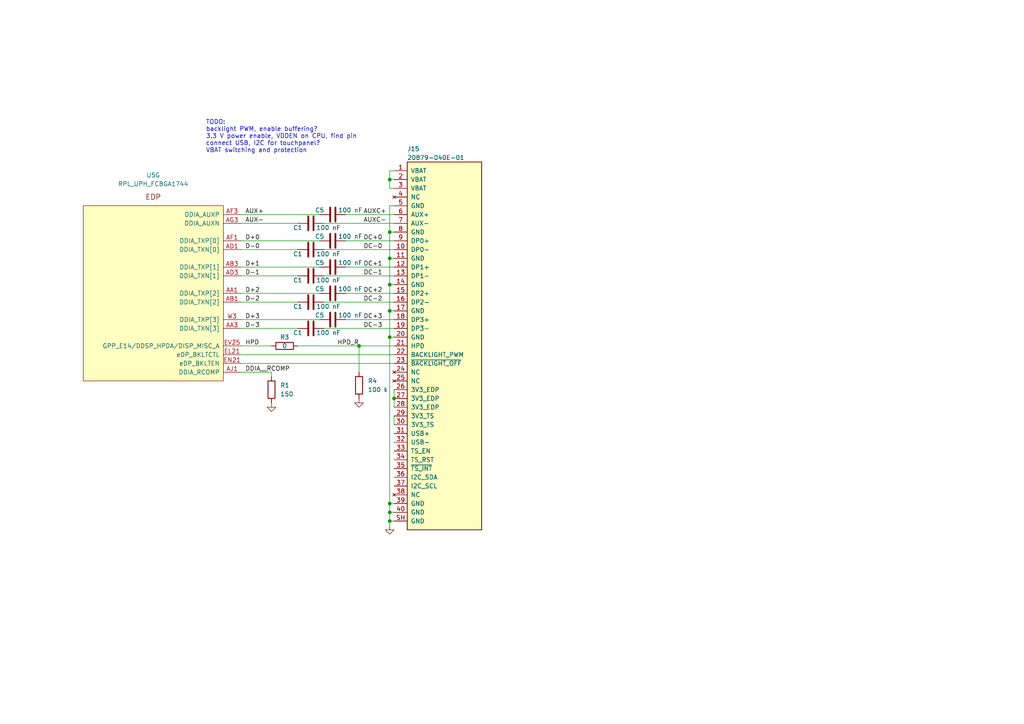
<source format=kicad_sch>
(kicad_sch (version 20230121) (generator eeschema)
  (paper "A4")
  (lib_symbols
    (symbol "Device:C" (pin_numbers hide) (pin_names (offset 0.254))
      (property "Reference" "C" (at 0.635 2.54 0))
      (property "Value" "C" (at 0.635 -2.54 0))
      (symbol "C_1_1"
        (pin passive line (at 0 3.81 270) (length 2.794) (name "~") (number "1"))
        (pin passive line (at 0 -3.81 90) (length 2.794) (name "~") (number "2"))
      )
    )
    (symbol "Device:R" (pin_numbers hide) (pin_names (offset 0))
      (property "Reference" "R" (at 2.032 0 90))
      (property "Value" "R" (at 0 0 90))
      (symbol "R_1_1"
        (pin passive line (at 0 3.81 270) (length 1.27) (name "~") (number "1"))
        (pin passive line (at 0 -3.81 90) (length 1.27) (name "~") (number "2"))
      )
    )
    (symbol "local:RPL_UPH_FCBGA1744" (pin_names (offset 1.016))
      (property "Reference" "U" (at 1.27 19.05 0))
      (property "Value" "RPL_UPH_FCBGA1744" (at 1.27 16.51 0))
      (symbol "RPL_UPH_FCBGA1744_1_1"
        (text "CAMERA" (at 0 2.54 0) (effects (font (size 1.524 1.524))))
        (pin input line (at 25.4 -20.32 180) (length 5.08) (name "CSI_A_DN[1]/CSI_B_DN[2]") (number "A36"))
        (pin input line (at 25.4 -10.16 180) (length 5.08) (name "CSI_B_DN[0]") (number "A38"))
        (pin unspecified line (at -25.4 -2.54 0) (length 5.08) (name "CSI_RCOMP") (number "A55"))
        (pin input line (at 25.4 -5.08 180) (length 5.08) (name "CSI_B_DN[1]") (number "AA41"))
        (pin input line (at -25.4 -10.16 0) (length 5.08) (name "CSI_D_DN[1]/CSI_C_DN[2]") (number "AB41"))
        (pin input line (at -25.4 -7.62 0) (length 5.08) (name "CSI_D_DP[1]/CSI_C_DP[2]") (number "AD41"))
        (pin input line (at -25.4 -15.24 0) (length 5.08) (name "CSI_D_DN[0]/CSI_C_DN[3]") (number "AF41"))
        (pin input line (at -25.4 -12.7 0) (length 5.08) (name "CSI_D_DP[0]/CSI_C_DP[3]") (number "AG41"))
        (pin unspecified line (at -25.4 -5.08 0) (length 5.08) (name "CSI_RCOMP") (number "B54"))
        (pin input line (at 25.4 -17.78 180) (length 5.08) (name "CSI_A_DP[1]/CSI_B_DP[2]") (number "C36"))
        (pin input line (at 25.4 -7.62 180) (length 5.08) (name "CSI_B_DP[0]") (number "C38"))
        (pin input line (at 25.4 -25.4 180) (length 5.08) (name "CSI_A_DN[0]/CSI_B_DN[3]") (number "E37"))
        (pin input line (at 25.4 -27.94 180) (length 5.08) (name "CSI_A_CLK_P") (number "F36"))
        (pin input line (at 25.4 -15.24 180) (length 5.08) (name "CSI_B_CLK_N") (number "F39"))
        (pin input line (at 25.4 -30.48 180) (length 5.08) (name "CSI_A_CLK_N") (number "G36"))
        (pin input line (at 25.4 -22.86 180) (length 5.08) (name "CSI_A_DP[0]/CSI_B_DP[3]") (number "G37"))
        (pin input line (at 25.4 -12.7 180) (length 5.08) (name "CSI_B_CLK_P") (number "G39"))
        (pin input line (at -25.4 -17.78 0) (length 5.08) (name "CSI_D_CLK_P") (number "J41"))
        (pin input line (at -25.4 -33.02 0) (length 5.08) (name "CSI_C_CLK_P") (number "J44"))
        (pin input line (at -25.4 -35.56 0) (length 5.08) (name "CSI_C_CLK_N") (number "K44"))
        (pin input line (at -25.4 -20.32 0) (length 5.08) (name "CSI_D_CLK_N") (number "L41"))
        (pin input line (at -25.4 -25.4 0) (length 5.08) (name "CSI_C_DN[1]") (number "M44"))
        (pin input line (at -25.4 -30.48 0) (length 5.08) (name "CSI_C_DN[0]") (number "P41"))
        (pin input line (at -25.4 -22.86 0) (length 5.08) (name "CSI_C_DP[1]") (number "P44"))
        (pin input line (at -25.4 -27.94 0) (length 5.08) (name "CSI_C_DP[0]") (number "T41"))
        (pin input line (at 25.4 -2.54 180) (length 5.08) (name "CSI_B_DP[1]") (number "W41"))
      )
      (symbol "RPL_UPH_FCBGA1744_2_1"
        (text "CFG" (at 0 2.54 0) (effects (font (size 1.524 1.524))))
        (pin bidirectional line (at 25.4 -17.78 180) (length 5.08) (name "CFG[2]") (number "AA12"))
        (pin bidirectional line (at 25.4 -22.86 180) (length 5.08) (name "CFG[0]") (number "AA16"))
        (pin bidirectional line (at 25.4 -15.24 180) (length 5.08) (name "CFG[3]") (number "AC12"))
        (pin bidirectional line (at 25.4 -12.7 180) (length 5.08) (name "CFG[4]") (number "AD11"))
        (pin bidirectional line (at 25.4 -20.32 180) (length 5.08) (name "CFG[1]") (number "AD16"))
        (pin bidirectional line (at -25.4 -5.08 0) (length 5.08) (name "CFG[16]") (number "AF17"))
        (pin bidirectional line (at -25.4 -20.32 0) (length 5.08) (name "CFG[10]") (number "AF20"))
        (pin bidirectional line (at -25.4 -2.54 0) (length 5.08) (name "CFG[17]") (number "AF22"))
        (pin bidirectional line (at -25.4 -12.7 0) (length 5.08) (name "CFG[13]") (number "AF35"))
        (pin bidirectional line (at -25.4 -7.62 0) (length 5.08) (name "CFG[15]") (number "AF37"))
        (pin bidirectional line (at 25.4 -10.16 180) (length 5.08) (name "CFG[5]") (number "AG15"))
        (pin bidirectional line (at 25.4 -7.62 180) (length 5.08) (name "CFG[6]") (number "AH17"))
        (pin bidirectional line (at -25.4 -22.86 0) (length 5.08) (name "CFG[9]") (number "AH22"))
        (pin bidirectional line (at -25.4 -17.78 0) (length 5.08) (name "CFG[11]") (number "AH25"))
        (pin bidirectional line (at -25.4 -10.16 0) (length 5.08) (name "CFG[14]") (number "AH35"))
        (pin bidirectional line (at -25.4 -15.24 0) (length 5.08) (name "CFG[12]") (number "AH37"))
        (pin bidirectional line (at 25.4 -5.08 180) (length 5.08) (name "CFG[7]") (number "AJ15"))
        (pin bidirectional line (at 25.4 -2.54 180) (length 5.08) (name "CFG[8]") (number "AK17"))
        (pin unspecified line (at 25.4 -25.4 180) (length 5.08) (name "CFG_RCOMP") (number "F8"))
      )
      (symbol "RPL_UPH_FCBGA1744_3_1"
        (text "CNVI" (at 0 2.54 0) (effects (font (size 1.524 1.524))))
        (pin output line (at 25.4 -10.16 180) (length 5.08) (name "GPP_F5/MODEM_CLKREQ/CRF_XTAL_CLKREQ") (number "EF36"))
        (pin output line (at 25.4 -22.86 180) (length 5.08) (name "GPP_F0/CNV_BRI_DT/UART2_RTS#") (number "EH33"))
        (pin input line (at 25.4 -7.62 180) (length 5.08) (name "GPP_F6/CNV_PA_BLANKING") (number "EH36"))
        (pin input line (at 25.4 -20.32 180) (length 5.08) (name "GPP_F1/CNV_BRI_RSP/UART2_RXD") (number "EK33"))
        (pin input line (at 25.4 -5.08 180) (length 5.08) (name "GPP_H8/I2C4_SDA/CNV_MFUART2_RXD") (number "EL43"))
        (pin output line (at 25.4 -17.78 180) (length 5.08) (name "GPP_F2/CNV_RGI_DT/UART2_TXD") (number "EN31"))
        (pin input line (at 25.4 -2.54 180) (length 5.08) (name "GPP_H9/I2C4_SCL/CNV_MFUART2_TXD") (number "EN43"))
        (pin input line (at 25.4 -15.24 180) (length 5.08) (name "GPP_F3/CNV_RGI_RSP/UART2_CTS#") (number "ER31"))
        (pin output line (at 25.4 -12.7 180) (length 5.08) (name "GPP_F4/CNV_RF_RESET#") (number "ET31"))
        (pin input line (at -25.4 -20.32 0) (length 5.08) (name "CNV_WR_D1P") (number "EV40"))
        (pin output line (at -25.4 -7.62 0) (length 5.08) (name "CNV_WT_D0P") (number "EV43"))
        (pin output line (at -25.4 -12.7 0) (length 5.08) (name "CNV_WT_CLKP") (number "EV47"))
        (pin input line (at -25.4 -25.4 0) (length 5.08) (name "CNV_WR_D0P") (number "EW42"))
        (pin input line (at -25.4 -22.86 0) (length 5.08) (name "CNV_WR_D1N") (number "EY40"))
        (pin input line (at -25.4 -27.94 0) (length 5.08) (name "CNV_WR_D0N") (number "EY42"))
        (pin output line (at -25.4 -10.16 0) (length 5.08) (name "CNV_WT_D0N") (number "EY43"))
        (pin output line (at -25.4 -15.24 0) (length 5.08) (name "CNV_WT_CLKN") (number "EY47"))
        (pin input line (at -25.4 -30.48 0) (length 5.08) (name "CNV_WR_CLKP") (number "FA43"))
        (pin output line (at -25.4 -5.08 0) (length 5.08) (name "CNV_WT_D1N") (number "FA46"))
        (pin unspecified line (at -25.4 -17.78 0) (length 5.08) (name "CNV_WT_RCOMP") (number "FC40"))
        (pin input line (at -25.4 -33.02 0) (length 5.08) (name "CNV_WR_CLKN") (number "FC43"))
        (pin output line (at -25.4 -2.54 0) (length 5.08) (name "CNV_WT_D1P") (number "FC46"))
      )
      (symbol "RPL_UPH_FCBGA1744_4_1"
        (text "DDR_A" (at 0 2.54 0) (effects (font (size 1.524 1.524))))
        (pin bidirectional line (at -25.4 -5.08 0) (length 5.08) (name "DDR1_DQ[3][6]") (number "BJ47"))
        (pin bidirectional line (at -25.4 -2.54 0) (length 5.08) (name "DDR1_DQ[3][7]") (number "BJ50"))
        (pin bidirectional line (at -25.4 -10.16 0) (length 5.08) (name "DDR1_DQ[3][4]") (number "BK53"))
        (pin bidirectional line (at -25.4 -86.36 0) (length 5.08) (name "DDR1_DQ[1][6]") (number "BK57"))
        (pin bidirectional line (at -25.4 -91.44 0) (length 5.08) (name "DDR1_DQ[1][4]") (number "BK60"))
        (pin bidirectional line (at -25.4 -7.62 0) (length 5.08) (name "DDR1_DQ[3][5]") (number "BL48"))
        (pin bidirectional line (at 25.4 -22.86 180) (length 5.08) (name "DDR1_DQSN[3]") (number "BL51"))
        (pin bidirectional line (at -25.4 -88.9 0) (length 5.08) (name "DDR1_DQ[1][5]") (number "BL56"))
        (pin bidirectional line (at -25.4 -83.82 0) (length 5.08) (name "DDR1_DQ[1][7]") (number "BL58"))
        (pin bidirectional line (at 25.4 -12.7 180) (length 5.08) (name "DDR1_DQSP[1]") (number "BL61"))
        (pin bidirectional line (at -25.4 -15.24 0) (length 5.08) (name "DDR1_DQ[3][2]") (number "BN48"))
        (pin bidirectional line (at 25.4 -2.54 180) (length 5.08) (name "DDR1_DQSP[3]") (number "BN51"))
        (pin bidirectional line (at -25.4 -96.52 0) (length 5.08) (name "DDR1_DQ[1][2]") (number "BN56"))
        (pin bidirectional line (at -25.4 -101.6 0) (length 5.08) (name "DDR1_DQ[1][0]") (number "BN58"))
        (pin bidirectional line (at 25.4 -33.02 180) (length 5.08) (name "DDR1_DQSN[1]") (number "BN61"))
        (pin bidirectional line (at -25.4 -17.78 0) (length 5.08) (name "DDR1_DQ[3][1]") (number "BP47"))
        (pin bidirectional line (at -25.4 -20.32 0) (length 5.08) (name "DDR1_DQ[3][0]") (number "BP50"))
        (pin bidirectional line (at -25.4 -12.7 0) (length 5.08) (name "DDR1_DQ[3][3]") (number "BP53"))
        (pin bidirectional line (at -25.4 -99.06 0) (length 5.08) (name "DDR1_DQ[1][1]") (number "BP57"))
        (pin bidirectional line (at -25.4 -93.98 0) (length 5.08) (name "DDR1_DQ[1][3]") (number "BP60"))
        (pin bidirectional line (at -25.4 -25.4 0) (length 5.08) (name "DDR1_DQ[2][6]") (number "BT47"))
        (pin bidirectional line (at -25.4 -22.86 0) (length 5.08) (name "DDR1_DQ[2][7]") (number "BT50"))
        (pin bidirectional line (at -25.4 -30.48 0) (length 5.08) (name "DDR1_DQ[2][4]") (number "BT53"))
        (pin bidirectional line (at -25.4 -106.68 0) (length 5.08) (name "DDR1_DQ[0][6]") (number "BT57"))
        (pin bidirectional line (at -25.4 -111.76 0) (length 5.08) (name "DDR1_DQ[0][4]") (number "BT60"))
        (pin bidirectional line (at -25.4 -27.94 0) (length 5.08) (name "DDR1_DQ[2][5]") (number "BU48"))
        (pin bidirectional line (at 25.4 -25.4 180) (length 5.08) (name "DDR1_DQSN[2]") (number "BU51"))
        (pin bidirectional line (at -25.4 -109.22 0) (length 5.08) (name "DDR1_DQ[0][5]") (number "BU56"))
        (pin bidirectional line (at -25.4 -104.14 0) (length 5.08) (name "DDR1_DQ[0][7]") (number "BU58"))
        (pin bidirectional line (at 25.4 -15.24 180) (length 5.08) (name "DDR1_DQSP[0]") (number "BU61"))
        (pin bidirectional line (at -25.4 -35.56 0) (length 5.08) (name "DDR1_DQ[2][2]") (number "BW48"))
        (pin bidirectional line (at 25.4 -5.08 180) (length 5.08) (name "DDR1_DQSP[2]") (number "BW51"))
        (pin bidirectional line (at -25.4 -116.84 0) (length 5.08) (name "DDR1_DQ[0][2]") (number "BW56"))
        (pin bidirectional line (at -25.4 -121.92 0) (length 5.08) (name "DDR1_DQ[0][0]") (number "BW58"))
        (pin bidirectional line (at 25.4 -35.56 180) (length 5.08) (name "DDR1_DQSN[0]") (number "BW61"))
        (pin bidirectional line (at -25.4 -40.64 0) (length 5.08) (name "DDR1_DQ[2][0]") (number "BY50"))
        (pin bidirectional line (at -25.4 -33.02 0) (length 5.08) (name "DDR1_DQ[2][3]") (number "BY53"))
        (pin bidirectional line (at -25.4 -119.38 0) (length 5.08) (name "DDR1_DQ[0][1]") (number "BY57"))
        (pin bidirectional line (at -25.4 -114.3 0) (length 5.08) (name "DDR1_DQ[0][3]") (number "BY60"))
        (pin bidirectional line (at -25.4 -38.1 0) (length 5.08) (name "DDR1_DQ[2][1]") (number "CA47"))
        (pin output line (at 25.4 -45.72 180) (length 5.08) (name "DDR1_CS[0]") (number "CC47"))
        (pin output line (at 25.4 -88.9 180) (length 5.08) (name "DDR1_CA[1]") (number "CC50"))
        (pin output line (at 25.4 -43.18 180) (length 5.08) (name "DDR1_CS[1]") (number "CC53"))
        (pin output line (at 25.4 -124.46 180) (length 5.08) (name "DDR1_CLK_N[1]") (number "CD48"))
        (pin output line (at 25.4 -119.38 180) (length 5.08) (name "DDR1_CLK_P[1]") (number "CD49"))
        (pin output line (at 25.4 -48.26 180) (length 5.08) (name "DDR1_CA[0]") (number "CE53"))
        (pin output line (at 25.4 -129.54 180) (length 5.08) (name "DDR1_CA[4]") (number "CE60"))
        (pin output line (at 25.4 -53.34 180) (length 5.08) (name "DDR1_CA[2]") (number "CF56"))
        (pin output line (at 25.4 -58.42 180) (length 5.08) (name "DDR1_CLK_N[0]") (number "CF61"))
        (pin output line (at 25.4 -50.8 180) (length 5.08) (name "DDR1_CA[6]") (number "CH46"))
        (pin output line (at 25.4 -71.12 180) (length 5.08) (name "DDR1_CA[3]") (number "CH48"))
        (pin output line (at 25.4 -101.6 180) (length 5.08) (name "DDR1_CA[12]") (number "CH56"))
        (pin output line (at 25.4 -78.74 180) (length 5.08) (name "DDR1_CA[7]") (number "CH58"))
        (pin output line (at 25.4 -55.88 180) (length 5.08) (name "DDR1_CLK_P[0]") (number "CH61"))
        (pin output line (at 25.4 -111.76 180) (length 5.08) (name "DDR1_CA[5]") (number "CJ50"))
        (pin output line (at 25.4 -134.62 180) (length 5.08) (name "DDR1_CA[10]") (number "CJ53"))
        (pin output line (at 25.4 -137.16 180) (length 5.08) (name "DDR1_CA[9]") (number "CJ57"))
        (pin output line (at 25.4 -104.14 180) (length 5.08) (name "DDR1_CA[11]") (number "CJ60"))
        (pin output line (at 25.4 -106.68 180) (length 5.08) (name "DDR1_CA[8]") (number "CK47"))
        (pin output line (at 25.4 -132.08 180) (length 5.08) (name "DDR0_CA[10]") (number "CM47"))
        (pin output line (at 25.4 -76.2 180) (length 5.08) (name "DDR0_CA[6]") (number "CM50"))
        (pin output line (at 25.4 -91.44 180) (length 5.08) (name "DDR0_CA[8]") (number "CM53"))
        (pin output line (at 25.4 -63.5 180) (length 5.08) (name "DDR0_CLK_N[1]") (number "CN48"))
        (pin output line (at 25.4 -60.96 180) (length 5.08) (name "DDR0_CLK_P[1]") (number "CN49"))
        (pin output line (at 25.4 -96.52 180) (length 5.08) (name "DDR0_CA[11]") (number "CP53"))
        (pin output line (at 25.4 -81.28 180) (length 5.08) (name "DDR0_CA[9]") (number "CP60"))
        (pin output line (at 25.4 -83.82 180) (length 5.08) (name "DDR0_CA[12]") (number "CR56"))
        (pin output line (at 25.4 -127 180) (length 5.08) (name "DDR0_CLK_N[0]") (number "CR61"))
        (pin output line (at 25.4 -93.98 180) (length 5.08) (name "DDR0_CA[7]") (number "CT46"))
        (pin output line (at 25.4 -99.06 180) (length 5.08) (name "DDR0_CA[5]") (number "CU48"))
        (pin output line (at 25.4 -68.58 180) (length 5.08) (name "DDR0_CA[1]") (number "CU56"))
        (pin output line (at 25.4 -66.04 180) (length 5.08) (name "DDR0_CA[0]") (number "CU58"))
        (pin output line (at 25.4 -121.92 180) (length 5.08) (name "DDR0_CLK_P[0]") (number "CU61"))
        (pin output line (at 25.4 -116.84 180) (length 5.08) (name "DDR0_CA[4]") (number "CV50"))
        (pin output line (at 25.4 -73.66 180) (length 5.08) (name "DDR0_CA[3]") (number "CV53"))
        (pin output line (at 25.4 -109.22 180) (length 5.08) (name "DDR0_CS[0]") (number "CV57"))
        (pin output line (at 25.4 -86.36 180) (length 5.08) (name "DDR0_CS[1]") (number "CV60"))
        (pin output line (at 25.4 -114.3 180) (length 5.08) (name "DDR0_CA[2]") (number "CW47"))
        (pin bidirectional line (at -25.4 -45.72 0) (length 5.08) (name "DDR0_DQ[3][6]") (number "CY47"))
        (pin bidirectional line (at -25.4 -43.18 0) (length 5.08) (name "DDR0_DQ[3][7]") (number "CY50"))
        (pin bidirectional line (at -25.4 -127 0) (length 5.08) (name "DDR0_DQ[1][6]") (number "CY57"))
        (pin bidirectional line (at -25.4 -132.08 0) (length 5.08) (name "DDR0_DQ[1][4]") (number "CY60"))
        (pin bidirectional line (at -25.4 -50.8 0) (length 5.08) (name "DDR0_DQ[3][4]") (number "DA53"))
        (pin bidirectional line (at -25.4 -124.46 0) (length 5.08) (name "DDR0_DQ[1][7]") (number "DA58"))
        (pin bidirectional line (at -25.4 -48.26 0) (length 5.08) (name "DDR0_DQ[3][5]") (number "DB48"))
        (pin bidirectional line (at 25.4 -27.94 180) (length 5.08) (name "DDR0_DQSN[3]") (number "DB51"))
        (pin bidirectional line (at -25.4 -129.54 0) (length 5.08) (name "DDR0_DQ[1][5]") (number "DB56"))
        (pin bidirectional line (at 25.4 -17.78 180) (length 5.08) (name "DDR0_DQSP[1]") (number "DB61"))
        (pin bidirectional line (at -25.4 -55.88 0) (length 5.08) (name "DDR0_DQ[3][2]") (number "DC48"))
        (pin bidirectional line (at 25.4 -7.62 180) (length 5.08) (name "DDR0_DQSP[3]") (number "DC51"))
        (pin bidirectional line (at 25.4 -38.1 180) (length 5.08) (name "DDR0_DQSN[1]") (number "DC61"))
        (pin bidirectional line (at -25.4 -137.16 0) (length 5.08) (name "DDR0_DQ[1][2]") (number "DD56"))
        (pin bidirectional line (at -25.4 -142.24 0) (length 5.08) (name "DDR0_DQ[1][0]") (number "DD58"))
        (pin bidirectional line (at -25.4 -58.42 0) (length 5.08) (name "DDR0_DQ[3][1]") (number "DE47"))
        (pin bidirectional line (at -25.4 -60.96 0) (length 5.08) (name "DDR0_DQ[3][0]") (number "DE50"))
        (pin bidirectional line (at -25.4 -53.34 0) (length 5.08) (name "DDR0_DQ[3][3]") (number "DE53"))
        (pin bidirectional line (at -25.4 -139.7 0) (length 5.08) (name "DDR0_DQ[1][1]") (number "DE57"))
        (pin bidirectional line (at -25.4 -134.62 0) (length 5.08) (name "DDR0_DQ[1][3]") (number "DE60"))
        (pin bidirectional line (at -25.4 -66.04 0) (length 5.08) (name "DDR0_DQ[2][6]") (number "DG47"))
        (pin bidirectional line (at -25.4 -63.5 0) (length 5.08) (name "DDR0_DQ[2][7]") (number "DG50"))
        (pin bidirectional line (at -25.4 -71.12 0) (length 5.08) (name "DDR0_DQ[2][4]") (number "DG53"))
        (pin bidirectional line (at -25.4 -147.32 0) (length 5.08) (name "DDR0_DQ[0][6]") (number "DG57"))
        (pin bidirectional line (at -25.4 -152.4 0) (length 5.08) (name "DDR0_DQ[0][4]") (number "DG60"))
        (pin bidirectional line (at -25.4 -68.58 0) (length 5.08) (name "DDR0_DQ[2][5]") (number "DH48"))
        (pin bidirectional line (at 25.4 -30.48 180) (length 5.08) (name "DDR0_DQSN[2]") (number "DH51"))
        (pin bidirectional line (at -25.4 -149.86 0) (length 5.08) (name "DDR0_DQ[0][5]") (number "DH56"))
        (pin bidirectional line (at -25.4 -144.78 0) (length 5.08) (name "DDR0_DQ[0][7]") (number "DH58"))
        (pin bidirectional line (at 25.4 -20.32 180) (length 5.08) (name "DDR0_DQSP[0]") (number "DH61"))
        (pin bidirectional line (at -25.4 -76.2 0) (length 5.08) (name "DDR0_DQ[2][2]") (number "DK48"))
        (pin bidirectional line (at 25.4 -10.16 180) (length 5.08) (name "DDR0_DQSP[2]") (number "DK51"))
        (pin bidirectional line (at -25.4 -157.48 0) (length 5.08) (name "DDR0_DQ[0][2]") (number "DK56"))
        (pin bidirectional line (at -25.4 -162.56 0) (length 5.08) (name "DDR0_DQ[0][0]") (number "DK58"))
        (pin bidirectional line (at 25.4 -40.64 180) (length 5.08) (name "DDR0_DQSN[0]") (number "DK61"))
        (pin bidirectional line (at -25.4 -81.28 0) (length 5.08) (name "DDR0_DQ[2][0]") (number "DL50"))
        (pin bidirectional line (at -25.4 -73.66 0) (length 5.08) (name "DDR0_DQ[2][3]") (number "DL53"))
        (pin bidirectional line (at -25.4 -160.02 0) (length 5.08) (name "DDR0_DQ[0][1]") (number "DL57"))
        (pin bidirectional line (at -25.4 -154.94 0) (length 5.08) (name "DDR0_DQ[0][3]") (number "DL60"))
        (pin bidirectional line (at -25.4 -78.74 0) (length 5.08) (name "DDR0_DQ[2][1]") (number "DM47"))
      )
      (symbol "RPL_UPH_FCBGA1744_5_1"
        (text "DDR_B" (at 0 2.54 0) (effects (font (size 1.524 1.524))))
        (pin bidirectional line (at 25.4 -12.7 180) (length 5.08) (name "DDR3_DQSP[1]") (number "A43"))
        (pin bidirectional line (at 25.4 -33.02 180) (length 5.08) (name "DDR3_DQSN[1]") (number "A44"))
        (pin bidirectional line (at 25.4 -15.24 180) (length 5.08) (name "DDR3_DQSP[0]") (number "A49"))
        (pin bidirectional line (at 25.4 -35.56 180) (length 5.08) (name "DDR3_DQSN[0]") (number "A51"))
        (pin output line (at 25.4 -50.8 180) (length 5.08) (name "DDR3_CA[6]") (number "AA46"))
        (pin output line (at 25.4 -71.12 180) (length 5.08) (name "DDR3_CA[3]") (number "AA48"))
        (pin output line (at 25.4 -104.14 180) (length 5.08) (name "DDR3_CA[12]") (number "AB56"))
        (pin output line (at 25.4 -101.6 180) (length 5.08) (name "DDR3_CA[7]") (number "AB58"))
        (pin output line (at 25.4 -55.88 180) (length 5.08) (name "DDR3_CLK_P[0]") (number "AB61"))
        (pin output line (at 25.4 -106.68 180) (length 5.08) (name "DDR3_CA[8]") (number "AC47"))
        (pin output line (at 25.4 -111.76 180) (length 5.08) (name "DDR3_CA[5]") (number "AC50"))
        (pin output line (at 25.4 -134.62 180) (length 5.08) (name "DDR3_CA[10]") (number "AC53"))
        (pin output line (at 25.4 -137.16 180) (length 5.08) (name "DDR3_CA[9]") (number "AC57"))
        (pin output line (at 25.4 -78.74 180) (length 5.08) (name "DDR3_CA[11]") (number "AC60"))
        (pin output line (at 25.4 -132.08 180) (length 5.08) (name "DDR2_CA[10]") (number "AE47"))
        (pin output line (at 25.4 -76.2 180) (length 5.08) (name "DDR2_CA[6]") (number "AE50"))
        (pin output line (at 25.4 -91.44 180) (length 5.08) (name "DDR2_CA[8]") (number "AE53"))
        (pin output line (at 25.4 -63.5 180) (length 5.08) (name "DDR2_CLK_N[1]") (number "AG48"))
        (pin output line (at 25.4 -60.96 180) (length 5.08) (name "DDR2_CLK_P[1]") (number "AG49"))
        (pin output line (at 25.4 -96.52 180) (length 5.08) (name "DDR2_CA[11]") (number "AH53"))
        (pin output line (at 25.4 -81.28 180) (length 5.08) (name "DDR2_CA[9]") (number "AH60"))
        (pin output line (at 25.4 -83.82 180) (length 5.08) (name "DDR2_CA[12]") (number "AJ56"))
        (pin output line (at 25.4 -127 180) (length 5.08) (name "DDR2_CLK_N[0]") (number "AJ61"))
        (pin output line (at 25.4 -93.98 180) (length 5.08) (name "DDR2_CA[7]") (number "AK46"))
        (pin output line (at 25.4 -99.06 180) (length 5.08) (name "DDR2_CA[5]") (number "AK48"))
        (pin output line (at 25.4 -66.04 180) (length 5.08) (name "DDR2_CA[1]") (number "AL56"))
        (pin output line (at 25.4 -68.58 180) (length 5.08) (name "DDR2_CA[0]") (number "AL58"))
        (pin output line (at 25.4 -121.92 180) (length 5.08) (name "DDR2_CLK_P[0]") (number "AL61"))
        (pin output line (at 25.4 -114.3 180) (length 5.08) (name "DDR2_CA[2]") (number "AM47"))
        (pin output line (at 25.4 -116.84 180) (length 5.08) (name "DDR2_CA[4]") (number "AM50"))
        (pin output line (at 25.4 -73.66 180) (length 5.08) (name "DDR2_CA[3]") (number "AM53"))
        (pin output line (at 25.4 -86.36 180) (length 5.08) (name "DDR2_CS[1]") (number "AM57"))
        (pin output line (at 25.4 -109.22 180) (length 5.08) (name "DDR2_CS[0]") (number "AM60"))
        (pin bidirectional line (at -25.4 -45.72 0) (length 5.08) (name "DDR2_DQ[3][6]") (number "AP47"))
        (pin bidirectional line (at -25.4 -43.18 0) (length 5.08) (name "DDR2_DQ[3][7]") (number "AP50"))
        (pin bidirectional line (at -25.4 -50.8 0) (length 5.08) (name "DDR2_DQ[3][4]") (number "AP53"))
        (pin bidirectional line (at -25.4 -127 0) (length 5.08) (name "DDR2_DQ[1][6]") (number "AP57"))
        (pin bidirectional line (at -25.4 -132.08 0) (length 5.08) (name "DDR2_DQ[1][4]") (number "AP60"))
        (pin bidirectional line (at -25.4 -48.26 0) (length 5.08) (name "DDR2_DQ[3][5]") (number "AR48"))
        (pin bidirectional line (at 25.4 -27.94 180) (length 5.08) (name "DDR2_DQSN[3]") (number "AR51"))
        (pin bidirectional line (at -25.4 -129.54 0) (length 5.08) (name "DDR2_DQ[1][5]") (number "AR56"))
        (pin bidirectional line (at -25.4 -124.46 0) (length 5.08) (name "DDR2_DQ[1][7]") (number "AR58"))
        (pin bidirectional line (at 25.4 -17.78 180) (length 5.08) (name "DDR2_DQSP[1]") (number "AR61"))
        (pin bidirectional line (at -25.4 -55.88 0) (length 5.08) (name "DDR2_DQ[3][2]") (number "AU48"))
        (pin bidirectional line (at 25.4 -7.62 180) (length 5.08) (name "DDR2_DQSP[3]") (number "AU51"))
        (pin bidirectional line (at -25.4 -137.16 0) (length 5.08) (name "DDR2_DQ[1][2]") (number "AU56"))
        (pin bidirectional line (at -25.4 -142.24 0) (length 5.08) (name "DDR2_DQ[1][0]") (number "AU58"))
        (pin bidirectional line (at 25.4 -38.1 180) (length 5.08) (name "DDR2_DQSN[1]") (number "AU61"))
        (pin bidirectional line (at -25.4 -60.96 0) (length 5.08) (name "DDR2_DQ[3][0]") (number "AV50"))
        (pin bidirectional line (at -25.4 -53.34 0) (length 5.08) (name "DDR2_DQ[3][3]") (number "AV53"))
        (pin bidirectional line (at -25.4 -139.7 0) (length 5.08) (name "DDR2_DQ[1][1]") (number "AV57"))
        (pin bidirectional line (at -25.4 -134.62 0) (length 5.08) (name "DDR2_DQ[1][3]") (number "AV60"))
        (pin bidirectional line (at -25.4 -58.42 0) (length 5.08) (name "DDR2_DQ[3][1]") (number "AW47"))
        (pin bidirectional line (at -25.4 -66.04 0) (length 5.08) (name "DDR2_DQ[2][6]") (number "AY47"))
        (pin bidirectional line (at -25.4 -91.44 0) (length 5.08) (name "DDR3_DQ[1][4]") (number "B41"))
        (pin bidirectional line (at -25.4 -93.98 0) (length 5.08) (name "DDR3_DQ[1][3]") (number "B46"))
        (pin bidirectional line (at -25.4 -111.76 0) (length 5.08) (name "DDR3_DQ[0][4]") (number "B48"))
        (pin bidirectional line (at -25.4 -114.3 0) (length 5.08) (name "DDR3_DQ[0][3]") (number "B52"))
        (pin bidirectional line (at -25.4 -63.5 0) (length 5.08) (name "DDR2_DQ[2][7]") (number "BA50"))
        (pin bidirectional line (at -25.4 -71.12 0) (length 5.08) (name "DDR2_DQ[2][4]") (number "BA53"))
        (pin bidirectional line (at -25.4 -147.32 0) (length 5.08) (name "DDR2_DQ[0][6]") (number "BA57"))
        (pin bidirectional line (at -25.4 -152.4 0) (length 5.08) (name "DDR2_DQ[0][4]") (number "BA60"))
        (pin bidirectional line (at -25.4 -68.58 0) (length 5.08) (name "DDR2_DQ[2][5]") (number "BB48"))
        (pin bidirectional line (at 25.4 -30.48 180) (length 5.08) (name "DDR2_DQSN[2]") (number "BB51"))
        (pin bidirectional line (at -25.4 -149.86 0) (length 5.08) (name "DDR2_DQ[0][5]") (number "BB56"))
        (pin bidirectional line (at -25.4 -144.78 0) (length 5.08) (name "DDR2_DQ[0][7]") (number "BB58"))
        (pin bidirectional line (at 25.4 -20.32 180) (length 5.08) (name "DDR2_DQSP[0]") (number "BB61"))
        (pin bidirectional line (at -25.4 -76.2 0) (length 5.08) (name "DDR2_DQ[2][2]") (number "BD48"))
        (pin bidirectional line (at 25.4 -10.16 180) (length 5.08) (name "DDR2_DQSP[2]") (number "BD51"))
        (pin bidirectional line (at -25.4 -157.48 0) (length 5.08) (name "DDR2_DQ[0][2]") (number "BD56"))
        (pin bidirectional line (at -25.4 -162.56 0) (length 5.08) (name "DDR2_DQ[0][0]") (number "BD58"))
        (pin bidirectional line (at 25.4 -40.64 180) (length 5.08) (name "DDR2_DQSN[0]") (number "BD61"))
        (pin bidirectional line (at -25.4 -78.74 0) (length 5.08) (name "DDR2_DQ[2][1]") (number "BE47"))
        (pin bidirectional line (at -25.4 -81.28 0) (length 5.08) (name "DDR2_DQ[2][0]") (number "BE50"))
        (pin bidirectional line (at -25.4 -73.66 0) (length 5.08) (name "DDR2_DQ[2][3]") (number "BE53"))
        (pin bidirectional line (at -25.4 -160.02 0) (length 5.08) (name "DDR2_DQ[0][1]") (number "BE57"))
        (pin bidirectional line (at -25.4 -154.94 0) (length 5.08) (name "DDR2_DQ[0][3]") (number "BE60"))
        (pin bidirectional line (at -25.4 -86.36 0) (length 5.08) (name "DDR3_DQ[1][6]") (number "C42"))
        (pin bidirectional line (at -25.4 -101.6 0) (length 5.08) (name "DDR3_DQ[1][0]") (number "C45"))
        (pin bidirectional line (at -25.4 -104.14 0) (length 5.08) (name "DDR3_DQ[0][7]") (number "C49"))
        (pin bidirectional line (at -25.4 -121.92 0) (length 5.08) (name "DDR3_DQ[0][0]") (number "C51"))
        (pin bidirectional line (at -25.4 -83.82 0) (length 5.08) (name "DDR3_DQ[1][7]") (number "E41"))
        (pin bidirectional line (at -25.4 -99.06 0) (length 5.08) (name "DDR3_DQ[1][1]") (number "E46"))
        (pin bidirectional line (at -25.4 -106.68 0) (length 5.08) (name "DDR3_DQ[0][6]") (number "E48"))
        (pin bidirectional line (at -25.4 -119.38 0) (length 5.08) (name "DDR3_DQ[0][1]") (number "E52"))
        (pin bidirectional line (at -25.4 -88.9 0) (length 5.08) (name "DDR3_DQ[1][5]") (number "F43"))
        (pin bidirectional line (at -25.4 -96.52 0) (length 5.08) (name "DDR3_DQ[1][2]") (number "F44"))
        (pin bidirectional line (at -25.4 -109.22 0) (length 5.08) (name "DDR3_DQ[0][5]") (number "F49"))
        (pin bidirectional line (at -25.4 -116.84 0) (length 5.08) (name "DDR3_DQ[0][2]") (number "F51"))
        (pin bidirectional line (at -25.4 -7.62 0) (length 5.08) (name "DDR3_DQ[3][5]") (number "F54"))
        (pin bidirectional line (at -25.4 -5.08 0) (length 5.08) (name "DDR3_DQ[3][6]") (number "F58"))
        (pin bidirectional line (at -25.4 -12.7 0) (length 5.08) (name "DDR3_DQ[3][3]") (number "H56"))
        (pin bidirectional line (at -25.4 -2.54 0) (length 5.08) (name "DDR3_DQ[3][7]") (number "K50"))
        (pin bidirectional line (at -25.4 -15.24 0) (length 5.08) (name "DDR3_DQ[3][2]") (number "K53"))
        (pin bidirectional line (at -25.4 -25.4 0) (length 5.08) (name "DDR3_DQ[2][6]") (number "K57"))
        (pin bidirectional line (at -25.4 -30.48 0) (length 5.08) (name "DDR3_DQ[2][4]") (number "K60"))
        (pin bidirectional line (at -25.4 -10.16 0) (length 5.08) (name "DDR3_DQ[3][4]") (number "L48"))
        (pin bidirectional line (at 25.4 -22.86 180) (length 5.08) (name "DDR3_DQSN[3]") (number "L51"))
        (pin bidirectional line (at -25.4 -27.94 0) (length 5.08) (name "DDR3_DQ[2][5]") (number "L56"))
        (pin bidirectional line (at -25.4 -22.86 0) (length 5.08) (name "DDR3_DQ[2][7]") (number "L58"))
        (pin bidirectional line (at 25.4 -25.4 180) (length 5.08) (name "DDR3_DQSN[2]") (number "L61"))
        (pin bidirectional line (at 25.4 -2.54 180) (length 5.08) (name "DDR3_DQSP[3]") (number "N51"))
        (pin bidirectional line (at -25.4 -35.56 0) (length 5.08) (name "DDR3_DQ[2][2]") (number "N56"))
        (pin bidirectional line (at -25.4 -40.64 0) (length 5.08) (name "DDR3_DQ[2][0]") (number "N58"))
        (pin bidirectional line (at 25.4 -5.08 180) (length 5.08) (name "DDR3_DQSP[2]") (number "N61"))
        (pin bidirectional line (at -25.4 -17.78 0) (length 5.08) (name "DDR3_DQ[3][1]") (number "P50"))
        (pin bidirectional line (at -25.4 -20.32 0) (length 5.08) (name "DDR3_DQ[3][0]") (number "P53"))
        (pin bidirectional line (at -25.4 -38.1 0) (length 5.08) (name "DDR3_DQ[2][1]") (number "P57"))
        (pin bidirectional line (at -25.4 -33.02 0) (length 5.08) (name "DDR3_DQ[2][3]") (number "P60"))
        (pin output line (at 25.4 -45.72 180) (length 5.08) (name "DDR3_CS[0]") (number "T47"))
        (pin output line (at 25.4 -88.9 180) (length 5.08) (name "DDR3_CA[1]") (number "T50"))
        (pin output line (at 25.4 -43.18 180) (length 5.08) (name "DDR3_CS[1]") (number "T53"))
        (pin output line (at 25.4 -119.38 180) (length 5.08) (name "DDR3_CLK_P[1]") (number "V48"))
        (pin output line (at 25.4 -124.46 180) (length 5.08) (name "DDR3_CLK_N[1]") (number "V49"))
        (pin output line (at 25.4 -48.26 180) (length 5.08) (name "DDR3_CA[0]") (number "W53"))
        (pin output line (at 25.4 -129.54 180) (length 5.08) (name "DDR3_CA[4]") (number "W60"))
        (pin output line (at 25.4 -53.34 180) (length 5.08) (name "DDR3_CA[2]") (number "Y56"))
        (pin output line (at 25.4 -58.42 180) (length 5.08) (name "DDR3_CLK_N[0]") (number "Y61"))
      )
      (symbol "RPL_UPH_FCBGA1744_6_1"
        (text "DDR_MISC" (at 0 2.54 0) (effects (font (size 1.524 1.524))))
        (pin unspecified line (at 25.4 -15.24 180) (length 5.08) (name "DDR_COMP") (number "A56"))
        (pin output line (at -25.4 -5.08 0) (length 5.08) (name "NC") (number "AB51"))
        (pin output line (at -25.4 -43.18 0) (length 5.08) (name "NC") (number "AE55"))
        (pin output line (at -25.4 -48.26 0) (length 5.08) (name "NC") (number "AE60"))
        (pin output line (at -25.4 -45.72 0) (length 5.08) (name "NC") (number "AF57"))
        (pin output line (at -25.4 -17.78 0) (length 5.08) (name "NC") (number "AH57"))
        (pin output line (at -25.4 -12.7 0) (length 5.08) (name "NC") (number "AJ51"))
        (pin output line (at -25.4 -20.32 0) (length 5.08) (name "NC") (number "AJ58"))
        (pin output line (at -25.4 -15.24 0) (length 5.08) (name "NC") (number "AL51"))
        (pin unspecified line (at 25.4 -17.78 180) (length 5.08) (name "DDR_COMP") (number "B56"))
        (pin input line (at 25.4 -5.08 180) (length 5.08) (name "DDR0_ALERT#") (number "BF61"))
        (pin output line (at 25.4 -12.7 180) (length 5.08) (name "DDR_VTT_CTL") (number "BG50"))
        (pin output line (at 25.4 -7.62 180) (length 5.08) (name "DDR1_VREF_CA0") (number "BG55"))
        (pin input line (at 25.4 -2.54 180) (length 5.08) (name "DDR1_ALERT#") (number "BG57"))
        (pin output line (at 25.4 -10.16 180) (length 5.08) (name "DDR0_VREF_CA0") (number "BG60"))
        (pin output line (at -25.4 -66.04 0) (length 5.08) (name "NC") (number "CB55"))
        (pin output line (at -25.4 -71.12 0) (length 5.08) (name "NC") (number "CC57"))
        (pin output line (at -25.4 -68.58 0) (length 5.08) (name "NC") (number "CC60"))
        (pin output line (at -25.4 -30.48 0) (length 5.08) (name "NC") (number "CE57"))
        (pin output line (at -25.4 -25.4 0) (length 5.08) (name "NC") (number "CF51"))
        (pin output line (at -25.4 -27.94 0) (length 5.08) (name "NC") (number "CF58"))
        (pin output line (at -25.4 -22.86 0) (length 5.08) (name "NC") (number "CH51"))
        (pin output line (at -25.4 -58.42 0) (length 5.08) (name "NC") (number "CL55"))
        (pin output line (at -25.4 -60.96 0) (length 5.08) (name "NC") (number "CM57"))
        (pin output line (at -25.4 -63.5 0) (length 5.08) (name "NC") (number "CM60"))
        (pin output line (at -25.4 -38.1 0) (length 5.08) (name "NC") (number "CP57"))
        (pin output line (at -25.4 -35.56 0) (length 5.08) (name "NC") (number "CR51"))
        (pin output line (at -25.4 -40.64 0) (length 5.08) (name "NC") (number "CR58"))
        (pin output line (at -25.4 -33.02 0) (length 5.08) (name "NC") (number "CU51"))
        (pin output line (at 25.4 -20.32 180) (length 5.08) (name "DRAM_RESET#") (number "EE53"))
        (pin output line (at -25.4 -53.34 0) (length 5.08) (name "NC") (number "T55"))
        (pin output line (at -25.4 -50.8 0) (length 5.08) (name "NC") (number "T60"))
        (pin output line (at -25.4 -55.88 0) (length 5.08) (name "NC") (number "U57"))
        (pin output line (at -25.4 -10.16 0) (length 5.08) (name "NC") (number "W57"))
        (pin output line (at -25.4 -2.54 0) (length 5.08) (name "NC") (number "Y51"))
        (pin output line (at -25.4 -7.62 0) (length 5.08) (name "NC") (number "Y58"))
      )
      (symbol "RPL_UPH_FCBGA1744_7_1"
        (text "EDP" (at 0 2.54 0) (effects (font (size 1.524 1.524))))
        (pin output line (at 25.4 -25.4 180) (length 5.08) (name "DDIA_TXP[2]") (number "AA1"))
        (pin output line (at 25.4 -35.56 180) (length 5.08) (name "DDIA_TXN[3]") (number "AA3"))
        (pin output line (at 25.4 -27.94 180) (length 5.08) (name "DDIA_TXN[2]") (number "AB1"))
        (pin output line (at 25.4 -17.78 180) (length 5.08) (name "DDIA_TXP[1]") (number "AB3"))
        (pin output line (at 25.4 -12.7 180) (length 5.08) (name "DDIA_TXN[0]") (number "AD1"))
        (pin output line (at 25.4 -20.32 180) (length 5.08) (name "DDIA_TXN[1]") (number "AD3"))
        (pin output line (at 25.4 -10.16 180) (length 5.08) (name "DDIA_TXP[0]") (number "AF1"))
        (pin bidirectional line (at 25.4 -2.54 180) (length 5.08) (name "DDIA_AUXP") (number "AF3"))
        (pin bidirectional line (at 25.4 -5.08 180) (length 5.08) (name "DDIA_AUXN") (number "AG3"))
        (pin unspecified line (at 25.4 -48.26 180) (length 5.08) (name "DDIA_RCOMP") (number "AJ1"))
        (pin output line (at 25.4 -43.18 180) (length 5.08) (name "eDP_BKLTCTL") (number "EL21"))
        (pin output line (at 25.4 -45.72 180) (length 5.08) (name "eDP_BKLTEN") (number "EN21"))
        (pin output line (at 25.4 -40.64 180) (length 5.08) (name "GPP_E14/DDSP_HPDA/DISP_MISC_A") (number "EV25"))
        (pin output line (at 25.4 -33.02 180) (length 5.08) (name "DDIA_TXP[3]") (number "W3"))
      )
      (symbol "RPL_UPH_FCBGA1744_8_1"
        (text "ESPI" (at 0 2.54 0) (effects (font (size 1.524 1.524))))
        (pin output line (at -25.4 -15.24 0) (length 5.08) (name "GPP_A4/ESPI_CS0#") (number "DP44"))
        (pin output line (at -25.4 -12.7 0) (length 5.08) (name "GPP_A5/ESPI_ALERT0#") (number "DP47"))
        (pin bidirectional line (at 25.4 -10.16 180) (length 5.08) (name "GPP_A0/ESPI_IO0") (number "DP51"))
        (pin bidirectional line (at 25.4 -2.54 180) (length 5.08) (name "GPP_A3/ESPI_IO3/SUSACK#") (number "DP52"))
        (pin output line (at -25.4 -10.16 0) (length 5.08) (name "GPP_A6/ESPI_ALERT1#") (number "DP54"))
        (pin bidirectional line (at 25.4 -7.62 180) (length 5.08) (name "GPP_A1/ESPI_IO1") (number "DT44"))
        (pin output line (at -25.4 -2.54 0) (length 5.08) (name "GPP_A23/ESPI_CS1#") (number "DT46"))
        (pin output line (at -25.4 -7.62 0) (length 5.08) (name "GPP_A9/ESPI_CLK") (number "DT49"))
        (pin output line (at -25.4 -5.08 0) (length 5.08) (name "GPP_A10/ESPI_RESET#") (number "DT51"))
        (pin bidirectional line (at 25.4 -5.08 180) (length 5.08) (name "GPP_A2/ESPI_IO2/SUSWARN#/SUSPWRDNACK") (number "DT54"))
      )
      (symbol "RPL_UPH_FCBGA1744_9_1"
        (text "GPD" (at 0 2.54 0) (effects (font (size 1.524 1.524))))
        (pin output line (at -25.4 -25.4 0) (length 5.08) (name "GPD10/SLP_S5#") (number "EG60"))
        (pin output line (at -25.4 -22.86 0) (length 5.08) (name "GPD11/LANPHYPC") (number "EJ56"))
        (pin output line (at -25.4 -2.54 0) (length 5.08) (name "GPD9/SLP_WLAN#") (number "EJ57"))
        (pin input line (at -25.4 -27.94 0) (length 5.08) (name "GPD1/ACPRESENT") (number "EJ59"))
        (pin output line (at -25.4 -5.08 0) (length 5.08) (name "GPD8/SUSCLK") (number "EJ61"))
        (pin output line (at -25.4 -7.62 0) (length 5.08) (name "GPD7") (number "EK60"))
        (pin input line (at -25.4 -30.48 0) (length 5.08) (name "GPD0/BATLOW#") (number "EM56"))
        (pin output line (at -25.4 -10.16 0) (length 5.08) (name "GPD6/SLP_A#") (number "EM57"))
        (pin output line (at -25.4 -15.24 0) (length 5.08) (name "GPD4/SLP_S3#") (number "EM59"))
        (pin input line (at -25.4 -17.78 0) (length 5.08) (name "GPD3/PWRBTN#") (number "EM61"))
        (pin output line (at -25.4 -12.7 0) (length 5.08) (name "GPD5/SLP_S4#") (number "EP56"))
        (pin input line (at -25.4 -20.32 0) (length 5.08) (name "GPD2/LAN_WAKE#") (number "EP58"))
      )
      (symbol "RPL_UPH_FCBGA1744_10_1"
        (text "GPP_A" (at 0 2.54 0) (effects (font (size 1.524 1.524))))
        (pin bidirectional line (at -25.4 -27.94 0) (length 5.08) (name "GPP_A13") (number "DV47"))
        (pin bidirectional line (at -25.4 -33.02 0) (length 5.08) (name "GPP_A11") (number "DV51"))
        (pin output line (at -25.4 -7.62 0) (length 5.08) (name "GPP_A22/DDPC_CTRLDATA") (number "DV52"))
        (pin input line (at -25.4 -10.16 0) (length 5.08) (name "GPP_A21/DDPC_CTRLCLK") (number "DV54"))
        (pin input line (at -25.4 -30.48 0) (length 5.08) (name "GPP_A12/SATAXPCIE1/SATAGP1/SRCCLKREQ9B#") (number "DY46"))
        (pin input line (at -25.4 -25.4 0) (length 5.08) (name "GPP_A14/USB_OC1#/DDSP_HPD3/DISP_MISC3") (number "DY47"))
        (pin input line (at -25.4 -22.86 0) (length 5.08) (name "GPP_A15/USB_OC2#/DDSP_HPD4/DISP_MISC4") (number "DY49"))
        (pin input line (at -25.4 -20.32 0) (length 5.08) (name "GPP_A16/USB_OC3#/ISH_GP5") (number "DY51"))
        (pin input line (at -25.4 -17.78 0) (length 5.08) (name "GPP_A17/DISP_MISCC") (number "DY54"))
        (pin input line (at -25.4 -15.24 0) (length 5.08) (name "GPP_A19/DDSP_HPD1/DISP_MISC1") (number "EB49"))
        (pin input line (at -25.4 -12.7 0) (length 5.08) (name "GPP_A20/DDSP_HPD2/DISP_MISC2") (number "EB51"))
        (pin input line (at -25.4 -5.08 0) (length 5.08) (name "GPP_A7/SRCCLK_OE7#") (number "EB52"))
        (pin input line (at -25.4 -2.54 0) (length 5.08) (name "GPP_A8/SRCCLKREQ7#") (number "EB54"))
      )
      (symbol "RPL_UPH_FCBGA1744_11_1"
        (text "GPP_B" (at 0 2.54 0) (effects (font (size 1.524 1.524))))
        (pin input line (at -25.4 -27.94 0) (length 5.08) (name "GPP_B16/I2C5_SDA/ISH_I2C2_SDA") (number "DN57"))
        (pin input line (at -25.4 -25.4 0) (length 5.08) (name "GPP_B17/I2C5_SCL/ISH_I2C2_SCL") (number "DN60"))
        (pin input line (at -25.4 -2.54 0) (length 5.08) (name "GPP_B8/ISH_I2C1_SCL/I2C3_SCL") (number "DR56"))
        (pin input line (at -25.4 -5.08 0) (length 5.08) (name "GPP_B7/ISH_I2C1_SDA/I2C3_SDA") (number "DR58"))
        (pin input line (at -25.4 -10.16 0) (length 5.08) (name "GPP_B5/ISH_I2C0_SDA/I2C2_SDA") (number "DT56"))
        (pin input line (at -25.4 -7.62 0) (length 5.08) (name "GPP_B6/ISH_I2C0_SCL/I2C2_SCL") (number "DT57"))
        (pin input line (at -25.4 -20.32 0) (length 5.08) (name "GPP_B2/VRALERT#") (number "DT59"))
        (pin input line (at -25.4 -22.86 0) (length 5.08) (name "GPP_B18") (number "DT61"))
        (pin input line (at -25.4 -33.02 0) (length 5.08) (name "GPP_B14/SPKR/TIME_SYNC1/SATA_LED#/ISH_GP6") (number "DW56"))
        (pin output line (at -25.4 -35.56 0) (length 5.08) (name "GPP_B13/PLTRST#") (number "DW57"))
        (pin output line (at -25.4 -38.1 0) (length 5.08) (name "GPP_B12/SLP_S0#") (number "DW59"))
        (pin input line (at -25.4 -30.48 0) (length 5.08) (name "GPP_B15/TIME_SYNC0/ISH_GP7") (number "DY61"))
        (pin unspecified line (at -25.4 -40.64 0) (length 5.08) (name "GPP_B11/PMCALERT#") (number "EA56"))
        (pin output line (at -25.4 -43.18 0) (length 5.08) (name "GPP_B1/CORE_VID1") (number "EA58"))
        (pin output line (at -25.4 -45.72 0) (length 5.08) (name "GPP_B0/CORE_VID0") (number "EA60"))
        (pin input line (at -25.4 -12.7 0) (length 5.08) (name "GPP_B4/PROC_GP3/ISH_GP5B") (number "EB56"))
        (pin input line (at -25.4 -15.24 0) (length 5.08) (name "GPP_B3/PROC_GP2/ISH_GP4B") (number "EB57"))
        (pin output line (at -25.4 -17.78 0) (length 5.08) (name "GPP_B23/SML1ALERT#/PCHHOT#") (number "EF41"))
      )
      (symbol "RPL_UPH_FCBGA1744_12_1"
        (text "GPP_C" (at 0 2.54 0) (effects (font (size 1.524 1.524))))
        (pin unspecified line (at -25.4 -12.7 0) (length 5.08) (name "GPP_C3/SML0CLK") (number "EE38"))
        (pin unspecified line (at -25.4 -10.16 0) (length 5.08) (name "GPP_C4/SML0DATA") (number "EF38"))
        (pin output line (at -25.4 -7.62 0) (length 5.08) (name "GPP_C5/SML0ALERT#") (number "EH38"))
        (pin unspecified line (at -25.4 -17.78 0) (length 5.08) (name "GPP_C1/SMBDATA") (number "EK38"))
        (pin unspecified line (at -25.4 -20.32 0) (length 5.08) (name "GPP_C0/SMBCLK") (number "EL38"))
        (pin unspecified line (at -25.4 -15.24 0) (length 5.08) (name "GPP_C2/SMBALERT#") (number "EN38"))
        (pin output line (at -25.4 -2.54 0) (length 5.08) (name "GPP_C7/SML1DATA") (number "ER38"))
        (pin input line (at -25.4 -5.08 0) (length 5.08) (name "GPP_C6/SML1CLK") (number "ET38"))
      )
      (symbol "RPL_UPH_FCBGA1744_13_1"
        (text "GPP_D" (at 0 2.54 0) (effects (font (size 1.524 1.524))))
        (pin input line (at -25.4 -27.94 0) (length 5.08) (name "GPP_D13/ISH_UART0_RXD/I2C6_SDA") (number "EV28"))
        (pin bidirectional line (at -25.4 -40.64 0) (length 5.08) (name "GPP_D0/ISH_GP0/BK0/SBK0") (number "EV31"))
        (pin input line (at -25.4 -17.78 0) (length 5.08) (name "GPP_D17/UART1_RXD/ISH_UART1_RXD") (number "EV34"))
        (pin input line (at -25.4 -35.56 0) (length 5.08) (name "GPP_D10/ISH_SPI_CLK/DDP3_CTRLDATA/TBT_LSX2_RXD/BSSB_LS2_TX/GSPI2_CLK") (number "EV37"))
        (pin input line (at -25.4 -15.24 0) (length 5.08) (name "GPP_D18/UART1_TXD/ISH_UART1_TXD") (number "EW30"))
        (pin input line (at -25.4 -22.86 0) (length 5.08) (name "GPP_D15/ISH_UART0_RTS#/I2C7B_SDA") (number "EW36"))
        (pin input line (at -25.4 -25.4 0) (length 5.08) (name "GPP_D14/ISH_UART0_TXD/I2C6_SCL") (number "EY28"))
        (pin output line (at -25.4 -10.16 0) (length 5.08) (name "GPP_D2/ISH_GP2/BK2/SBK2") (number "EY30"))
        (pin bidirectional line (at -25.4 -38.1 0) (length 5.08) (name "GPP_D1/ISH_GP1/BK1/SBK1") (number "EY31"))
        (pin input line (at -25.4 -12.7 0) (length 5.08) (name "GPP_D19/I2S_MCLK1_OUT") (number "EY34"))
        (pin input line (at -25.4 -20.32 0) (length 5.08) (name "GPP_D16/ISH_UART0_CTS#/I2C7B_SCL") (number "EY36"))
        (pin input line (at -25.4 -33.02 0) (length 5.08) (name "GPP_D11/ISH_SPI_MISO/DDP4_CTRLCLK/TBT_LSX3_TXD/BSSB_LS3_RX/GSPI2_MISO") (number "EY37"))
        (pin input line (at -25.4 -5.08 0) (length 5.08) (name "GPP_D4/IMGCLKOUT0/BK4/SBK4") (number "FA31"))
        (pin output line (at -25.4 -7.62 0) (length 5.08) (name "GPP_D3/ISH_GP3/BK3/SBK3") (number "FA34"))
        (pin input line (at -25.4 -30.48 0) (length 5.08) (name "GPP_D12/ISH_SPI_MOSI/DDP4_CTRLDATA/TBT_LSX3_RXD/BSSB_LS3_TX/GSPI2_MOSI") (number "FA37"))
        (pin input line (at -25.4 -2.54 0) (length 5.08) (name "GPP_D9/ISH_SPI_CS#/DDP3_CTRLCLK/TBT_LSX2_TXD/BSSB_LS2_RX/GSPI2_CS0#") (number "FC37"))
      )
      (symbol "RPL_UPH_FCBGA1744_14_1"
        (text "GPP_E" (at 0 2.54 0) (effects (font (size 1.524 1.524))))
        (pin input line (at -25.4 -55.88 0) (length 5.08) (name "GPP_E1/THC0_SPI1_IO2") (number "EE23"))
        (pin input line (at -25.4 -30.48 0) (length 5.08) (name "GPP_E2/THC0_SPI1_IO3") (number "EF23"))
        (pin input line (at -25.4 -10.16 0) (length 5.08) (name "GPP_E6/THC0_SPI1_RST#") (number "EH23"))
        (pin bidirectional line (at -25.4 -48.26 0) (length 5.08) (name "GPP_E12/THC0_SPI1_IO1/I2C0A_SDA/GSPI0_MISO") (number "EL23"))
        (pin bidirectional line (at -25.4 -27.94 0) (length 5.08) (name "GPP_E20/DDP2_CTRLCLK/TBT_LSX1_TXD/BSSB_LS1_RX") (number "EL26"))
        (pin bidirectional line (at -25.4 -45.72 0) (length 5.08) (name "GPP_E13/THC0_SPI1_IO0/I2C0A_SCL/GSPI0_MOSI") (number "EN23"))
        (pin bidirectional line (at -25.4 -25.4 0) (length 5.08) (name "GPP_E21/DDP2_CTRLDATA/TBT_LSX1_RXD/BSSB_LS1_TX") (number "EN26"))
        (pin bidirectional line (at -25.4 -22.86 0) (length 5.08) (name "GPP_E22/DDPA_CTRLCLK/DNX_FORCE_RELOAD") (number "ER23"))
        (pin input line (at -25.4 -35.56 0) (length 5.08) (name "GPP_E18/DDP1_CTRLCLK/TBT_LSX0_TXD/BSSB_LS0_RX") (number "ER26"))
        (pin bidirectional line (at -25.4 -20.32 0) (length 5.08) (name "GPP_E23/DDPA_CTRLDATA") (number "ET23"))
        (pin input line (at -25.4 -33.02 0) (length 5.08) (name "GPP_E19/DDP1_CTRLDATA/TBT_LSX0_RXD/BSSB_LS0_TX") (number "ET26"))
        (pin input line (at -25.4 -58.42 0) (length 5.08) (name "GPP_E0/SATAXPCIE0/SATAGP0/SRCCLKREQ9#") (number "EV22"))
        (pin input line (at -25.4 -43.18 0) (length 5.08) (name "GPP_E15/SRCCLK_OE8#") (number "EW23"))
        (pin input line (at -25.4 -40.64 0) (length 5.08) (name "GPP_E16/SRCCLKREQ8#") (number "EY22"))
        (pin input line (at -25.4 -17.78 0) (length 5.08) (name "GPP_E3/PROC_GP0") (number "EY23"))
        (pin input line (at -25.4 -38.1 0) (length 5.08) (name "GPP_E17/THC0_SPI1_INT#") (number "EY25"))
        (pin bidirectional line (at -25.4 -5.08 0) (length 5.08) (name "GPP_E8") (number "FA22"))
        (pin input line (at -25.4 -12.7 0) (length 5.08) (name "GPP_E5/DEVSLP1/SRCCLK_OE6#") (number "FA25"))
        (pin output line (at -25.4 -53.34 0) (length 5.08) (name "GPP_E10/THC0_SPI1_CS#/GSPI0_CS0#") (number "FA28"))
        (pin input line (at -25.4 -7.62 0) (length 5.08) (name "GPP_E7/PROC_GP1") (number "FB23"))
        (pin input line (at -25.4 -15.24 0) (length 5.08) (name "GPP_E4/DEVSLP0/SRCCLK_OE9#") (number "FC22"))
        (pin input line (at -25.4 -2.54 0) (length 5.08) (name "GPP_E9/USB_OC0#/ISH_GP4") (number "FC25"))
        (pin output line (at -25.4 -50.8 0) (length 5.08) (name "GPP_E11/THC0_SPI1_CLK/GSPI0_CLK") (number "FC28"))
      )
      (symbol "RPL_UPH_FCBGA1744_15_1"
        (text "GPP_F" (at 0 2.54 0) (effects (font (size 1.524 1.524))))
        (pin bidirectional line (at -25.4 -38.1 0) (length 5.08) (name "GPP_F10") (number "EF28"))
        (pin output line (at -25.4 -15.24 0) (length 5.08) (name "GPP_F20/RSVD") (number "EH28"))
        (pin output line (at -25.4 -12.7 0) (length 5.08) (name "GPP_F21/RSVD") (number "EH31"))
        (pin output line (at -25.4 -10.16 0) (length 5.08) (name "GPP_F22/VNN_CTRL") (number "EK31"))
        (pin output line (at -25.4 -7.62 0) (length 5.08) (name "GPP_F23/V1P05_CTRL") (number "EL28"))
        (pin input line (at -25.4 -33.02 0) (length 5.08) (name "GPP_F12/GSXDOUT/THC1_SPI2_IO0/GSPI1_MOSI/I2C1A_SCL") (number "EL31"))
        (pin input line (at -25.4 -22.86 0) (length 5.08) (name "GPP_F16/GSXCLK/THC1_SPI2_CS#/GSP1_CS0#") (number "EL33"))
        (pin input line (at -25.4 -27.94 0) (length 5.08) (name "GPP_F14/GSXDIN/THC1_SPI2_IO2") (number "EL36"))
        (pin bidirectional line (at -25.4 -5.08 0) (length 5.08) (name "GPP_F7") (number "EN28"))
        (pin input line (at -25.4 -35.56 0) (length 5.08) (name "GPP_F11/THC1_SPI2_CLK/GSPI1_CLK") (number "EN33"))
        (pin input line (at -25.4 -25.4 0) (length 5.08) (name "GPP_F15/GSXSRESET#/THC1_SPI2_IO3") (number "EN36"))
        (pin input line (at -25.4 -20.32 0) (length 5.08) (name "GPP_F17/THC1_SPI2_RST#") (number "ER33"))
        (pin output line (at -25.4 -2.54 0) (length 5.08) (name "GPP_F9/BOOTMPC") (number "ET28"))
        (pin input line (at -25.4 -30.48 0) (length 5.08) (name "GPP_F13/GSXSLOAD/THC1_SPI2_IO1/GSPI1_MISIO/I2C1A_SDA") (number "ET33"))
        (pin input line (at -25.4 -17.78 0) (length 5.08) (name "GPP_F18/THC1_SPI2_INT#") (number "ET36"))
      )
      (symbol "RPL_UPH_FCBGA1744_16_1"
        (text "GPP_H" (at 0 2.54 0) (effects (font (size 1.524 1.524))))
        (pin input line (at -25.4 -5.08 0) (length 5.08) (name "GPP_H6/I2C1_SDA") (number "EF43"))
        (pin input line (at -25.4 -10.16 0) (length 5.08) (name "GPP_H4/I2C0_SDA") (number "EF46"))
        (pin input line (at -25.4 -2.54 0) (length 5.08) (name "GPP_H7/I2C1_SCL") (number "EH43"))
        (pin input line (at -25.4 -7.62 0) (length 5.08) (name "GPP_H5/I2C0_SCL") (number "EH46"))
        (pin input line (at -25.4 -30.48 0) (length 5.08) (name "GPP_H12/I2C7_SDA/UART0_RTS#/M2_SKT2_CFG2/ISH_GP6B/DEVSLP0B") (number "EK41"))
        (pin bidirectional line (at -25.4 -40.64 0) (length 5.08) (name "GPP_H0") (number "EK48"))
        (pin input line (at -25.4 -27.94 0) (length 5.08) (name "GPP_H13/I2C7_SCL/UART0_CTS#/M2_SKT2_CFG3/ISH_GP7B/DEVSLP1B") (number "EL41"))
        (pin bidirectional line (at -25.4 -38.1 0) (length 5.08) (name "GPP_H1") (number "EL48"))
        (pin bidirectional line (at -25.4 -20.32 0) (length 5.08) (name "GPP_H20/IMGCLKOUT1") (number "EN41"))
        (pin output line (at -25.4 -35.56 0) (length 5.08) (name "GPP_H10/UART0_RXD/M2_SKT2_CFG0") (number "EN46"))
        (pin input line (at -25.4 -33.02 0) (length 5.08) (name "GPP_H11/UART0_TXD/M2_SKT2_CFG1") (number "EN48"))
        (pin bidirectional line (at -25.4 -17.78 0) (length 5.08) (name "GPP_H21/IMGCLKOUT2") (number "ER41"))
        (pin output line (at -25.4 -25.4 0) (length 5.08) (name "GPP_H18/PROC_C10_GATE#") (number "ER46"))
        (pin bidirectional line (at -25.4 -15.24 0) (length 5.08) (name "GPP_H22/IMGCLKOUT3") (number "ET41"))
        (pin bidirectional line (at -25.4 -22.86 0) (length 5.08) (name "GPP_H2") (number "ET46"))
        (pin input line (at -25.4 -12.7 0) (length 5.08) (name "GPP_H3/SX_EXIT_HOLDOFF#") (number "ET48"))
      )
      (symbol "RPL_UPH_FCBGA1744_17_1"
        (text "GPP_R" (at 0 2.54 0) (effects (font (size 1.524 1.524))))
        (pin bidirectional line (at -25.4 -5.08 0) (length 5.08) (name "GPP_R6/I2S2_TXD/DMIC_CLK_A1") (number "EB44"))
        (pin input line (at -25.4 -2.54 0) (length 5.08) (name "GPP_R7/I2S2_RXD/DMIC_DATA1") (number "EB46"))
        (pin bidirectional line (at -25.4 -17.78 0) (length 5.08) (name "GPP_R1/HDA_SYNC/I2S0_SFRM/DMIC_CLK_B1") (number "EP60"))
        (pin bidirectional line (at -25.4 -10.16 0) (length 5.08) (name "GPP_R4/HDA_RST#/I2S2_SCLK/DMIC_CLK_A0") (number "ER53"))
        (pin bidirectional line (at -25.4 -20.32 0) (length 5.08) (name "GPP_R0/HDA_BCLK/I2S0_SCLK/DMIC_CLK_B0/HDAPROC_BCLK") (number "ER56"))
        (pin bidirectional line (at -25.4 -15.24 0) (length 5.08) (name "GPP_R2/HDA_SDO/I2S0_TXD/HDAPROC_SDO") (number "ER57"))
        (pin bidirectional line (at -25.4 -12.7 0) (length 5.08) (name "GPP_R3/HDA_SDI0/I2S0_RXD/HDAPROC_SDI") (number "ER59"))
        (pin input line (at -25.4 -7.62 0) (length 5.08) (name "GPP_R5/HDA_SDI1/I2S2_SFRM/DMIC_DATA0") (number "ET53"))
      )
      (symbol "RPL_UPH_FCBGA1744_18_1"
        (text "GPP_S" (at 0 2.54 0) (effects (font (size 1.524 1.524))))
        (pin input line (at -25.4 -10.16 0) (length 5.08) (name "GPP_S4/SNDW2_CLK/DMIC_CLK_B0") (number "EV50"))
        (pin input line (at -25.4 -20.32 0) (length 5.08) (name "GPP_S0/SNDW0_CLK/I2S1_SCLK") (number "EV53"))
        (pin input line (at -25.4 -5.08 0) (length 5.08) (name "GPP_S6/SNDW3_CLK/DMIC_CLK_A1") (number "EW48"))
        (pin output line (at -25.4 -2.54 0) (length 5.08) (name "GPP_S7/SNDW3_DATA/DMIC_DATA1") (number "EY48"))
        (pin output line (at -25.4 -7.62 0) (length 5.08) (name "GPP_S5/SNDW2_DATA/DMIC_CLK_B1") (number "EY50"))
        (pin output line (at -25.4 -17.78 0) (length 5.08) (name "GPP_S1/SNDW0_DATA/I2S1_SFRM") (number "EY53"))
        (pin input line (at -25.4 -15.24 0) (length 5.08) (name "GPP_S2/SNDW1_CLK/DMIC_CKL_A0/I2S1_TXD") (number "FA50"))
        (pin input line (at -25.4 -12.7 0) (length 5.08) (name "GPP_S3/SNDW1_DATA/DMIC_DATA0/I2S1_RXD") (number "FC50"))
      )
      (symbol "RPL_UPH_FCBGA1744_19_1"
        (text "GPP_T" (at 0 2.54 0) (effects (font (size 1.524 1.524))))
        (pin input line (at -25.4 -2.54 0) (length 5.08) (name "GPP_T3") (number "EL51"))
        (pin input line (at -25.4 -5.08 0) (length 5.08) (name "GPP_T2") (number "EN51"))
      )
      (symbol "RPL_UPH_FCBGA1744_20_1"
        (text "HDMI" (at 0 2.54 0) (effects (font (size 1.524 1.524))))
        (pin bidirectional line (at 25.4 -12.7 180) (length 5.08) (name "DDIB_AUXP") (number "AE6"))
        (pin bidirectional line (at 25.4 -15.24 180) (length 5.08) (name "DDIB_AUXN") (number "AE8"))
        (pin output line (at 25.4 -17.78 180) (length 5.08) (name "DISP_UTILS_2") (number "AF32"))
        (pin output line (at -25.4 -17.78 0) (length 5.08) (name "DDIB_TXP[0]") (number "AH6"))
        (pin output line (at -25.4 -20.32 0) (length 5.08) (name "DDIB_TXN[0]") (number "AH8"))
        (pin output line (at -25.4 -12.7 0) (length 5.08) (name "DDIB_TXP[1]") (number "AK6"))
        (pin output line (at -25.4 -15.24 0) (length 5.08) (name "DDIB_TXN[1]") (number "AK8"))
        (pin unspecified line (at 25.4 -10.16 180) (length 5.08) (name "DDIB_RCOMP") (number "AL1"))
        (pin output line (at -25.4 -7.62 0) (length 5.08) (name "DDIB_TXP[2]") (number "AM6"))
        (pin output line (at -25.4 -10.16 0) (length 5.08) (name "DDIB_TXN[2]") (number "AM8"))
        (pin output line (at -25.4 -2.54 0) (length 5.08) (name "DDIB_TXP[3]") (number "AP6"))
        (pin output line (at -25.4 -5.08 0) (length 5.08) (name "DDIB_TXN[3]") (number "AP8"))
        (pin output line (at 25.4 -20.32 180) (length 5.08) (name "DISP_UTILS_1") (number "DJ1"))
        (pin input line (at 25.4 -7.62 180) (length 5.08) (name "GPP_A18/DDSP_HPDB/DISP_MISCB") (number "EB47"))
        (pin bidirectional line (at 25.4 -5.08 180) (length 5.08) (name "GPP_H15/DDPB_CTRLCLK/PCIE_LINK_DOWN") (number "EK46"))
        (pin bidirectional line (at 25.4 -2.54 180) (length 5.08) (name "GPP_H17/DDPB_CTRLDATA") (number "EL46"))
      )
      (symbol "RPL_UPH_FCBGA1744_21_1"
        (text "JTAG" (at 0 2.54 0) (effects (font (size 1.524 1.524))))
        (pin output line (at 25.4 -7.62 180) (length 5.08) (name "PROC_JTAG_TDO") (number "AA6"))
        (pin unspecified line (at -25.4 -7.62 0) (length 5.08) (name "PCH_JTAG_TDO") (number "AA8"))
        (pin bidirectional line (at -25.4 -12.7 0) (length 5.08) (name "PCH_JTAG_TCK") (number "FB6"))
        (pin input line (at 25.4 -12.7 180) (length 5.08) (name "PROC_JTAG_TCK") (number "N6"))
        (pin bidirectional line (at -25.4 -2.54 0) (length 5.08) (name "PCH_JTAGX") (number "N8"))
        (pin input line (at 25.4 -2.54 180) (length 5.08) (name "PROC_JTAG_TRST#") (number "R6"))
        (pin unspecified line (at -25.4 -5.08 0) (length 5.08) (name "PCH_JTAG_TMS") (number "U6"))
        (pin bidirectional line (at 25.4 -5.08 180) (length 5.08) (name "PROC_JTAG_TMS") (number "U8"))
        (pin bidirectional line (at -25.4 -10.16 0) (length 5.08) (name "PCH_JTAG_TDI") (number "W6"))
        (pin input line (at 25.4 -10.16 180) (length 5.08) (name "PROC_JTAG_TDI") (number "W8"))
      )
      (symbol "RPL_UPH_FCBGA1744_22_1"
        (text "PCIE" (at 0 2.54 0) (effects (font (size 1.524 1.524))))
        (pin input line (at -25.4 -7.62 0) (length 5.08) (name "PCIE10_RXP/UFS11_RXP") (number "EC1"))
        (pin input line (at -25.4 -10.16 0) (length 5.08) (name "PCIE10_RXN/UFS11_RXN") (number "EC3"))
        (pin output line (at -25.4 -2.54 0) (length 5.08) (name "PCIE10_TXP/UFS11_TXP") (number "ED10"))
        (pin output line (at -25.4 -5.08 0) (length 5.08) (name "PCIE10_TXN/UFS11_TXN") (number "ED11"))
        (pin input line (at -25.4 -27.94 0) (length 5.08) (name "PCIE8_RXP") (number "EF1"))
        (pin output line (at -25.4 -12.7 0) (length 5.08) (name "PCIE9_TXP/UFS10_TXP") (number "EF10"))
        (pin output line (at -25.4 -15.24 0) (length 5.08) (name "PCIE9_TXN/UFS10_TXN") (number "EF11"))
        (pin input line (at -25.4 -30.48 0) (length 5.08) (name "PCIE8_RXN") (number "EF3"))
        (pin input line (at -25.4 -17.78 0) (length 5.08) (name "PCIE9_RXP/UFS10_RXP") (number "EF5"))
        (pin input line (at -25.4 -20.32 0) (length 5.08) (name "PCIE9_RXN/UFS10_RXN") (number "EF6"))
        (pin input line (at 25.4 -7.62 180) (length 5.08) (name "PCIE7_RXP") (number "EG4"))
        (pin input line (at 25.4 -10.16 180) (length 5.08) (name "PCIE7_RXN") (number "EG6"))
        (pin output line (at -25.4 -22.86 0) (length 5.08) (name "PCIE8_TXP") (number "EH10"))
        (pin output line (at -25.4 -25.4 0) (length 5.08) (name "PCIE8_TXN") (number "EH11"))
        (pin input line (at 25.4 -27.94 180) (length 5.08) (name "PCIE5_RXP") (number "EJ1"))
        (pin input line (at 25.4 -30.48 180) (length 5.08) (name "PCIE5_RXN") (number "EJ3"))
        (pin input line (at 25.4 -17.78 180) (length 5.08) (name "PCIE6_RXP") (number "EJ5"))
        (pin input line (at 25.4 -20.32 180) (length 5.08) (name "PCIE6_RXN") (number "EJ6"))
        (pin output line (at 25.4 -2.54 180) (length 5.08) (name "PCIE7_TXP") (number "EL10"))
        (pin output line (at 25.4 -5.08 180) (length 5.08) (name "PCIE7_TXN") (number "EL11"))
        (pin output line (at 25.4 -12.7 180) (length 5.08) (name "PCIE6_TXP") (number "EN10"))
        (pin output line (at 25.4 -15.24 180) (length 5.08) (name "PCIE6_TXN") (number "EN11"))
        (pin output line (at 25.4 -22.86 180) (length 5.08) (name "PCIE5_TXP") (number "ER10"))
        (pin output line (at 25.4 -25.4 180) (length 5.08) (name "PCIE5_TXN") (number "ER11"))
      )
      (symbol "RPL_UPH_FCBGA1744_23_1"
        (text "PCIEX4_A" (at 0 2.54 0) (effects (font (size 1.524 1.524))))
        (pin output line (at -25.4 -22.86 0) (length 5.08) (name "PCIEX4_A_TX_P[1]") (number "A17"))
        (pin output line (at -25.4 -2.54 0) (length 5.08) (name "PCIEX4_A_TX_P[3]") (number "A20"))
        (pin input line (at -25.4 -30.48 0) (length 5.08) (name "PCIEX4_A_RX_N[1]") (number "AA22"))
        (pin input line (at -25.4 -27.94 0) (length 5.08) (name "PCIEX4_A_RX_P[1]") (number "AC22"))
        (pin output line (at -25.4 -25.4 0) (length 5.08) (name "PCIEX4_A_TX_N[1]") (number "C17"))
        (pin output line (at -25.4 -5.08 0) (length 5.08) (name "PCIEX4_A_TX_N[3]") (number "C20"))
        (pin output line (at 25.4 -2.54 180) (length 5.08) (name "CLKOUT_PCIE_P0") (number "DT10"))
        (pin output line (at 25.4 -5.08 180) (length 5.08) (name "CLKOUT_PCIE_N0") (number "DT11"))
        (pin output line (at -25.4 -35.56 0) (length 5.08) (name "PCIEX4_A_TX_N[0]") (number "F17"))
        (pin output line (at -25.4 -15.24 0) (length 5.08) (name "PCIEX4_A_TX_N[2]") (number "F20"))
        (pin input line (at 25.4 -7.62 180) (length 5.08) (name "GPP_D5/SRCCLKREQ0#") (number "FB29"))
        (pin output line (at -25.4 -33.02 0) (length 5.08) (name "PCIEX4_A_TX_P[0]") (number "G17"))
        (pin output line (at -25.4 -12.7 0) (length 5.08) (name "PCIEX4_A_TX_P[2]") (number "G20"))
        (pin input line (at -25.4 -38.1 0) (length 5.08) (name "PCIEX4_A_RX_P[0]") (number "M18"))
        (pin input line (at -25.4 -40.64 0) (length 5.08) (name "PCIEX4_A_RX_N[0]") (number "M19"))
        (pin input line (at -25.4 -7.62 0) (length 5.08) (name "PCIEX4_A_RX_P[3]") (number "M22"))
        (pin input line (at -25.4 -10.16 0) (length 5.08) (name "PCIEX4_A_RX_N[3]") (number "M24"))
        (pin input line (at -25.4 -20.32 0) (length 5.08) (name "PCIEX4_A_RX_N[2]") (number "U22"))
        (pin input line (at -25.4 -17.78 0) (length 5.08) (name "PCIEX4_A_RX_P[2]") (number "V22"))
      )
      (symbol "RPL_UPH_FCBGA1744_24_1"
        (text "PCIEX4_B" (at 0 2.54 0) (effects (font (size 1.524 1.524))))
        (pin output line (at -25.4 -22.86 0) (length 5.08) (name "PCIEX4_B_TXP[1]") (number "A11"))
        (pin output line (at -25.4 -2.54 0) (length 5.08) (name "PCIEX4_B_TXP[3]") (number "A14"))
        (pin input line (at -25.4 -20.32 0) (length 5.08) (name "PCIEX4_B_RXN[2]") (number "AA17"))
        (pin input line (at -25.4 -17.78 0) (length 5.08) (name "PCIEX4_B_RXP[2]") (number "AC17"))
        (pin output line (at -25.4 -25.4 0) (length 5.08) (name "PCIEX4_B_TXN[1]") (number "C11"))
        (pin output line (at -25.4 -5.08 0) (length 5.08) (name "PCIEX4_B_TXN[3]") (number "C14"))
        (pin output line (at 25.4 -2.54 180) (length 5.08) (name "CLKOUT_PCIE_P1") (number "DU1"))
        (pin output line (at 25.4 -5.08 180) (length 5.08) (name "CLKOUT_PCIE_N1") (number "DU3"))
        (pin output line (at -25.4 -35.56 0) (length 5.08) (name "PCIEX4_B_TXN[0]") (number "F11"))
        (pin output line (at -25.4 -15.24 0) (length 5.08) (name "PCIEX4_B_TXN[2]") (number "F14"))
        (pin input line (at 25.4 -7.62 180) (length 5.08) (name "GPP_D6/SRCCLKREQ1#") (number "FB36"))
        (pin output line (at -25.4 -33.02 0) (length 5.08) (name "PCIEX4_B_TXP[0]") (number "G11"))
        (pin output line (at -25.4 -12.7 0) (length 5.08) (name "PCIEX4_B_TXP[2]") (number "G14"))
        (pin input line (at -25.4 -27.94 0) (length 5.08) (name "PCIEX4_B_RXP[1]") (number "M13"))
        (pin input line (at -25.4 -30.48 0) (length 5.08) (name "PCIEX4_B_RXN[1]") (number "M14"))
        (pin input line (at -25.4 -40.64 0) (length 5.08) (name "PCIEX4_B_RXN[0]") (number "U12"))
        (pin input line (at -25.4 -10.16 0) (length 5.08) (name "PCIEX4_B_RXN[3]") (number "U17"))
        (pin input line (at -25.4 -38.1 0) (length 5.08) (name "PCIEX4_B_RXP[0]") (number "V12"))
        (pin input line (at -25.4 -7.62 0) (length 5.08) (name "PCIEX4_B_RXP[3]") (number "V17"))
      )
      (symbol "RPL_UPH_FCBGA1744_25_1"
        (text "PCIEX4_MISC" (at 0 2.54 0) (effects (font (size 1.524 1.524))))
        (pin unspecified line (at -25.4 -5.08 0) (length 5.08) (name "PCIEX4_B_RCOMP_P") (number "A5"))
        (pin unspecified line (at 25.4 -2.54 180) (length 5.08) (name "PCIEX4_A_RCOMP_P") (number "A6"))
        (pin unspecified line (at 25.4 -5.08 180) (length 5.08) (name "PCIEX4_A_RCOMP_P") (number "C6"))
        (pin unspecified line (at -25.4 -7.62 0) (length 5.08) (name "PCIEX4_B_RCOMP_P") (number "D6"))
        (pin unspecified line (at -25.4 -2.54 0) (length 5.08) (name "PCIEX4_RCOMP_N") (number "F6"))
      )
      (symbol "RPL_UPH_FCBGA1744_26_1"
        (text "PCIEX8" (at 0 2.54 0) (effects (font (size 1.524 1.524))))
        (pin unspecified line (at 25.4 -43.18 180) (length 5.08) (name "PCIEX8_RCOMP_P") (number "A8"))
        (pin input line (at 25.4 -20.32 180) (length 5.08) (name "PCIEX8_RX_P[0]") (number "AA27"))
        (pin input line (at 25.4 -12.7 180) (length 5.08) (name "PCIEX8_RX_P[3]") (number "AA32"))
        (pin input line (at 25.4 -7.62 180) (length 5.08) (name "PCIEX8_RX_P[5]") (number "AA37"))
        (pin input line (at 25.4 -40.64 180) (length 5.08) (name "PCIEX8_RX_N[0]") (number "AC27"))
        (pin input line (at 25.4 -33.02 180) (length 5.08) (name "PCIEX8_RX_N[3]") (number "AC32"))
        (pin input line (at 25.4 -27.94 180) (length 5.08) (name "PCIEX8_RX_N[5]") (number "AC37"))
        (pin output line (at -25.4 -17.78 0) (length 5.08) (name "PCIEX8_TX_P[1]") (number "C23"))
        (pin output line (at -25.4 -12.7 0) (length 5.08) (name "PCIEX8_TX_P[3]") (number "C26"))
        (pin output line (at -25.4 -7.62 0) (length 5.08) (name "PCIEX8_TX_P[5]") (number "C30"))
        (pin output line (at -25.4 -2.54 0) (length 5.08) (name "PCIEX8_TX_P[7]") (number "C33"))
        (pin unspecified line (at 25.4 -45.72 180) (length 5.08) (name "PCIEX8_RCOMP_P") (number "C8"))
        (pin output line (at -25.4 -38.1 0) (length 5.08) (name "PCIEX8_TX_N[1]") (number "D23"))
        (pin output line (at -25.4 -33.02 0) (length 5.08) (name "PCIEX8_TX_N[3]") (number "D26"))
        (pin output line (at -25.4 -27.94 0) (length 5.08) (name "PCIEX8_TX_N[5]") (number "D30"))
        (pin output line (at -25.4 -22.86 0) (length 5.08) (name "PCIEX8_TX_N[7]") (number "D33"))
        (pin unspecified line (at 25.4 -48.26 180) (length 5.08) (name "PCIEX8_RCOMP_N") (number "D8"))
        (pin output line (at -25.4 -40.64 0) (length 5.08) (name "PCIEX8_TX_N[0]") (number "G23"))
        (pin output line (at -25.4 -35.56 0) (length 5.08) (name "PCIEX8_TX_N[2]") (number "G26"))
        (pin output line (at -25.4 -30.48 0) (length 5.08) (name "PCIEX8_TX_N[4]") (number "G30"))
        (pin output line (at -25.4 -25.4 0) (length 5.08) (name "PCIEX8_TX_N[6]") (number "G33"))
        (pin output line (at -25.4 -20.32 0) (length 5.08) (name "PCIEX8_TX_P[0]") (number "J23"))
        (pin output line (at -25.4 -15.24 0) (length 5.08) (name "PCIEX8_TX_P[2]") (number "J26"))
        (pin output line (at -25.4 -10.16 0) (length 5.08) (name "PCIEX8_TX_P[4]") (number "J30"))
        (pin output line (at -25.4 -5.08 0) (length 5.08) (name "PCIEX8_TX_P[6]") (number "J33"))
        (pin input line (at 25.4 -35.56 180) (length 5.08) (name "PCIEX8_RX_N[2]") (number "M27"))
        (pin input line (at 25.4 -15.24 180) (length 5.08) (name "PCIEX8_RX_P[2]") (number "M29"))
        (pin input line (at 25.4 -22.86 180) (length 5.08) (name "PCIEX8_RX_N[7]") (number "M37"))
        (pin input line (at 25.4 -2.54 180) (length 5.08) (name "PCIEX8_RX_P[7]") (number "M39"))
        (pin input line (at 25.4 -17.78 180) (length 5.08) (name "PCIEX8_RX_P[1]") (number "U27"))
        (pin input line (at 25.4 -10.16 180) (length 5.08) (name "PCIEX8_RX_P[4]") (number "U32"))
        (pin input line (at 25.4 -5.08 180) (length 5.08) (name "PCIEX8_RX_P[6]") (number "U37"))
        (pin input line (at 25.4 -38.1 180) (length 5.08) (name "PCIEX8_RX_N[1]") (number "V27"))
        (pin input line (at 25.4 -30.48 180) (length 5.08) (name "PCIEX8_RX_N[4]") (number "V32"))
        (pin input line (at 25.4 -25.4 180) (length 5.08) (name "PCIEX8_RX_N[6]") (number "V37"))
      )
      (symbol "RPL_UPH_FCBGA1744_27_1"
        (text "PCIE_CLK" (at 0 2.54 0) (effects (font (size 1.524 1.524))))
        (pin output line (at -25.4 -17.78 0) (length 5.08) (name "CLKOUT_PCIE_P3") (number "DN10"))
        (pin output line (at -25.4 -20.32 0) (length 5.08) (name "CLKOUT_PCIE_N3") (number "DN11"))
        (pin output line (at -25.4 -2.54 0) (length 5.08) (name "CLKOUT_PCIE_P6") (number "DP1"))
        (pin output line (at -25.4 -5.08 0) (length 5.08) (name "CLKOUT_PCIE_N6") (number "DP3"))
        (pin output line (at -25.4 -12.7 0) (length 5.08) (name "CLKOUT_PCIE_P4") (number "DP5"))
        (pin output line (at -25.4 -15.24 0) (length 5.08) (name "CLKOUT_PCIE_N4/UFS_REF_CLK") (number "DP6"))
        (pin output line (at -25.4 -22.86 0) (length 5.08) (name "CLKOUT_PCIE_P2") (number "DR4"))
        (pin output line (at -25.4 -25.4 0) (length 5.08) (name "CLKOUT_PCIE_N2") (number "DR6"))
        (pin output line (at -25.4 -7.62 0) (length 5.08) (name "CLKOUT_PCIE_P5") (number "DU5"))
        (pin output line (at -25.4 -10.16 0) (length 5.08) (name "CLKOUT_PCIE_N5") (number "DU6"))
        (pin input line (at 25.4 -2.54 180) (length 5.08) (name "GPP_F19/SRCCLKREQ6#") (number "EF31"))
        (pin unspecified line (at 25.4 -7.62 180) (length 5.08) (name "GPP_H19/SRCCLKREQ4#") (number "ER48"))
        (pin unspecified line (at 25.4 -5.08 180) (length 5.08) (name "GPP_H23/SRCCLKREQ5#") (number "ET43"))
        (pin input line (at 25.4 -12.7 180) (length 5.08) (name "GPP_D7/SRCCLKREQ2#") (number "FC31"))
        (pin input line (at 25.4 -10.16 180) (length 5.08) (name "GPP_D8/SRCCLKREQ3#") (number "FC34"))
      )
      (symbol "RPL_UPH_FCBGA1744_28_1"
        (text "RSVD" (at 0 2.54 0) (effects (font (size 1.524 1.524))))
        (pin unspecified line (at 25.4 -5.08 180) (length 5.08) (name "RSVD") (number "AF27"))
        (pin unspecified line (at 25.4 -2.54 180) (length 5.08) (name "RSVD") (number "AH20"))
        (pin unspecified line (at 25.4 -25.4 180) (length 5.08) (name "RSVD") (number "AH27"))
        (pin unspecified line (at -25.4 -35.56 0) (length 5.08) (name "RSVD") (number "AK22"))
        (pin unspecified line (at 25.4 -22.86 180) (length 5.08) (name "RSVD") (number "AK27"))
        (pin unspecified line (at -25.4 -33.02 0) (length 5.08) (name "RSVD") (number "AK40"))
        (pin unspecified line (at -25.4 -30.48 0) (length 5.08) (name "RSVD") (number "AL30"))
        (pin unspecified line (at -25.4 -27.94 0) (length 5.08) (name "RSVD") (number "AL40"))
        (pin unspecified line (at -25.4 -25.4 0) (length 5.08) (name "RSVD") (number "BG47"))
        (pin unspecified line (at -25.4 -22.86 0) (length 5.08) (name "RSVD") (number "BG53"))
        (pin unspecified line (at 25.4 -33.02 180) (length 5.08) (name "RSVD") (number "DL1"))
        (pin unspecified line (at 25.4 -35.56 180) (length 5.08) (name "RSVD") (number "DL3"))
        (pin unspecified line (at -25.4 -20.32 0) (length 5.08) (name "RSVD") (number "DT42"))
        (pin unspecified line (at -25.4 -10.16 0) (length 5.08) (name "RSVD") (number "EC18"))
        (pin unspecified line (at -25.4 -17.78 0) (length 5.08) (name "RSVD") (number "EE46"))
        (pin unspecified line (at -25.4 -15.24 0) (length 5.08) (name "RSVD") (number "EF33"))
        (pin unspecified line (at 25.4 -15.24 180) (length 5.08) (name "RSVD") (number "EF48"))
        (pin unspecified line (at 25.4 -12.7 180) (length 5.08) (name "RSVD") (number "EF51"))
        (pin unspecified line (at 25.4 -10.16 180) (length 5.08) (name "RSVD") (number "EF53"))
        (pin unspecified line (at -25.4 -12.7 0) (length 5.08) (name "RSVD") (number "EH41"))
        (pin unspecified line (at 25.4 -7.62 180) (length 5.08) (name "RSVD") (number "EH48"))
        (pin unspecified line (at 25.4 -30.48 180) (length 5.08) (name "RSVD") (number "EU61"))
        (pin unspecified line (at 25.4 -17.78 180) (length 5.08) (name "RSVD") (number "FB3"))
        (pin unspecified line (at -25.4 -2.54 0) (length 5.08) (name "RSVD") (number "FB45"))
        (pin unspecified line (at 25.4 -20.32 180) (length 5.08) (name "RSVD") (number "FC6"))
        (pin unspecified line (at -25.4 -7.62 0) (length 5.08) (name "RSVD") (number "FC7"))
        (pin unspecified line (at -25.4 -5.08 0) (length 5.08) (name "RSVD") (number "FC9"))
        (pin unspecified line (at 25.4 -27.94 180) (length 5.08) (name "RSVD") (number "R4"))
      )
      (symbol "RPL_UPH_FCBGA1744_29_1"
        (text "SATA" (at 0 2.54 0) (effects (font (size 1.524 1.524))))
        (pin output line (at -25.4 -2.54 0) (length 5.08) (name "PCIE12_TXP/SATA1_TXP") (number "DY10"))
        (pin output line (at -25.4 -5.08 0) (length 5.08) (name "PCIE12_TXN/SATA1_TXN") (number "DY11"))
        (pin input line (at -25.4 -7.62 0) (length 5.08) (name "PCIE12_RXP/SATA1_RXP") (number "EA4"))
        (pin input line (at -25.4 -10.16 0) (length 5.08) (name "PCIE12_RXN/SATA1RXN") (number "EA6"))
        (pin output line (at 25.4 -2.54 180) (length 5.08) (name "PCIE11_TXP/SATA0_TXP") (number "EB10"))
        (pin output line (at 25.4 -5.08 180) (length 5.08) (name "PCIE11_TXN/SATA0_TXN") (number "EB11"))
        (pin input line (at 25.4 -7.62 180) (length 5.08) (name "PCIE11_RXP/SATA0_RXP") (number "EC5"))
        (pin input line (at 25.4 -10.16 180) (length 5.08) (name "PCIE11_RXN/SATA0_RXN") (number "EC6"))
      )
      (symbol "RPL_UPH_FCBGA1744_30_1"
        (text "SPI" (at 0 2.54 0) (effects (font (size 1.524 1.524))))
        (pin bidirectional line (at -25.4 -12.7 0) (length 5.08) (name "SPI0_IO3") (number "EC59"))
        (pin bidirectional line (at -25.4 -15.24 0) (length 5.08) (name "SPI0_IO2") (number "EC61"))
        (pin output line (at -25.4 -5.08 0) (length 5.08) (name "SPI0_CS2#") (number "EF56"))
        (pin bidirectional line (at -25.4 -7.62 0) (length 5.08) (name "SPI0_MOSI") (number "EF57"))
        (pin bidirectional line (at -25.4 -10.16 0) (length 5.08) (name "SPI0_MISO") (number "EF59"))
        (pin output line (at -25.4 -20.32 0) (length 5.08) (name "SPI0_CS0#") (number "EF61"))
        (pin output line (at -25.4 -22.86 0) (length 5.08) (name "SPI0_CLK") (number "EG56"))
        (pin output line (at -25.4 -17.78 0) (length 5.08) (name "SPI0_CS1#") (number "EG58"))
        (pin input line (at -25.4 -2.54 0) (length 5.08) (name "SPIVCCIOSEL") (number "EL53"))
      )
      (symbol "RPL_UPH_FCBGA1744_31_1"
        (text "TCP0" (at 0 2.54 0) (effects (font (size 1.524 1.524))))
        (pin output line (at 25.4 -2.54 180) (length 5.08) (name "TCP0_TX_P1") (number "AY3"))
        (pin bidirectional line (at 25.4 -12.7 180) (length 5.08) (name "TCP0_AUX_P") (number "BB1"))
        (pin output line (at 25.4 -5.08 180) (length 5.08) (name "TCP0_TX_N1") (number "BB3"))
        (pin bidirectional line (at 25.4 -15.24 180) (length 5.08) (name "TCP0_AUX_N") (number "BD1"))
        (pin output line (at 25.4 -7.62 180) (length 5.08) (name "TCP0_TX_P0") (number "BD3"))
        (pin output line (at 25.4 -10.16 180) (length 5.08) (name "TCP0_TX_N0") (number "BE3"))
        (pin bidirectional line (at -25.4 -5.08 0) (length 5.08) (name "TCP0_TXRX_N1") (number "BE6"))
        (pin bidirectional line (at -25.4 -2.54 0) (length 5.08) (name "TCP0_TXRX_P1") (number "BE8"))
        (pin bidirectional line (at -25.4 -10.16 0) (length 5.08) (name "TCP0_TXRX_N0") (number "BG6"))
        (pin bidirectional line (at -25.4 -7.62 0) (length 5.08) (name "TCP0_TXRX_P0") (number "BG8"))
      )
      (symbol "RPL_UPH_FCBGA1744_32_1"
        (text "TCP1" (at 0 2.54 0) (effects (font (size 1.524 1.524))))
        (pin output line (at 25.4 -2.54 180) (length 5.08) (name "TCP1_TX_P1") (number "AP3"))
        (pin bidirectional line (at 25.4 -12.7 180) (length 5.08) (name "TCP1_AUX_P") (number "AR1"))
        (pin output line (at 25.4 -5.08 180) (length 5.08) (name "TCP1_TX_N1") (number "AR3"))
        (pin bidirectional line (at 25.4 -15.24 180) (length 5.08) (name "TCP1_AUX_N") (number "AU1"))
        (pin output line (at 25.4 -7.62 180) (length 5.08) (name "TCP1_TX_P0") (number "AU3"))
        (pin bidirectional line (at -25.4 -5.08 0) (length 5.08) (name "TCP1_TXRX_N1") (number "AV6"))
        (pin bidirectional line (at -25.4 -2.54 0) (length 5.08) (name "TCP1_TXRX_P1") (number "AV8"))
        (pin output line (at 25.4 -10.16 180) (length 5.08) (name "TCP1_TX_N0") (number "AW3"))
        (pin bidirectional line (at -25.4 -10.16 0) (length 5.08) (name "TCP1_TXRX_N0") (number "AY6"))
        (pin bidirectional line (at -25.4 -7.62 0) (length 5.08) (name "TCP1_TXRX_P0") (number "AY8"))
      )
      (symbol "RPL_UPH_FCBGA1744_33_1"
        (text "TCP2" (at 0 2.54 0) (effects (font (size 1.524 1.524))))
        (pin output line (at 25.4 -7.62 180) (length 5.08) (name "TCP2_TX_P0") (number "BG3"))
        (pin bidirectional line (at 25.4 -12.7 180) (length 5.08) (name "TCP2_AUX_P") (number "BH1"))
        (pin output line (at 25.4 -10.16 180) (length 5.08) (name "TCP2_TX_N0") (number "BH3"))
        (pin bidirectional line (at 25.4 -15.24 180) (length 5.08) (name "TCP2_AUX_N") (number "BK1"))
        (pin output line (at 25.4 -2.54 180) (length 5.08) (name "TCP2_TX_P1") (number "BK3"))
        (pin bidirectional line (at -25.4 -10.16 0) (length 5.08) (name "TCP2_TXRX_N0") (number "BL6"))
        (pin bidirectional line (at -25.4 -7.62 0) (length 5.08) (name "TCP2_TXRX_P0") (number "BL8"))
        (pin output line (at 25.4 -5.08 180) (length 5.08) (name "TCP2_TX_N1") (number "BM3"))
        (pin bidirectional line (at -25.4 -5.08 0) (length 5.08) (name "TCP2_TXRX_N1") (number "BN6"))
        (pin bidirectional line (at -25.4 -2.54 0) (length 5.08) (name "TCP2_TXRX_P1") (number "BN8"))
      )
      (symbol "RPL_UPH_FCBGA1744_34_1"
        (text "TCP3" (at 0 2.54 0) (effects (font (size 1.524 1.524))))
        (pin output line (at 25.4 -7.62 180) (length 5.08) (name "TCP3_TX_P0") (number "BN3"))
        (pin bidirectional line (at 25.4 -12.7 180) (length 5.08) (name "TCP3_AUX_P") (number "BR1"))
        (pin output line (at 25.4 -10.16 180) (length 5.08) (name "TCP3_TX_N0") (number "BR3"))
        (pin bidirectional line (at 25.4 -15.24 180) (length 5.08) (name "TCP3_AUX_N") (number "BU1"))
        (pin output line (at 25.4 -2.54 180) (length 5.08) (name "TCP3_TX_P1") (number "BU3"))
        (pin bidirectional line (at -25.4 -10.16 0) (length 5.08) (name "TCP3_TXRX_N0") (number "BU6"))
        (pin bidirectional line (at -25.4 -7.62 0) (length 5.08) (name "TCP3_TXRX_P0") (number "BU8"))
        (pin output line (at 25.4 -5.08 180) (length 5.08) (name "TCP3_TX_N1") (number "BV3"))
        (pin bidirectional line (at -25.4 -5.08 0) (length 5.08) (name "TCP3_TXRX_N1") (number "BW6"))
        (pin bidirectional line (at -25.4 -2.54 0) (length 5.08) (name "TCP3_TXRX_P1") (number "BW8"))
      )
      (symbol "RPL_UPH_FCBGA1744_35_1"
        (text "TCP_MISC" (at 0 2.54 0) (effects (font (size 1.524 1.524))))
        (pin unspecified line (at -25.4 -2.54 0) (length 5.08) (name "TCP_RCOMP") (number "AM1"))
      )
      (symbol "RPL_UPH_FCBGA1744_36_1"
        (text "TEST_POINT" (at 0 2.54 0) (effects (font (size 1.524 1.524))))
        (pin unspecified line (at 25.4 -71.12 180) (length 5.08) (name "RSVD_TP") (number "A58"))
        (pin unspecified line (at 25.4 -30.48 180) (length 5.08) (name "RSVD_TP") (number "AA9"))
        (pin unspecified line (at 25.4 -60.96 180) (length 5.08) (name "RSVD_TP") (number "AC9"))
        (pin unspecified line (at -25.4 -63.5 0) (length 5.08) (name "RSVD_TP") (number "AF40"))
        (pin unspecified line (at -25.4 -66.04 0) (length 5.08) (name "RSVD_TP") (number "AH40"))
        (pin unspecified line (at 25.4 -15.24 180) (length 5.08) (name "RSVD_TP") (number "AL25"))
        (pin unspecified line (at 25.4 -7.62 180) (length 5.08) (name "RSVD_TP") (number "AL27"))
        (pin unspecified line (at 25.4 -5.08 180) (length 5.08) (name "RSVD_TP") (number "AL35"))
        (pin unspecified line (at 25.4 -38.1 180) (length 5.08) (name "RSVD_TP") (number "AL37"))
        (pin unspecified line (at 25.4 -12.7 180) (length 5.08) (name "RSVD_TP") (number "AN25"))
        (pin unspecified line (at 25.4 -10.16 180) (length 5.08) (name "RSVD_TP") (number "AN27"))
        (pin unspecified line (at 25.4 -2.54 180) (length 5.08) (name "RSVD_TP") (number "AN35"))
        (pin unspecified line (at -25.4 -50.8 0) (length 5.08) (name "RSVD_TP") (number "AP11"))
        (pin unspecified line (at -25.4 -55.88 0) (length 5.08) (name "RSVD_TP") (number "AP12"))
        (pin unspecified line (at -25.4 -53.34 0) (length 5.08) (name "RSVD_TP") (number "AT11"))
        (pin unspecified line (at -25.4 -48.26 0) (length 5.08) (name "RSVD_TP") (number "AT9"))
        (pin unspecified line (at -25.4 -45.72 0) (length 5.08) (name "RSVD_TP") (number "AY11"))
        (pin unspecified line (at 25.4 -73.66 180) (length 5.08) (name "RSVD_TP") (number "B59"))
        (pin unspecified line (at -25.4 -25.4 0) (length 5.08) (name "RSVD_TP") (number "BA14"))
        (pin unspecified line (at -25.4 -20.32 0) (length 5.08) (name "RSVD_TP") (number "BF14"))
        (pin unspecified line (at 25.4 -43.18 180) (length 5.08) (name "RSVD_TP") (number "BF43"))
        (pin unspecified line (at 25.4 -40.64 180) (length 5.08) (name "RSVD_TP") (number "BH14"))
        (pin unspecified line (at -25.4 -5.08 0) (length 5.08) (name "RSVD_TP") (number "BJ11"))
        (pin unspecified line (at -25.4 -7.62 0) (length 5.08) (name "RSVD_TP") (number "BJ12"))
        (pin unspecified line (at -25.4 -30.48 0) (length 5.08) (name "RSVD_TP") (number "BK14"))
        (pin unspecified line (at -25.4 -10.16 0) (length 5.08) (name "RSVD_TP") (number "BL12"))
        (pin unspecified line (at -25.4 -33.02 0) (length 5.08) (name "RSVD_TP") (number "BN43"))
        (pin unspecified line (at -25.4 -27.94 0) (length 5.08) (name "RSVD_TP") (number "BP44"))
        (pin unspecified line (at -25.4 -38.1 0) (length 5.08) (name "RSVD_TP") (number "BW11"))
        (pin unspecified line (at -25.4 -35.56 0) (length 5.08) (name "RSVD_TP") (number "CB11"))
        (pin unspecified line (at 25.4 -50.8 180) (length 5.08) (name "RSVD_TP") (number "CH43"))
        (pin unspecified line (at -25.4 -15.24 0) (length 5.08) (name "RSVD_TP") (number "CM44"))
        (pin unspecified line (at -25.4 -22.86 0) (length 5.08) (name "RSVD_TP") (number "CN43"))
        (pin unspecified line (at -25.4 -17.78 0) (length 5.08) (name "RSVD_TP") (number "CR14"))
        (pin unspecified line (at -25.4 -2.54 0) (length 5.08) (name "RSVD_TP") (number "CT12"))
        (pin unspecified line (at 25.4 -68.58 180) (length 5.08) (name "RSVD_TP") (number "D61"))
        (pin unspecified line (at 25.4 -66.04 180) (length 5.08) (name "RSVD_TP") (number "DG44"))
        (pin unspecified line (at 25.4 -48.26 180) (length 5.08) (name "RSVD_TP") (number "DH14"))
        (pin unspecified line (at 25.4 -63.5 180) (length 5.08) (name "RSVD_TP") (number "DH43"))
        (pin unspecified line (at 25.4 -58.42 180) (length 5.08) (name "RSVD_TP") (number "DJ11"))
        (pin unspecified line (at 25.4 -45.72 180) (length 5.08) (name "RSVD_TP") (number "DJ12"))
        (pin unspecified line (at 25.4 -27.94 180) (length 5.08) (name "RSVD_TP") (number "DJ9"))
        (pin unspecified line (at 25.4 -33.02 180) (length 5.08) (name "RSVD_TP") (number "DW32"))
        (pin unspecified line (at 25.4 -35.56 180) (length 5.08) (name "RSVD_TP") (number "DW37"))
        (pin unspecified line (at 25.4 -55.88 180) (length 5.08) (name "RSVD_TP") (number "DY18"))
        (pin unspecified line (at 25.4 -17.78 180) (length 5.08) (name "RSVD_TP") (number "DY5"))
        (pin unspecified line (at 25.4 -20.32 180) (length 5.08) (name "RSVD_TP") (number "DY6"))
        (pin unspecified line (at -25.4 -12.7 0) (length 5.08) (name "RSVD_TP") (number "EA14"))
        (pin unspecified line (at 25.4 -53.34 180) (length 5.08) (name "RSVD_TP") (number "EB16"))
        (pin unspecified line (at -25.4 -43.18 0) (length 5.08) (name "RSVD_TP") (number "EH18"))
        (pin unspecified line (at -25.4 -40.64 0) (length 5.08) (name "RSVD_TP") (number "EK18"))
        (pin unspecified line (at 25.4 -25.4 180) (length 5.08) (name "RSVD_TP") (number "EY61"))
        (pin unspecified line (at -25.4 -58.42 0) (length 5.08) (name "RSVD_TP") (number "FB4"))
        (pin unspecified line (at 25.4 -22.86 180) (length 5.08) (name "RSVD_TP") (number "FB58"))
        (pin unspecified line (at -25.4 -60.96 0) (length 5.08) (name "RSVD_TP") (number "FC4"))
      )
      (symbol "RPL_UPH_FCBGA1744_37_1"
        (text "TODO" (at 0 2.54 0) (effects (font (size 1.524 1.524))))
        (pin bidirectional line (at -25.4 -205.74 0) (length 5.08) (name "BPM#[3]") (number "AF12"))
        (pin output line (at -25.4 -243.84 0) (length 5.08) (name "CATERR#") (number "AF15"))
        (pin input line (at -25.4 -228.6 0) (length 5.08) (name "EAR#") (number "AF25"))
        (pin unspecified line (at -25.4 -10.16 0) (length 5.08) (name "VCCINAUX_SENSE") (number "AF30"))
        (pin bidirectional line (at -25.4 -208.28 0) (length 5.08) (name "BPM#[2]") (number "AH12"))
        (pin unspecified line (at -25.4 -45.72 0) (length 5.08) (name "VSSINAUX_SENSE") (number "AH30"))
        (pin output line (at -25.4 -132.08 0) (length 5.08) (name "THERMTRIP#") (number "AH32"))
        (pin power_in line (at -25.4 -76.2 0) (length 5.08) (name "VCC1P8_PROC") (number "AH44"))
        (pin power_in line (at -25.4 -78.74 0) (length 5.08) (name "VCC1P8_PROC") (number "AJ45"))
        (pin bidirectional line (at -25.4 -210.82 0) (length 5.08) (name "BPM#[1]") (number "AK12"))
        (pin bidirectional line (at -25.4 -170.18 0) (length 5.08) (name "PROCHOT#") (number "AK32"))
        (pin unspecified line (at -25.4 -157.48 0) (length 5.08) (name "SKTOCC#") (number "AK35"))
        (pin power_in line (at -25.4 -81.28 0) (length 5.08) (name "VCC1P8_PROC") (number "AK44"))
        (pin bidirectional line (at -25.4 -213.36 0) (length 5.08) (name "BPM#[0]") (number "AL12"))
        (pin power_in line (at -25.4 -83.82 0) (length 5.08) (name "VCC1P8_PROC") (number "AL45"))
        (pin power_in line (at -25.4 -93.98 0) (length 5.08) (name "VCC_DISPIO") (number "AM15"))
        (pin power_in line (at -25.4 -86.36 0) (length 5.08) (name "VCC1P8_PROC") (number "AM41"))
        (pin power_in line (at -25.4 -88.9 0) (length 5.08) (name "VCC1P8_PROC") (number "AM44"))
        (pin power_in line (at -25.4 -91.44 0) (length 5.08) (name "VCC1P8_PROC") (number "AN43"))
        (pin power_in line (at -25.4 -50.8 0) (length 5.08) (name "VCC1P05_PROC_OUT") (number "AR14"))
        (pin power_in line (at -25.4 -104.14 0) (length 5.08) (name "VCC1P05_PROC_OUT") (number "AT12"))
        (pin power_in line (at -25.4 -53.34 0) (length 5.08) (name "VCC1P05_PROC_OUT") (number "AU14"))
        (pin output line (at -25.4 -226.06 0) (length 5.08) (name "VCC_CFG_PU_OUT") (number "AV12"))
        (pin input line (at -25.4 -236.22 0) (length 5.08) (name "PROCPWRGD") (number "BG11"))
        (pin unspecified line (at -25.4 -137.16 0) (length 5.08) (name "VCCCORE_VSS_SENSE") (number "CT1"))
        (pin unspecified line (at -25.4 -134.62 0) (length 5.08) (name "VCCCORE_SENSE") (number "CT3"))
        (pin unspecified line (at -25.4 -15.24 0) (length 5.08) (name "VCCGT_SENSE") (number "CV1"))
        (pin unspecified line (at -25.4 -60.96 0) (length 5.08) (name "VCCGT_VSS_SENSE") (number "CV3"))
        (pin power_in line (at -25.4 -12.7 0) (length 5.08) (name "VCCGT") (number "DA3"))
        (pin unspecified line (at -25.4 -182.88 0) (length 5.08) (name "PCH_OPIRCOMP") (number "DG1"))
        (pin bidirectional line (at -25.4 -177.8 0) (length 5.08) (name "PECI") (number "DG3"))
        (pin bidirectional line (at -25.4 -241.3 0) (length 5.08) (name "XCLK_BIASREF") (number "DJ3"))
        (pin input line (at -25.4 -27.94 0) (length 5.08) (name "VCCST_PWRGD_SX") (number "DJ6"))
        (pin input line (at -25.4 -30.48 0) (length 5.08) (name "VCCST_PWRGD") (number "DJ8"))
        (pin output line (at -25.4 -33.02 0) (length 5.08) (name "VCCST_OVERRIDE") (number "DK4"))
        (pin input line (at -25.4 -129.54 0) (length 5.08) (name "UFS_RESET#") (number "DL8"))
        (pin unspecified line (at -25.4 -218.44 0) (length 5.08) (name "GPPC_RCOMP") (number "DR61"))
        (pin unspecified line (at -25.4 -223.52 0) (length 5.08) (name "TP") (number "DT47"))
        (pin unspecified line (at -25.4 -187.96 0) (length 5.08) (name "TP") (number "DV10"))
        (pin unspecified line (at -25.4 -185.42 0) (length 5.08) (name "TP") (number "DV11"))
        (pin unspecified line (at -25.4 -220.98 0) (length 5.08) (name "TP") (number "DV42"))
        (pin unspecified line (at -25.4 -238.76 0) (length 5.08) (name "PROC_POPIRCOMP") (number "DV60"))
        (pin unspecified line (at -25.4 -193.04 0) (length 5.08) (name "MPHY_RCOMPP") (number "DY1"))
        (pin unspecified line (at -25.4 -195.58 0) (length 5.08) (name "MPHY_RCOMPN") (number "DY3"))
        (pin unspecified line (at -25.4 -215.9 0) (length 5.08) (name "INTRUDER#") (number "DY44"))
        (pin power_in line (at -25.4 -68.58 0) (length 5.08) (name "VCC1P8_PROC") (number "E61"))
        (pin power_in line (at -25.4 -99.06 0) (length 5.08) (name "VCCPRIM1P05_OUT_PCH") (number "EB36"))
        (pin power_in line (at -25.4 -40.64 0) (length 5.08) (name "VCCDSW_3P3") (number "EB42"))
        (pin power_in line (at -25.4 -101.6 0) (length 5.08) (name "VCCPRIM1P05_OUT_PCH") (number "EC36"))
        (pin power_in line (at -25.4 -35.56 0) (length 5.08) (name "VCCRTC") (number "EC38"))
        (pin power_in line (at -25.4 -124.46 0) (length 5.08) (name "VCC_V1P05EXT_1P05") (number "EE18"))
        (pin power_in line (at -25.4 -127 0) (length 5.08) (name "VCC_V1P05EXT_1P05") (number "EE21"))
        (pin output line (at -25.4 -203.2 0) (length 5.08) (name "CL_CLK") (number "EE26"))
        (pin power_in line (at -25.4 -38.1 0) (length 5.08) (name "VCCPGPPR") (number "EE33"))
        (pin power_in line (at -25.4 -55.88 0) (length 5.08) (name "VCCDSW_1P05") (number "EE41"))
        (pin input line (at -25.4 -231.14 0) (length 5.08) (name "DSW_PWROK") (number "EE48"))
        (pin power_in line (at -25.4 -119.38 0) (length 5.08) (name "VCC_VNNEXT_1P05") (number "EF21"))
        (pin bidirectional line (at -25.4 -200.66 0) (length 5.08) (name "CL_DATA") (number "EF26"))
        (pin power_in line (at -25.4 -121.92 0) (length 5.08) (name "VCC_VNNEXT_1P05") (number "EH21"))
        (pin output line (at -25.4 -198.12 0) (length 5.08) (name "CL_RST#") (number "EH26"))
        (pin unspecified line (at -25.4 -180.34 0) (length 5.08) (name "PCH_PWROK") (number "EH51"))
        (pin input line (at -25.4 -167.64 0) (length 5.08) (name "RSMRST#") (number "EH53"))
        (pin power_in line (at -25.4 -63.5 0) (length 5.08) (name "VCCA_CLKLDO_1P8") (number "EJ14"))
        (pin input line (at -25.4 -142.24 0) (length 5.08) (name "SYS_PWROK") (number "EK23"))
        (pin input line (at -25.4 -139.7 0) (length 5.08) (name "SYS_RESET#") (number "EK26"))
        (pin output line (at -25.4 -154.94 0) (length 5.08) (name "SLP_LAN#") (number "EK53"))
        (pin power_in line (at -25.4 -66.04 0) (length 5.08) (name "VCCA_CLKLDO_1P8") (number "EM14"))
        (pin output line (at -25.4 -152.4 0) (length 5.08) (name "SLP_SUS#") (number "EN53"))
        (pin output line (at -25.4 -233.68 0) (length 5.08) (name "DBG_PMODE") (number "ET14"))
        (pin output line (at -25.4 -25.4 0) (length 5.08) (name "VDDEN") (number "ET21"))
        (pin unspecified line (at -25.4 -7.62 0) (length 5.08) (name "WAKE#") (number "ET51"))
        (pin power_in line (at -25.4 -114.3 0) (length 5.08) (name "VCC1P05_PROC") (number "EU1"))
        (pin power_in line (at -25.4 -116.84 0) (length 5.08) (name "VCC1P05_PROC") (number "EU4"))
        (pin power_in line (at -25.4 -106.68 0) (length 5.08) (name "VCC1P05_OUT_FET") (number "EV3"))
        (pin input line (at -25.4 -165.1 0) (length 5.08) (name "RTCX1") (number "EV56"))
        (pin output line (at -25.4 -162.56 0) (length 5.08) (name "RTCX2") (number "EV58"))
        (pin output line (at -25.4 -2.54 0) (length 5.08) (name "XTAL_OUT") (number "EV6"))
        (pin input line (at -25.4 -5.08 0) (length 5.08) (name "XTAL_IN") (number "EV8"))
        (pin power_in line (at -25.4 -109.22 0) (length 5.08) (name "VCC1P05_OUT_FET") (number "EW1"))
        (pin power_in line (at -25.4 -111.76 0) (length 5.08) (name "VCC1P05_OUT_FET") (number "EY1"))
        (pin unspecified line (at -25.4 -147.32 0) (length 5.08) (name "SNDW_RCOMP") (number "FA53"))
        (pin input line (at -25.4 -160.02 0) (length 5.08) (name "RTCRST#") (number "FA55"))
        (pin power_in line (at -25.4 -58.42 0) (length 5.08) (name "VCCDPHY_1P24") (number "FB39"))
        (pin power_in line (at -25.4 -43.18 0) (length 5.08) (name "VCCLDOSTD_0P85") (number "FB52"))
        (pin input line (at -25.4 -144.78 0) (length 5.08) (name "SRTCRST#") (number "FB56"))
        (pin unspecified line (at -25.4 -149.86 0) (length 5.08) (name "SNDW_RCOMP") (number "FC53"))
        (pin power_in line (at -25.4 -71.12 0) (length 5.08) (name "VCC1P8_PROC") (number "G61"))
        (pin power_in line (at -25.4 -73.66 0) (length 5.08) (name "VCC1P8_PROC") (number "H59"))
        (pin input line (at -25.4 -172.72 0) (length 5.08) (name "PROC_PREQ#") (number "L6"))
        (pin output line (at -25.4 -175.26 0) (length 5.08) (name "PROC_PRDY#") (number "L8"))
        (pin power_in line (at -25.4 -48.26 0) (length 5.08) (name "VCCIN_AUX_FLTR") (number "P1"))
        (pin output line (at -25.4 -190.5 0) (length 5.08) (name "PCH_PROC_TRST#") (number "R8"))
        (pin bidirectional line (at -25.4 -17.78 0) (length 5.08) (name "VIDSOUT") (number "R9"))
        (pin output line (at -25.4 -20.32 0) (length 5.08) (name "VIDSCK") (number "U9"))
        (pin power_in line (at -25.4 -96.52 0) (length 5.08) (name "VCC_MIPILP ") (number "V1"))
        (pin input line (at -25.4 -22.86 0) (length 5.08) (name "VIDALERT#") (number "W9"))
      )
      (symbol "RPL_UPH_FCBGA1744_38_1"
        (text "USB2" (at 0 2.54 0) (effects (font (size 1.524 1.524))))
        (pin input line (at 25.4 -15.24 180) (length 5.08) (name "USB_ID") (number "EF16"))
        (pin input line (at 25.4 -12.7 180) (length 5.08) (name "USB_VBUSSENSE") (number "EF18"))
        (pin bidirectional line (at -25.4 -7.62 0) (length 5.08) (name "USB2P_9") (number "EL18"))
        (pin bidirectional line (at -25.4 -2.54 0) (length 5.08) (name "USB2P_10") (number "EM5"))
        (pin bidirectional line (at -25.4 -5.08 0) (length 5.08) (name "USB2N_10") (number "EM6"))
        (pin bidirectional line (at -25.4 -12.7 0) (length 5.08) (name "USB2P_8") (number "EN1"))
        (pin bidirectional line (at -25.4 -10.16 0) (length 5.08) (name "USB2N_9") (number "EN18"))
        (pin bidirectional line (at -25.4 -15.24 0) (length 5.08) (name "USB2N_8") (number "EN3"))
        (pin bidirectional line (at 25.4 -2.54 180) (length 5.08) (name "USB2P_6") (number "EP4"))
        (pin bidirectional line (at 25.4 -5.08 180) (length 5.08) (name "USB2N_6") (number "EP6"))
        (pin bidirectional line (at -25.4 -17.78 0) (length 5.08) (name "USB2P_7") (number "ER16"))
        (pin bidirectional line (at -25.4 -20.32 0) (length 5.08) (name "USB2N_7") (number "ET16"))
        (pin bidirectional line (at 25.4 -7.62 180) (length 5.08) (name "USB2P_5") (number "FA15"))
        (pin input line (at 25.4 -17.78 180) (length 5.08) (name "USB2_COMP") (number "FB20"))
        (pin bidirectional line (at 25.4 -10.16 180) (length 5.08) (name "USB2N_5") (number "FC15"))
      )
      (symbol "RPL_UPH_FCBGA1744_39_1"
        (text "USB_A_1" (at 0 2.54 0) (effects (font (size 1.524 1.524))))
        (pin bidirectional line (at -25.4 -2.54 0) (length 5.08) (name "USB2P_1") (number "EL16"))
        (pin bidirectional line (at -25.4 -5.08 0) (length 5.08) (name "USB2N_1") (number "EN16"))
        (pin output line (at 25.4 -2.54 180) (length 5.08) (name "PCIE1_TXP/USB32_1_TXP") (number "EV12"))
        (pin input line (at 25.4 -7.62 180) (length 5.08) (name "PCIE1_RXP/USB32_1_RXP") (number "EV19"))
        (pin output line (at 25.4 -5.08 180) (length 5.08) (name "PCIE1_TXN/USB32_1_TXN") (number "EY12"))
        (pin input line (at 25.4 -10.16 180) (length 5.08) (name "PCIE1_RXN/USB32_1_RXN") (number "EY19"))
      )
      (symbol "RPL_UPH_FCBGA1744_40_1"
        (text "USB_A_2" (at 0 2.54 0) (effects (font (size 1.524 1.524))))
        (pin bidirectional line (at -25.4 -2.54 0) (length 5.08) (name "USB2P_2") (number "EH16"))
        (pin bidirectional line (at -25.4 -5.08 0) (length 5.08) (name "USB2N_2") (number "EK16"))
        (pin output line (at 25.4 -2.54 180) (length 5.08) (name "PCIE2_TXP/USB32_2_TXP") (number "FA12"))
        (pin input line (at 25.4 -7.62 180) (length 5.08) (name "PCIE2_RXP/USB32_2_RXP") (number "FA18"))
        (pin output line (at 25.4 -5.08 180) (length 5.08) (name "PCIE2_TXN/USB32_2_TXN") (number "FC12"))
        (pin input line (at 25.4 -10.16 180) (length 5.08) (name "PCIE2_RXN/USB32_2_RXN") (number "FC18"))
      )
      (symbol "RPL_UPH_FCBGA1744_41_1"
        (text "USB_A_3" (at 0 2.54 0) (effects (font (size 1.524 1.524))))
        (pin bidirectional line (at -25.4 -2.54 0) (length 5.08) (name "USB2P_3") (number "ER18"))
        (pin bidirectional line (at -25.4 -5.08 0) (length 5.08) (name "USB2N_3") (number "ET18"))
        (pin output line (at 25.4 -2.54 180) (length 5.08) (name "PCIE3_TXP/USB32_3_TXP") (number "EW11"))
        (pin input line (at 25.4 -7.62 180) (length 5.08) (name "PCIE3_RXP/USB32_3_RXP") (number "EW17"))
        (pin output line (at 25.4 -5.08 180) (length 5.08) (name "PCIE3_TXN/USB32_3_TXN") (number "EY11"))
        (pin input line (at 25.4 -10.16 180) (length 5.08) (name "PCIE3_RXN/USB32_3_RXN") (number "EY17"))
      )
      (symbol "RPL_UPH_FCBGA1744_42_1"
        (text "USB_A_4" (at 0 2.54 0) (effects (font (size 1.524 1.524))))
        (pin bidirectional line (at -25.4 -2.54 0) (length 5.08) (name "USB2P_4") (number "ER5"))
        (pin bidirectional line (at -25.4 -5.08 0) (length 5.08) (name "USB2N_4") (number "ER6"))
        (pin input line (at 25.4 -7.62 180) (length 5.08) (name "PCIE4_RXP/USB32_4_RXP") (number "EV16"))
        (pin input line (at 25.4 -10.16 180) (length 5.08) (name "PCIE4_RXN/USB32_4_RXN") (number "EY16"))
        (pin output line (at 25.4 -5.08 180) (length 5.08) (name "PCIE4_TXN/USB32_4_TXN") (number "FA9"))
        (pin output line (at 25.4 -2.54 180) (length 5.08) (name "PCIE4_TXP/USB32_4_TXP") (number "FB10"))
      )
      (symbol "RPL_UPH_FCBGA1744_43_1"
        (text "VCCCORE" (at 0 2.54 0) (effects (font (size 1.524 1.524))))
        (pin power_in line (at -25.4 -2.54 0) (length 5.08) (name "VCCCORE") (number "BA44"))
        (pin power_in line (at -25.4 -5.08 0) (length 5.08) (name "VCCCORE") (number "BB43"))
        (pin power_in line (at -25.4 -7.62 0) (length 5.08) (name "VCCCORE") (number "BB45"))
        (pin power_in line (at -25.4 -10.16 0) (length 5.08) (name "VCCCORE") (number "BC44"))
        (pin power_in line (at -25.4 -12.7 0) (length 5.08) (name "VCCCORE") (number "BD43"))
        (pin power_in line (at -25.4 -15.24 0) (length 5.08) (name "VCCCORE") (number "BD45"))
        (pin power_in line (at -25.4 -17.78 0) (length 5.08) (name "VCCCORE") (number "BE44"))
        (pin power_in line (at -25.4 -20.32 0) (length 5.08) (name "VCCCORE") (number "BH43"))
        (pin power_in line (at -25.4 -22.86 0) (length 5.08) (name "VCCCORE") (number "BK43"))
        (pin power_in line (at -25.4 -25.4 0) (length 5.08) (name "VCCCORE") (number "BK44"))
        (pin power_in line (at -25.4 -27.94 0) (length 5.08) (name "VCCCORE") (number "BL45"))
        (pin power_in line (at -25.4 -30.48 0) (length 5.08) (name "VCCCORE") (number "BM44"))
        (pin power_in line (at -25.4 -33.02 0) (length 5.08) (name "VCCCORE") (number "BN11"))
        (pin power_in line (at -25.4 -35.56 0) (length 5.08) (name "VCCCORE") (number "BN12"))
        (pin power_in line (at -25.4 -38.1 0) (length 5.08) (name "VCCCORE") (number "BN45"))
        (pin power_in line (at -25.4 -40.64 0) (length 5.08) (name "VCCCORE") (number "BP14"))
        (pin power_in line (at -25.4 -43.18 0) (length 5.08) (name "VCCCORE") (number "BR11"))
        (pin power_in line (at -25.4 -45.72 0) (length 5.08) (name "VCCCORE") (number "BR12"))
        (pin power_in line (at -25.4 -48.26 0) (length 5.08) (name "VCCCORE") (number "BT14"))
        (pin power_in line (at -25.4 -50.8 0) (length 5.08) (name "VCCCORE") (number "BT44"))
        (pin power_in line (at -25.4 -53.34 0) (length 5.08) (name "VCCCORE") (number "BU11"))
        (pin power_in line (at -25.4 -55.88 0) (length 5.08) (name "VCCCORE") (number "BU12"))
        (pin power_in line (at -25.4 -58.42 0) (length 5.08) (name "VCCCORE") (number "BU43"))
        (pin power_in line (at -25.4 -60.96 0) (length 5.08) (name "VCCCORE") (number "BU45"))
        (pin power_in line (at -25.4 -63.5 0) (length 5.08) (name "VCCCORE") (number "BV14"))
        (pin power_in line (at -25.4 -66.04 0) (length 5.08) (name "VCCCORE") (number "BV44"))
        (pin power_in line (at -25.4 -68.58 0) (length 5.08) (name "VCCCORE") (number "BW12"))
        (pin power_in line (at -25.4 -71.12 0) (length 5.08) (name "VCCCORE") (number "BW43"))
        (pin power_in line (at -25.4 -73.66 0) (length 5.08) (name "VCCCORE") (number "BW45"))
        (pin power_in line (at -25.4 -76.2 0) (length 5.08) (name "VCCCORE") (number "BY1"))
        (pin power_in line (at -25.4 -78.74 0) (length 5.08) (name "VCCCORE") (number "BY44"))
        (pin power_in line (at -25.4 -81.28 0) (length 5.08) (name "VCCCORE") (number "CA1"))
        (pin power_in line (at -25.4 -83.82 0) (length 5.08) (name "VCCCORE") (number "CA3"))
        (pin power_in line (at -25.4 -86.36 0) (length 5.08) (name "VCCCORE") (number "CB12"))
        (pin power_in line (at -25.4 -91.44 0) (length 5.08) (name "VCCCORE") (number "CC14"))
        (pin power_in line (at -25.4 -88.9 0) (length 5.08) (name "VCCCORE") (number "CC3"))
        (pin power_in line (at -25.4 -101.6 0) (length 5.08) (name "VCCCORE") (number "CD11"))
        (pin power_in line (at -25.4 -104.14 0) (length 5.08) (name "VCCCORE") (number "CD12"))
        (pin power_in line (at -25.4 -93.98 0) (length 5.08) (name "VCCCORE") (number "CD6"))
        (pin power_in line (at -25.4 -96.52 0) (length 5.08) (name "VCCCORE") (number "CD8"))
        (pin power_in line (at -25.4 -99.06 0) (length 5.08) (name "VCCCORE") (number "CD9"))
        (pin power_in line (at -25.4 -106.68 0) (length 5.08) (name "VCCCORE") (number "CE1"))
        (pin power_in line (at 25.4 -7.62 180) (length 5.08) (name "VCCCORE") (number "CE14"))
        (pin power_in line (at 25.4 -2.54 180) (length 5.08) (name "VCCCORE") (number "CE3"))
        (pin power_in line (at 25.4 -5.08 180) (length 5.08) (name "VCCCORE") (number "CE4"))
        (pin power_in line (at 25.4 -10.16 180) (length 5.08) (name "VCCCORE") (number "CF1"))
        (pin power_in line (at 25.4 -22.86 180) (length 5.08) (name "VCCCORE") (number "CF11"))
        (pin power_in line (at 25.4 -25.4 180) (length 5.08) (name "VCCCORE") (number "CF12"))
        (pin power_in line (at 25.4 -12.7 180) (length 5.08) (name "VCCCORE") (number "CF3"))
        (pin power_in line (at 25.4 -15.24 180) (length 5.08) (name "VCCCORE") (number "CF6"))
        (pin power_in line (at 25.4 -17.78 180) (length 5.08) (name "VCCCORE") (number "CF8"))
        (pin power_in line (at 25.4 -20.32 180) (length 5.08) (name "VCCCORE") (number "CF9"))
        (pin power_in line (at 25.4 -30.48 180) (length 5.08) (name "VCCCORE") (number "CG14"))
        (pin power_in line (at 25.4 -27.94 180) (length 5.08) (name "VCCCORE") (number "CG4"))
        (pin power_in line (at 25.4 -33.02 180) (length 5.08) (name "VCCCORE") (number "CH1"))
        (pin power_in line (at 25.4 -35.56 180) (length 5.08) (name "VCCCORE") (number "CH3"))
        (pin power_in line (at 25.4 -48.26 180) (length 5.08) (name "VCCCORE") (number "CK11"))
        (pin power_in line (at 25.4 -50.8 180) (length 5.08) (name "VCCCORE") (number "CK12"))
        (pin power_in line (at 25.4 -38.1 180) (length 5.08) (name "VCCCORE") (number "CK4"))
        (pin power_in line (at 25.4 -40.64 180) (length 5.08) (name "VCCCORE") (number "CK6"))
        (pin power_in line (at 25.4 -43.18 180) (length 5.08) (name "VCCCORE") (number "CK8"))
        (pin power_in line (at 25.4 -45.72 180) (length 5.08) (name "VCCCORE") (number "CK9"))
        (pin power_in line (at 25.4 -53.34 180) (length 5.08) (name "VCCCORE") (number "CL1"))
        (pin power_in line (at 25.4 -58.42 180) (length 5.08) (name "VCCCORE") (number "CL14"))
        (pin power_in line (at 25.4 -55.88 180) (length 5.08) (name "VCCCORE") (number "CL3"))
        (pin power_in line (at 25.4 -71.12 180) (length 5.08) (name "VCCCORE") (number "CM11"))
        (pin power_in line (at 25.4 -73.66 180) (length 5.08) (name "VCCCORE") (number "CM12"))
        (pin power_in line (at 25.4 -60.96 180) (length 5.08) (name "VCCCORE") (number "CM4"))
        (pin power_in line (at 25.4 -63.5 180) (length 5.08) (name "VCCCORE") (number "CM6"))
        (pin power_in line (at 25.4 -66.04 180) (length 5.08) (name "VCCCORE") (number "CM8"))
        (pin power_in line (at 25.4 -68.58 180) (length 5.08) (name "VCCCORE") (number "CM9"))
        (pin power_in line (at 25.4 -76.2 180) (length 5.08) (name "VCCCORE") (number "CN1"))
        (pin power_in line (at 25.4 -81.28 180) (length 5.08) (name "VCCCORE") (number "CN14"))
        (pin power_in line (at 25.4 -78.74 180) (length 5.08) (name "VCCCORE") (number "CN3"))
        (pin power_in line (at 25.4 -83.82 180) (length 5.08) (name "VCCCORE") (number "CP1"))
        (pin power_in line (at 25.4 -99.06 180) (length 5.08) (name "VCCCORE") (number "CP11"))
        (pin power_in line (at 25.4 -101.6 180) (length 5.08) (name "VCCCORE") (number "CP12"))
        (pin power_in line (at 25.4 -86.36 180) (length 5.08) (name "VCCCORE") (number "CP3"))
        (pin power_in line (at 25.4 -88.9 180) (length 5.08) (name "VCCCORE") (number "CP4"))
        (pin power_in line (at 25.4 -91.44 180) (length 5.08) (name "VCCCORE") (number "CP6"))
        (pin power_in line (at 25.4 -93.98 180) (length 5.08) (name "VCCCORE") (number "CP8"))
        (pin power_in line (at 25.4 -96.52 180) (length 5.08) (name "VCCCORE") (number "CP9"))
        (pin power_in line (at 25.4 -104.14 180) (length 5.08) (name "VCCCORE") (number "CR4"))
      )
      (symbol "RPL_UPH_FCBGA1744_44_1"
        (text "VCCGT" (at 0 2.54 0) (effects (font (size 1.524 1.524))))
        (pin power_in line (at -25.4 -5.08 0) (length 5.08) (name "VCCGT") (number "CP44"))
        (pin power_in line (at -25.4 -7.62 0) (length 5.08) (name "VCCGT") (number "CR45"))
        (pin power_in line (at -25.4 -10.16 0) (length 5.08) (name "VCCGT") (number "CT44"))
        (pin power_in line (at -25.4 -12.7 0) (length 5.08) (name "VCCGT") (number "CU43"))
        (pin power_in line (at -25.4 -15.24 0) (length 5.08) (name "VCCGT") (number "CU45"))
        (pin power_in line (at -25.4 -17.78 0) (length 5.08) (name "VCCGT") (number "CV4"))
        (pin power_in line (at -25.4 -20.32 0) (length 5.08) (name "VCCGT") (number "CV44"))
        (pin power_in line (at -25.4 -22.86 0) (length 5.08) (name "VCCGT") (number "CW1"))
        (pin power_in line (at -25.4 -35.56 0) (length 5.08) (name "VCCGT") (number "CW11"))
        (pin power_in line (at -25.4 -38.1 0) (length 5.08) (name "VCCGT") (number "CW12"))
        (pin power_in line (at -25.4 -25.4 0) (length 5.08) (name "VCCGT") (number "CW3"))
        (pin power_in line (at -25.4 -27.94 0) (length 5.08) (name "VCCGT") (number "CW6"))
        (pin power_in line (at -25.4 -30.48 0) (length 5.08) (name "VCCGT") (number "CW8"))
        (pin power_in line (at -25.4 -33.02 0) (length 5.08) (name "VCCGT") (number "CW9"))
        (pin power_in line (at -25.4 -43.18 0) (length 5.08) (name "VCCGT") (number "CY14"))
        (pin power_in line (at -25.4 -40.64 0) (length 5.08) (name "VCCGT") (number "CY4"))
        (pin power_in line (at -25.4 -45.72 0) (length 5.08) (name "VCCGT") (number "CY44"))
        (pin power_in line (at -25.4 -2.54 0) (length 5.08) (name "VCCGT") (number "DA1"))
        (pin power_in line (at -25.4 -48.26 0) (length 5.08) (name "VCCGT") (number "DA43"))
        (pin power_in line (at -25.4 -50.8 0) (length 5.08) (name "VCCGT") (number "DB45"))
        (pin power_in line (at -25.4 -53.34 0) (length 5.08) (name "VCCGT") (number "DC1"))
        (pin power_in line (at 25.4 -12.7 180) (length 5.08) (name "VCCGT") (number "DC11"))
        (pin power_in line (at 25.4 -15.24 180) (length 5.08) (name "VCCGT") (number "DC12"))
        (pin power_in line (at -25.4 -55.88 0) (length 5.08) (name "VCCGT") (number "DC3"))
        (pin power_in line (at 25.4 -2.54 180) (length 5.08) (name "VCCGT") (number "DC4"))
        (pin power_in line (at 25.4 -17.78 180) (length 5.08) (name "VCCGT") (number "DC44"))
        (pin power_in line (at 25.4 -5.08 180) (length 5.08) (name "VCCGT") (number "DC6"))
        (pin power_in line (at 25.4 -7.62 180) (length 5.08) (name "VCCGT") (number "DC8"))
        (pin power_in line (at 25.4 -10.16 180) (length 5.08) (name "VCCGT") (number "DC9"))
        (pin power_in line (at 25.4 -20.32 180) (length 5.08) (name "VCCGT") (number "DD1"))
        (pin power_in line (at 25.4 -25.4 180) (length 5.08) (name "VCCGT") (number "DD14"))
        (pin power_in line (at 25.4 -22.86 180) (length 5.08) (name "VCCGT") (number "DD3"))
        (pin power_in line (at 25.4 -27.94 180) (length 5.08) (name "VCCGT") (number "DD43"))
        (pin power_in line (at 25.4 -30.48 180) (length 5.08) (name "VCCGT") (number "DD45"))
        (pin power_in line (at 25.4 -43.18 180) (length 5.08) (name "VCCGT") (number "DE11"))
        (pin power_in line (at 25.4 -45.72 180) (length 5.08) (name "VCCGT") (number "DE12"))
        (pin power_in line (at 25.4 -33.02 180) (length 5.08) (name "VCCGT") (number "DE4"))
        (pin power_in line (at 25.4 -35.56 180) (length 5.08) (name "VCCGT") (number "DE6"))
        (pin power_in line (at 25.4 -38.1 180) (length 5.08) (name "VCCGT") (number "DE8"))
        (pin power_in line (at 25.4 -40.64 180) (length 5.08) (name "VCCGT") (number "DE9"))
        (pin power_in line (at 25.4 -48.26 180) (length 5.08) (name "VCCGT") (number "DF1"))
        (pin power_in line (at 25.4 -53.34 180) (length 5.08) (name "VCCGT") (number "DF14"))
        (pin power_in line (at 25.4 -50.8 180) (length 5.08) (name "VCCGT") (number "DF3"))
        (pin power_in line (at 25.4 -55.88 180) (length 5.08) (name "VCCGT") (number "DG4"))
      )
      (symbol "RPL_UPH_FCBGA1744_45_1"
        (text "VCCIN_AUX" (at 0 2.54 0) (effects (font (size 1.524 1.524))))
        (pin power_in line (at 25.4 -27.94 180) (length 5.08) (name "VCCIN_AUX") (number "AL20"))
        (pin power_in line (at 25.4 -30.48 180) (length 5.08) (name "VCCIN_AUX") (number "AL32"))
        (pin power_in line (at 25.4 -33.02 180) (length 5.08) (name "VCCIN_AUX") (number "AN20"))
        (pin power_in line (at 25.4 -35.56 180) (length 5.08) (name "VCCIN_AUX") (number "AN22"))
        (pin power_in line (at 25.4 -38.1 180) (length 5.08) (name "VCCIN_AUX") (number "AN30"))
        (pin power_in line (at 25.4 -40.64 180) (length 5.08) (name "VCCIN_AUX") (number "AN32"))
        (pin power_in line (at 25.4 -43.18 180) (length 5.08) (name "VCCIN_AUX") (number "AN37"))
        (pin power_in line (at 25.4 -45.72 180) (length 5.08) (name "VCCIN_AUX") (number "AP17"))
        (pin power_in line (at 25.4 -48.26 180) (length 5.08) (name "VCCIN_AUX") (number "AP27"))
        (pin power_in line (at 25.4 -50.8 180) (length 5.08) (name "VCCIN_AUX") (number "AP30"))
        (pin power_in line (at 25.4 -53.34 180) (length 5.08) (name "VCCIN_AUX") (number "AP32"))
        (pin power_in line (at 25.4 -55.88 180) (length 5.08) (name "VCCIN_AUX") (number "AP37"))
        (pin power_in line (at -25.4 -53.34 0) (length 5.08) (name "VCCIN_AUX") (number "B3"))
        (pin power_in line (at -25.4 -55.88 0) (length 5.08) (name "VCCIN_AUX") (number "D3"))
        (pin power_in line (at -25.4 -2.54 0) (length 5.08) (name "VCCIN_AUX") (number "DH45"))
        (pin power_in line (at -25.4 -5.08 0) (length 5.08) (name "VCCIN_AUX") (number "DJ41"))
        (pin power_in line (at -25.4 -7.62 0) (length 5.08) (name "VCCIN_AUX") (number "DJ44"))
        (pin power_in line (at -25.4 -10.16 0) (length 5.08) (name "VCCIN_AUX") (number "DK40"))
        (pin power_in line (at -25.4 -12.7 0) (length 5.08) (name "VCCIN_AUX") (number "DK43"))
        (pin power_in line (at -25.4 -15.24 0) (length 5.08) (name "VCCIN_AUX") (number "DK45"))
        (pin power_in line (at -25.4 -17.78 0) (length 5.08) (name "VCCIN_AUX") (number "DL44"))
        (pin power_in line (at -25.4 -20.32 0) (length 5.08) (name "VCCIN_AUX") (number "DM1"))
        (pin power_in line (at -25.4 -22.86 0) (length 5.08) (name "VCCIN_AUX") (number "DM14"))
        (pin power_in line (at -25.4 -25.4 0) (length 5.08) (name "VCCIN_AUX") (number "DM43"))
        (pin power_in line (at -25.4 -27.94 0) (length 5.08) (name "VCCIN_AUX") (number "DP41"))
        (pin power_in line (at -25.4 -30.48 0) (length 5.08) (name "VCCIN_AUX") (number "DP42"))
        (pin power_in line (at -25.4 -33.02 0) (length 5.08) (name "VCCIN_AUX") (number "DR14"))
        (pin power_in line (at -25.4 -35.56 0) (length 5.08) (name "VCCIN_AUX") (number "DR40"))
        (pin power_in line (at -25.4 -38.1 0) (length 5.08) (name "VCCIN_AUX") (number "DT41"))
        (pin power_in line (at -25.4 -40.64 0) (length 5.08) (name "VCCIN_AUX") (number "DU14"))
        (pin power_in line (at -25.4 -43.18 0) (length 5.08) (name "VCCIN_AUX") (number "DU40"))
        (pin power_in line (at -25.4 -45.72 0) (length 5.08) (name "VCCIN_AUX") (number "DV2"))
        (pin power_in line (at 25.4 -2.54 180) (length 5.08) (name "VCCIN_AUX") (number "E1"))
        (pin power_in line (at -25.4 -48.26 0) (length 5.08) (name "VCCIN_AUX") (number "ED2"))
        (pin power_in line (at -25.4 -50.8 0) (length 5.08) (name "VCCIN_AUX") (number "EL2"))
        (pin power_in line (at 25.4 -5.08 180) (length 5.08) (name "VCCIN_AUX") (number "F1"))
        (pin power_in line (at 25.4 -7.62 180) (length 5.08) (name "VCCIN_AUX") (number "F3"))
        (pin power_in line (at 25.4 -10.16 180) (length 5.08) (name "VCCIN_AUX") (number "G3"))
        (pin power_in line (at 25.4 -12.7 180) (length 5.08) (name "VCCIN_AUX") (number "H4"))
        (pin power_in line (at 25.4 -15.24 180) (length 5.08) (name "VCCIN_AUX") (number "J1"))
        (pin power_in line (at 25.4 -17.78 180) (length 5.08) (name "VCCIN_AUX") (number "J3"))
        (pin power_in line (at 25.4 -20.32 180) (length 5.08) (name "VCCIN_AUX") (number "L1"))
        (pin power_in line (at 25.4 -22.86 180) (length 5.08) (name "VCCIN_AUX") (number "L3"))
        (pin power_in line (at 25.4 -25.4 180) (length 5.08) (name "VCCIN_AUX") (number "N3"))
      )
      (symbol "RPL_UPH_FCBGA1744_46_1"
        (text "VCCPRIM" (at 0 2.54 0) (effects (font (size 1.524 1.524))))
        (pin power_in line (at -25.4 -7.62 0) (length 5.08) (name "VCCPRIM_3P3") (number "DV41"))
        (pin power_in line (at 25.4 -2.54 180) (length 5.08) (name "VCCPRIM_1P8") (number "DW20"))
        (pin power_in line (at 25.4 -5.08 180) (length 5.08) (name "VCCPRIM_1P8") (number "DW22"))
        (pin power_in line (at 25.4 -7.62 180) (length 5.08) (name "VCCPRIM_1P8") (number "DW27"))
        (pin power_in line (at 25.4 -10.16 180) (length 5.08) (name "VCCPRIM_1P8") (number "DW30"))
        (pin power_in line (at -25.4 -10.16 0) (length 5.08) (name "VCCPRIM_3P3") (number "DW40"))
        (pin power_in line (at 25.4 -12.7 180) (length 5.08) (name "VCCPRIM_1P8") (number "DY21"))
        (pin power_in line (at 25.4 -15.24 180) (length 5.08) (name "VCCPRIM_1P8") (number "DY23"))
        (pin power_in line (at 25.4 -17.78 180) (length 5.08) (name "VCCPRIM_1P8") (number "DY26"))
        (pin power_in line (at 25.4 -20.32 180) (length 5.08) (name "VCCPRIM_1P8") (number "DY28"))
        (pin power_in line (at 25.4 -22.86 180) (length 5.08) (name "VCCPRIM_1P8") (number "DY31"))
        (pin power_in line (at 25.4 -55.88 180) (length 5.08) (name "VCCPRIM_1P8") (number "DY41"))
        (pin power_in line (at 25.4 -58.42 180) (length 5.08) (name "VCCPRIM_1P8") (number "DY42"))
        (pin power_in line (at 25.4 -25.4 180) (length 5.08) (name "VCCPRIM_1P8") (number "EB18"))
        (pin power_in line (at 25.4 -27.94 180) (length 5.08) (name "VCCPRIM_1P8") (number "EB21"))
        (pin power_in line (at 25.4 -30.48 180) (length 5.08) (name "VCCPRIM_1P8") (number "EB23"))
        (pin power_in line (at 25.4 -33.02 180) (length 5.08) (name "VCCPRIM_1P8") (number "EB28"))
        (pin power_in line (at -25.4 -12.7 0) (length 5.08) (name "VCCPRIM_3P3") (number "EB33"))
        (pin power_in line (at -25.4 -2.54 0) (length 5.08) (name "VCCPRIM1P05_OUT_PCH") (number "EB38"))
        (pin power_in line (at -25.4 -22.86 0) (length 5.08) (name "VCCPRIM_3P3") (number "EB41"))
        (pin power_in line (at 25.4 -35.56 180) (length 5.08) (name "VCCPRIM_1P8") (number "EC14"))
        (pin power_in line (at 25.4 -38.1 180) (length 5.08) (name "VCCPRIM_1P8") (number "EC16"))
        (pin power_in line (at 25.4 -40.64 180) (length 5.08) (name "VCCPRIM_1P8") (number "EC23"))
        (pin power_in line (at 25.4 -43.18 180) (length 5.08) (name "VCCPRIM_1P8") (number "EC26"))
        (pin power_in line (at -25.4 -15.24 0) (length 5.08) (name "VCCPRIM_3P3") (number "EC31"))
        (pin power_in line (at -25.4 -17.78 0) (length 5.08) (name "VCCPRIM_3P3") (number "EC33"))
        (pin power_in line (at 25.4 -45.72 180) (length 5.08) (name "VCCPRIM_1P8") (number "EE14"))
        (pin power_in line (at 25.4 -48.26 180) (length 5.08) (name "VCCPRIM_1P8") (number "EE28"))
        (pin power_in line (at -25.4 -20.32 0) (length 5.08) (name "VCCPRIM_3P3") (number "EE31"))
        (pin power_in line (at -25.4 -5.08 0) (length 5.08) (name "VCCPRIM1P05_OUT_PCH") (number "EE36"))
        (pin power_in line (at 25.4 -50.8 180) (length 5.08) (name "VCCPRIM_1P8") (number "EG14"))
        (pin power_in line (at 25.4 -53.34 180) (length 5.08) (name "VCCPRIM_1P8") (number "FB33"))
      )
      (symbol "RPL_UPH_FCBGA1744_47_1"
        (text "VDD2" (at 0 2.54 0) (effects (font (size 1.524 1.524))))
        (pin power_in line (at -25.4 -10.16 0) (length 5.08) (name "VDD2") (number "AD61"))
        (pin power_in line (at -25.4 -12.7 0) (length 5.08) (name "VDD2") (number "AG61"))
        (pin power_in line (at -25.4 -15.24 0) (length 5.08) (name "VDD2") (number "AN61"))
        (pin power_in line (at -25.4 -17.78 0) (length 5.08) (name "VDD2") (number "AP41"))
        (pin power_in line (at -25.4 -20.32 0) (length 5.08) (name "VDD2") (number "AP44"))
        (pin power_in line (at -25.4 -22.86 0) (length 5.08) (name "VDD2") (number "AR43"))
        (pin power_in line (at -25.4 -25.4 0) (length 5.08) (name "VDD2") (number "AR45"))
        (pin power_in line (at -25.4 -27.94 0) (length 5.08) (name "VDD2") (number "AT44"))
        (pin power_in line (at -25.4 -30.48 0) (length 5.08) (name "VDD2") (number "AU43"))
        (pin power_in line (at -25.4 -33.02 0) (length 5.08) (name "VDD2") (number "AU45"))
        (pin power_in line (at -25.4 -35.56 0) (length 5.08) (name "VDD2") (number "AV44"))
        (pin power_in line (at -25.4 -38.1 0) (length 5.08) (name "VDD2") (number "AY61"))
        (pin power_in line (at 25.4 -2.54 180) (length 5.08) (name "VDD2") (number "BH61"))
        (pin power_in line (at 25.4 -5.08 180) (length 5.08) (name "VDD2") (number "BR61"))
        (pin power_in line (at 25.4 -7.62 180) (length 5.08) (name "VDD2") (number "CA61"))
        (pin power_in line (at 25.4 -10.16 180) (length 5.08) (name "VDD2") (number "CC44"))
        (pin power_in line (at 25.4 -12.7 180) (length 5.08) (name "VDD2") (number "CD43"))
        (pin power_in line (at 25.4 -15.24 180) (length 5.08) (name "VDD2") (number "CD61"))
        (pin power_in line (at 25.4 -17.78 180) (length 5.08) (name "VDD2") (number "CE44"))
        (pin power_in line (at 25.4 -20.32 180) (length 5.08) (name "VDD2") (number "CF43"))
        (pin power_in line (at 25.4 -22.86 180) (length 5.08) (name "VDD2") (number "CF45"))
        (pin power_in line (at 25.4 -25.4 180) (length 5.08) (name "VDD2") (number "CG44"))
        (pin power_in line (at 25.4 -27.94 180) (length 5.08) (name "VDD2") (number "CH45"))
        (pin power_in line (at 25.4 -30.48 180) (length 5.08) (name "VDD2") (number "CK61"))
        (pin power_in line (at 25.4 -33.02 180) (length 5.08) (name "VDD2") (number "CN61"))
        (pin power_in line (at 25.4 -35.56 180) (length 5.08) (name "VDD2") (number "CW61"))
        (pin power_in line (at 25.4 -38.1 180) (length 5.08) (name "VDD2") (number "DF61"))
        (pin power_in line (at -25.4 -2.54 0) (length 5.08) (name "VDD2") (number "J61"))
        (pin power_in line (at -25.4 -5.08 0) (length 5.08) (name "VDD2") (number "R61"))
        (pin power_in line (at -25.4 -7.62 0) (length 5.08) (name "VDD2") (number "V61"))
      )
      (symbol "RPL_UPH_FCBGA1744_48_1"
        (text "VSS" (at 0 2.54 0) (effects (font (size 1.524 1.524))))
        (pin power_in line (at -25.4 -5.08 0) (length 5.08) (name "VSS") (number "A10"))
        (pin power_in line (at -25.4 -7.62 0) (length 5.08) (name "VSS") (number "A21"))
        (pin power_in line (at -25.4 -10.16 0) (length 5.08) (name "VSS") (number "A23"))
        (pin power_in line (at -25.4 -12.7 0) (length 5.08) (name "VSS") (number "A25"))
        (pin power_in line (at -25.4 -15.24 0) (length 5.08) (name "VSS") (number "A26"))
        (pin power_in line (at -25.4 -17.78 0) (length 5.08) (name "VSS") (number "A28"))
        (pin power_in line (at -25.4 -2.54 0) (length 5.08) (name "VSS") (number "A3"))
        (pin power_in line (at -25.4 -20.32 0) (length 5.08) (name "VSS") (number "A30"))
        (pin power_in line (at -25.4 -22.86 0) (length 5.08) (name "VSS") (number "A31"))
        (pin power_in line (at -25.4 -25.4 0) (length 5.08) (name "VSS") (number "A33"))
        (pin power_in line (at -25.4 -27.94 0) (length 5.08) (name "VSS") (number "A40"))
        (pin power_in line (at -25.4 -30.48 0) (length 5.08) (name "VSS") (number "A47"))
        (pin power_in line (at -25.4 -33.02 0) (length 5.08) (name "VSS") (number "A53"))
        (pin power_in line (at -25.4 -35.56 0) (length 5.08) (name "VSS") (number "A60"))
        (pin power_in line (at -25.4 -480.06 0) (length 5.08) (name "VSS") (number "AA11"))
        (pin power_in line (at -25.4 -482.6 0) (length 5.08) (name "VSS") (number "AA21"))
        (pin power_in line (at -25.4 -485.14 0) (length 5.08) (name "VSS") (number "AA26"))
        (pin power_in line (at -25.4 -487.68 0) (length 5.08) (name "VSS") (number "AA31"))
        (pin power_in line (at -25.4 -490.22 0) (length 5.08) (name "VSS") (number "AA35"))
        (pin power_in line (at -25.4 -492.76 0) (length 5.08) (name "VSS") (number "AA40"))
        (pin power_in line (at -25.4 -495.3 0) (length 5.08) (name "VSS") (number "AA44"))
        (pin power_in line (at -25.4 -497.84 0) (length 5.08) (name "VSS") (number "AA57"))
        (pin power_in line (at -25.4 -500.38 0) (length 5.08) (name "VSS") (number "AA59"))
        (pin power_in line (at -25.4 -502.92 0) (length 5.08) (name "VSS") (number "AB16"))
        (pin power_in line (at -25.4 -505.46 0) (length 5.08) (name "VSS") (number "AB21"))
        (pin power_in line (at -25.4 -508 0) (length 5.08) (name "VSS") (number "AB26"))
        (pin power_in line (at -25.4 -510.54 0) (length 5.08) (name "VSS") (number "AB31"))
        (pin power_in line (at -25.4 -513.08 0) (length 5.08) (name "VSS") (number "AB35"))
        (pin power_in line (at -25.4 -515.62 0) (length 5.08) (name "VSS") (number "AB54"))
        (pin power_in line (at -25.4 -518.16 0) (length 5.08) (name "VSS") (number "AC4"))
        (pin power_in line (at -25.4 -525.78 0) (length 5.08) (name "VSS") (number "AC40"))
        (pin power_in line (at -25.4 -528.32 0) (length 5.08) (name "VSS") (number "AC44"))
        (pin power_in line (at -25.4 -530.86 0) (length 5.08) (name "VSS") (number "AC51"))
        (pin power_in line (at -25.4 -533.4 0) (length 5.08) (name "VSS") (number "AC55"))
        (pin power_in line (at -25.4 -520.7 0) (length 5.08) (name "VSS") (number "AC6"))
        (pin power_in line (at -25.4 -523.24 0) (length 5.08) (name "VSS") (number "AC8"))
        (pin power_in line (at -25.4 -535.94 0) (length 5.08) (name "VSS") (number "AD21"))
        (pin power_in line (at -25.4 -538.48 0) (length 5.08) (name "VSS") (number "AD26"))
        (pin power_in line (at -25.4 -541.02 0) (length 5.08) (name "VSS") (number "AD31"))
        (pin power_in line (at -25.4 -543.56 0) (length 5.08) (name "VSS") (number "AD35"))
        (pin power_in line (at -25.4 -546.1 0) (length 5.08) (name "VSS") (number "AD46"))
        (pin power_in line (at -25.4 -548.64 0) (length 5.08) (name "VSS") (number "AD48"))
        (pin power_in line (at -25.4 -551.18 0) (length 5.08) (name "VSS") (number "AD58"))
        (pin power_in line (at -25.4 -556.26 0) (length 5.08) (name "VSS") (number "AE12"))
        (pin power_in line (at -25.4 -558.8 0) (length 5.08) (name "VSS") (number "AE17"))
        (pin power_in line (at -25.4 -561.34 0) (length 5.08) (name "VSS") (number "AE22"))
        (pin power_in line (at -25.4 -563.88 0) (length 5.08) (name "VSS") (number "AE27"))
        (pin power_in line (at -25.4 -566.42 0) (length 5.08) (name "VSS") (number "AE32"))
        (pin power_in line (at -25.4 -568.96 0) (length 5.08) (name "VSS") (number "AE37"))
        (pin power_in line (at -25.4 -571.5 0) (length 5.08) (name "VSS") (number "AE40"))
        (pin power_in line (at -25.4 -574.04 0) (length 5.08) (name "VSS") (number "AE44"))
        (pin power_in line (at -25.4 -576.58 0) (length 5.08) (name "VSS") (number "AE52"))
        (pin power_in line (at -25.4 -553.72 0) (length 5.08) (name "VSS") (number "AE9"))
        (pin power_in line (at -25.4 -579.12 0) (length 5.08) (name "VSS") (number "AF4"))
        (pin power_in line (at -25.4 -581.66 0) (length 5.08) (name "VSS") (number "AF46"))
        (pin power_in line (at -25.4 -584.2 0) (length 5.08) (name "VSS") (number "AG1"))
        (pin power_in line (at -25.4 -586.74 0) (length 5.08) (name "VSS") (number "AG51"))
        (pin power_in line (at -25.4 -589.28 0) (length 5.08) (name "VSS") (number "AG55"))
        (pin power_in line (at -25.4 -591.82 0) (length 5.08) (name "VSS") (number "AG58"))
        (pin power_in line (at -25.4 -594.36 0) (length 5.08) (name "VSS") (number "AH9"))
        (pin power_in line (at -25.4 -596.9 0) (length 5.08) (name "VSS") (number "AJ3"))
        (pin power_in line (at -25.4 -599.44 0) (length 5.08) (name "VSS") (number "AJ41"))
        (pin power_in line (at -25.4 -601.98 0) (length 5.08) (name "VSS") (number "AJ47"))
        (pin power_in line (at -25.4 -604.52 0) (length 5.08) (name "VSS") (number "AJ49"))
        (pin power_in line (at -25.4 -607.06 0) (length 5.08) (name "VSS") (number "AJ54"))
        (pin power_in line (at -25.4 -614.68 0) (length 5.08) (name "VSS") (number "AK20"))
        (pin power_in line (at -25.4 -617.22 0) (length 5.08) (name "VSS") (number "AK25"))
        (pin power_in line (at -25.4 -619.76 0) (length 5.08) (name "VSS") (number "AK30"))
        (pin power_in line (at -25.4 -622.3 0) (length 5.08) (name "VSS") (number "AK37"))
        (pin power_in line (at -25.4 -609.6 0) (length 5.08) (name "VSS") (number "AK4"))
        (pin power_in line (at -25.4 -624.84 0) (length 5.08) (name "VSS") (number "AK57"))
        (pin power_in line (at -25.4 -627.38 0) (length 5.08) (name "VSS") (number "AK59"))
        (pin power_in line (at -25.4 -612.14 0) (length 5.08) (name "VSS") (number "AK9"))
        (pin power_in line (at -25.4 -632.46 0) (length 5.08) (name "VSS") (number "AL15"))
        (pin power_in line (at -25.4 -635 0) (length 5.08) (name "VSS") (number "AL17"))
        (pin power_in line (at -25.4 -637.54 0) (length 5.08) (name "VSS") (number "AL22"))
        (pin power_in line (at 25.4 -744.22 180) (length 5.08) (name "VSS") (number "AL3"))
        (pin power_in line (at -25.4 -629.92 0) (length 5.08) (name "VSS") (number "AL4"))
        (pin power_in line (at -25.4 -640.08 0) (length 5.08) (name "VSS") (number "AL41"))
        (pin power_in line (at -25.4 -642.62 0) (length 5.08) (name "VSS") (number "AL54"))
        (pin power_in line (at -25.4 -650.24 0) (length 5.08) (name "VSS") (number "AM11"))
        (pin power_in line (at -25.4 -645.16 0) (length 5.08) (name "VSS") (number "AM3"))
        (pin power_in line (at -25.4 -652.78 0) (length 5.08) (name "VSS") (number "AM51"))
        (pin power_in line (at -25.4 -655.32 0) (length 5.08) (name "VSS") (number "AM55"))
        (pin power_in line (at -25.4 -647.7 0) (length 5.08) (name "VSS") (number "AM9"))
        (pin power_in line (at -25.4 -657.86 0) (length 5.08) (name "VSS") (number "AN17"))
        (pin power_in line (at -25.4 -660.4 0) (length 5.08) (name "VSS") (number "AN40"))
        (pin power_in line (at -25.4 -662.94 0) (length 5.08) (name "VSS") (number "AN46"))
        (pin power_in line (at -25.4 -665.48 0) (length 5.08) (name "VSS") (number "AN48"))
        (pin power_in line (at -25.4 -668.02 0) (length 5.08) (name "VSS") (number "AN58"))
        (pin power_in line (at -25.4 -670.56 0) (length 5.08) (name "VSS") (number "AP1"))
        (pin power_in line (at -25.4 -675.64 0) (length 5.08) (name "VSS") (number "AP15"))
        (pin power_in line (at -25.4 -678.18 0) (length 5.08) (name "VSS") (number "AP20"))
        (pin power_in line (at -25.4 -680.72 0) (length 5.08) (name "VSS") (number "AP22"))
        (pin power_in line (at -25.4 -683.26 0) (length 5.08) (name "VSS") (number "AP25"))
        (pin power_in line (at -25.4 -685.8 0) (length 5.08) (name "VSS") (number "AP35"))
        (pin power_in line (at -25.4 -688.34 0) (length 5.08) (name "VSS") (number "AP51"))
        (pin power_in line (at -25.4 -690.88 0) (length 5.08) (name "VSS") (number "AP55"))
        (pin power_in line (at -25.4 -673.1 0) (length 5.08) (name "VSS") (number "AP9"))
        (pin power_in line (at -25.4 -693.42 0) (length 5.08) (name "VSS") (number "AR4"))
        (pin power_in line (at -25.4 -695.96 0) (length 5.08) (name "VSS") (number "AR54"))
        (pin power_in line (at -25.4 -703.58 0) (length 5.08) (name "VSS") (number "AT47"))
        (pin power_in line (at -25.4 -706.12 0) (length 5.08) (name "VSS") (number "AT57"))
        (pin power_in line (at -25.4 -708.66 0) (length 5.08) (name "VSS") (number "AT59"))
        (pin power_in line (at -25.4 -698.5 0) (length 5.08) (name "VSS") (number "AT6"))
        (pin power_in line (at -25.4 -701.04 0) (length 5.08) (name "VSS") (number "AT8"))
        (pin power_in line (at -25.4 -711.2 0) (length 5.08) (name "VSS") (number "AU54"))
        (pin power_in line (at -25.4 -718.82 0) (length 5.08) (name "VSS") (number "AV11"))
        (pin power_in line (at -25.4 -713.74 0) (length 5.08) (name "VSS") (number "AV4"))
        (pin power_in line (at -25.4 -716.28 0) (length 5.08) (name "VSS") (number "AV9"))
        (pin power_in line (at -25.4 -721.36 0) (length 5.08) (name "VSS") (number "AW1"))
        (pin power_in line (at -25.4 -723.9 0) (length 5.08) (name "VSS") (number "AW14"))
        (pin power_in line (at -25.4 -726.44 0) (length 5.08) (name "VSS") (number "AW51"))
        (pin power_in line (at -25.4 -728.98 0) (length 5.08) (name "VSS") (number "AW55"))
        (pin power_in line (at -25.4 -731.52 0) (length 5.08) (name "VSS") (number "AY1"))
        (pin power_in line (at 25.4 -746.76 180) (length 5.08) (name "VSS") (number "AY12"))
        (pin power_in line (at -25.4 -736.6 0) (length 5.08) (name "VSS") (number "AY43"))
        (pin power_in line (at -25.4 -739.14 0) (length 5.08) (name "VSS") (number "AY46"))
        (pin power_in line (at -25.4 -741.68 0) (length 5.08) (name "VSS") (number "AY48"))
        (pin power_in line (at -25.4 -744.22 0) (length 5.08) (name "VSS") (number "AY51"))
        (pin power_in line (at 25.4 -2.54 180) (length 5.08) (name "VSS") (number "AY55"))
        (pin power_in line (at 25.4 -5.08 180) (length 5.08) (name "VSS") (number "AY58"))
        (pin power_in line (at -25.4 -734.06 0) (length 5.08) (name "VSS") (number "AY9"))
        (pin power_in line (at -25.4 -40.64 0) (length 5.08) (name "VSS") (number "B34"))
        (pin power_in line (at -25.4 -38.1 0) (length 5.08) (name "VSS") (number "B4"))
        (pin power_in line (at -25.4 -43.18 0) (length 5.08) (name "VSS") (number "B43"))
        (pin power_in line (at -25.4 -45.72 0) (length 5.08) (name "VSS") (number "B50"))
        (pin power_in line (at -25.4 -48.26 0) (length 5.08) (name "VSS") (number "B58"))
        (pin power_in line (at -25.4 -50.8 0) (length 5.08) (name "VSS") (number "B61"))
        (pin power_in line (at 25.4 -7.62 180) (length 5.08) (name "VSS") (number "BA4"))
        (pin power_in line (at 25.4 -751.84 180) (length 5.08) (name "VSS") (number "BB11"))
        (pin power_in line (at 25.4 -17.78 180) (length 5.08) (name "VSS") (number "BB12"))
        (pin power_in line (at 25.4 -20.32 180) (length 5.08) (name "VSS") (number "BB54"))
        (pin power_in line (at 25.4 -10.16 180) (length 5.08) (name "VSS") (number "BB6"))
        (pin power_in line (at 25.4 -12.7 180) (length 5.08) (name "VSS") (number "BB8"))
        (pin power_in line (at 25.4 -15.24 180) (length 5.08) (name "VSS") (number "BB9"))
        (pin power_in line (at 25.4 -22.86 180) (length 5.08) (name "VSS") (number "BC14"))
        (pin power_in line (at 25.4 -25.4 180) (length 5.08) (name "VSS") (number "BC47"))
        (pin power_in line (at 25.4 -27.94 180) (length 5.08) (name "VSS") (number "BC57"))
        (pin power_in line (at 25.4 -30.48 180) (length 5.08) (name "VSS") (number "BC59"))
        (pin power_in line (at 25.4 -33.02 180) (length 5.08) (name "VSS") (number "BD4"))
        (pin power_in line (at 25.4 -35.56 180) (length 5.08) (name "VSS") (number "BD54"))
        (pin power_in line (at 25.4 -38.1 180) (length 5.08) (name "VSS") (number "BE1"))
        (pin power_in line (at 25.4 -754.38 180) (length 5.08) (name "VSS") (number "BE11"))
        (pin power_in line (at 25.4 -43.18 180) (length 5.08) (name "VSS") (number "BE12"))
        (pin power_in line (at 25.4 -45.72 180) (length 5.08) (name "VSS") (number "BE51"))
        (pin power_in line (at 25.4 -48.26 180) (length 5.08) (name "VSS") (number "BE55"))
        (pin power_in line (at 25.4 -40.64 180) (length 5.08) (name "VSS") (number "BE9"))
        (pin power_in line (at 25.4 -50.8 180) (length 5.08) (name "VSS") (number "BF46"))
        (pin power_in line (at 25.4 -53.34 180) (length 5.08) (name "VSS") (number "BF48"))
        (pin power_in line (at 25.4 -55.88 180) (length 5.08) (name "VSS") (number "BF58"))
        (pin power_in line (at 25.4 -58.42 180) (length 5.08) (name "VSS") (number "BG1"))
        (pin power_in line (at 25.4 -63.5 180) (length 5.08) (name "VSS") (number "BG12"))
        (pin power_in line (at 25.4 -66.04 180) (length 5.08) (name "VSS") (number "BG44"))
        (pin power_in line (at 25.4 -68.58 180) (length 5.08) (name "VSS") (number "BG52"))
        (pin power_in line (at 25.4 -60.96 180) (length 5.08) (name "VSS") (number "BG9"))
        (pin power_in line (at 25.4 -71.12 180) (length 5.08) (name "VSS") (number "BH4"))
        (pin power_in line (at 25.4 -73.66 180) (length 5.08) (name "VSS") (number "BH46"))
        (pin power_in line (at 25.4 -76.2 180) (length 5.08) (name "VSS") (number "BH48"))
        (pin power_in line (at 25.4 -78.74 180) (length 5.08) (name "VSS") (number "BH58"))
        (pin power_in line (at 25.4 -88.9 180) (length 5.08) (name "VSS") (number "BJ51"))
        (pin power_in line (at 25.4 -91.44 180) (length 5.08) (name "VSS") (number "BJ55"))
        (pin power_in line (at 25.4 -81.28 180) (length 5.08) (name "VSS") (number "BJ6"))
        (pin power_in line (at 25.4 -83.82 180) (length 5.08) (name "VSS") (number "BJ8"))
        (pin power_in line (at 25.4 -86.36 180) (length 5.08) (name "VSS") (number "BJ9"))
        (pin power_in line (at 25.4 -99.06 180) (length 5.08) (name "VSS") (number "BL11"))
        (pin power_in line (at 25.4 -93.98 180) (length 5.08) (name "VSS") (number "BL4"))
        (pin power_in line (at 25.4 -101.6 180) (length 5.08) (name "VSS") (number "BL54"))
        (pin power_in line (at 25.4 -96.52 180) (length 5.08) (name "VSS") (number "BL9"))
        (pin power_in line (at 25.4 -104.14 180) (length 5.08) (name "VSS") (number "BM1"))
        (pin power_in line (at 25.4 -106.68 180) (length 5.08) (name "VSS") (number "BM14"))
        (pin power_in line (at 25.4 -109.22 180) (length 5.08) (name "VSS") (number "BM47"))
        (pin power_in line (at 25.4 -111.76 180) (length 5.08) (name "VSS") (number "BM57"))
        (pin power_in line (at 25.4 -114.3 180) (length 5.08) (name "VSS") (number "BM59"))
        (pin power_in line (at 25.4 -116.84 180) (length 5.08) (name "VSS") (number "BN1"))
        (pin power_in line (at 25.4 -121.92 180) (length 5.08) (name "VSS") (number "BN54"))
        (pin power_in line (at 25.4 -119.38 180) (length 5.08) (name "VSS") (number "BN9"))
        (pin power_in line (at 25.4 -124.46 180) (length 5.08) (name "VSS") (number "BP4"))
        (pin power_in line (at 25.4 -127 180) (length 5.08) (name "VSS") (number "BP51"))
        (pin power_in line (at 25.4 -129.54 180) (length 5.08) (name "VSS") (number "BP55"))
        (pin power_in line (at 25.4 -139.7 180) (length 5.08) (name "VSS") (number "BR43"))
        (pin power_in line (at 25.4 -142.24 180) (length 5.08) (name "VSS") (number "BR46"))
        (pin power_in line (at 25.4 -144.78 180) (length 5.08) (name "VSS") (number "BR48"))
        (pin power_in line (at 25.4 -147.32 180) (length 5.08) (name "VSS") (number "BR58"))
        (pin power_in line (at 25.4 -132.08 180) (length 5.08) (name "VSS") (number "BR6"))
        (pin power_in line (at 25.4 -134.62 180) (length 5.08) (name "VSS") (number "BR8"))
        (pin power_in line (at 25.4 -137.16 180) (length 5.08) (name "VSS") (number "BR9"))
        (pin power_in line (at 25.4 -149.86 180) (length 5.08) (name "VSS") (number "BT4"))
        (pin power_in line (at 25.4 -152.4 180) (length 5.08) (name "VSS") (number "BT51"))
        (pin power_in line (at 25.4 -154.94 180) (length 5.08) (name "VSS") (number "BT55"))
        (pin power_in line (at 25.4 -160.02 180) (length 5.08) (name "VSS") (number "BU54"))
        (pin power_in line (at 25.4 -157.48 180) (length 5.08) (name "VSS") (number "BU9"))
        (pin power_in line (at 25.4 -162.56 180) (length 5.08) (name "VSS") (number "BV1"))
        (pin power_in line (at 25.4 -165.1 180) (length 5.08) (name "VSS") (number "BV47"))
        (pin power_in line (at 25.4 -167.64 180) (length 5.08) (name "VSS") (number "BV57"))
        (pin power_in line (at 25.4 -170.18 180) (length 5.08) (name "VSS") (number "BV59"))
        (pin power_in line (at 25.4 -172.72 180) (length 5.08) (name "VSS") (number "BW4"))
        (pin power_in line (at 25.4 -177.8 180) (length 5.08) (name "VSS") (number "BW54"))
        (pin power_in line (at 25.4 -175.26 180) (length 5.08) (name "VSS") (number "BW9"))
        (pin power_in line (at 25.4 -180.34 180) (length 5.08) (name "VSS") (number "BY3"))
        (pin power_in line (at -25.4 -53.34 0) (length 5.08) (name "VSS") (number "C1"))
        (pin power_in line (at -25.4 -58.42 0) (length 5.08) (name "VSS") (number "C21"))
        (pin power_in line (at -25.4 -60.96 0) (length 5.08) (name "VSS") (number "C25"))
        (pin power_in line (at -25.4 -63.5 0) (length 5.08) (name "VSS") (number "C28"))
        (pin power_in line (at -25.4 -66.04 0) (length 5.08) (name "VSS") (number "C31"))
        (pin power_in line (at -25.4 -68.58 0) (length 5.08) (name "VSS") (number "C34"))
        (pin power_in line (at -25.4 -71.12 0) (length 5.08) (name "VSS") (number "C40"))
        (pin power_in line (at -25.4 -73.66 0) (length 5.08) (name "VSS") (number "C47"))
        (pin power_in line (at -25.4 -55.88 0) (length 5.08) (name "VSS") (number "C9"))
        (pin power_in line (at 25.4 -182.88 180) (length 5.08) (name "VSS") (number "CA14"))
        (pin power_in line (at 25.4 -185.42 180) (length 5.08) (name "VSS") (number "CA43"))
        (pin power_in line (at 25.4 -187.96 180) (length 5.08) (name "VSS") (number "CA46"))
        (pin power_in line (at 25.4 -190.5 180) (length 5.08) (name "VSS") (number "CA48"))
        (pin power_in line (at 25.4 -193.04 180) (length 5.08) (name "VSS") (number "CA51"))
        (pin power_in line (at 25.4 -195.58 180) (length 5.08) (name "VSS") (number "CA55"))
        (pin power_in line (at 25.4 -198.12 180) (length 5.08) (name "VSS") (number "CA58"))
        (pin power_in line (at 25.4 -200.66 180) (length 5.08) (name "VSS") (number "CB4"))
        (pin power_in line (at 25.4 -203.2 180) (length 5.08) (name "VSS") (number "CB6"))
        (pin power_in line (at 25.4 -205.74 180) (length 5.08) (name "VSS") (number "CB8"))
        (pin power_in line (at 25.4 -208.28 180) (length 5.08) (name "VSS") (number "CB9"))
        (pin power_in line (at 25.4 -210.82 180) (length 5.08) (name "VSS") (number "CC1"))
        (pin power_in line (at 25.4 -213.36 180) (length 5.08) (name "VSS") (number "CC52"))
        (pin power_in line (at 25.4 -215.9 180) (length 5.08) (name "VSS") (number "CD46"))
        (pin power_in line (at 25.4 -218.44 180) (length 5.08) (name "VSS") (number "CD58"))
        (pin power_in line (at 25.4 -220.98 180) (length 5.08) (name "VSS") (number "CE51"))
        (pin power_in line (at 25.4 -223.52 180) (length 5.08) (name "VSS") (number "CE55"))
        (pin power_in line (at 25.4 -226.06 180) (length 5.08) (name "VSS") (number "CF47"))
        (pin power_in line (at 25.4 -228.6 180) (length 5.08) (name "VSS") (number "CF49"))
        (pin power_in line (at 25.4 -231.14 180) (length 5.08) (name "VSS") (number "CF54"))
        (pin power_in line (at 25.4 -233.68 180) (length 5.08) (name "VSS") (number "CG57"))
        (pin power_in line (at 25.4 -236.22 180) (length 5.08) (name "VSS") (number "CG59"))
        (pin power_in line (at 25.4 -246.38 180) (length 5.08) (name "VSS") (number "CH11"))
        (pin power_in line (at 25.4 -248.92 180) (length 5.08) (name "VSS") (number "CH12"))
        (pin power_in line (at 25.4 -251.46 180) (length 5.08) (name "VSS") (number "CH54"))
        (pin power_in line (at 25.4 -238.76 180) (length 5.08) (name "VSS") (number "CH6"))
        (pin power_in line (at 25.4 -241.3 180) (length 5.08) (name "VSS") (number "CH8"))
        (pin power_in line (at 25.4 -243.84 180) (length 5.08) (name "VSS") (number "CH9"))
        (pin power_in line (at 25.4 -256.54 180) (length 5.08) (name "VSS") (number "CJ14"))
        (pin power_in line (at 25.4 -254 180) (length 5.08) (name "VSS") (number "CJ4"))
        (pin power_in line (at 25.4 -259.08 180) (length 5.08) (name "VSS") (number "CJ44"))
        (pin power_in line (at 25.4 -261.62 180) (length 5.08) (name "VSS") (number "CK1"))
        (pin power_in line (at 25.4 -264.16 180) (length 5.08) (name "VSS") (number "CK3"))
        (pin power_in line (at 25.4 -266.7 180) (length 5.08) (name "VSS") (number "CK43"))
        (pin power_in line (at 25.4 -269.24 180) (length 5.08) (name "VSS") (number "CK46"))
        (pin power_in line (at 25.4 -271.78 180) (length 5.08) (name "VSS") (number "CK48"))
        (pin power_in line (at 25.4 -274.32 180) (length 5.08) (name "VSS") (number "CK51"))
        (pin power_in line (at 25.4 -276.86 180) (length 5.08) (name "VSS") (number "CK55"))
        (pin power_in line (at 25.4 -279.4 180) (length 5.08) (name "VSS") (number "CK58"))
        (pin power_in line (at 25.4 -281.94 180) (length 5.08) (name "VSS") (number "CM52"))
        (pin power_in line (at 25.4 -284.48 180) (length 5.08) (name "VSS") (number "CN46"))
        (pin power_in line (at 25.4 -287.02 180) (length 5.08) (name "VSS") (number "CN58"))
        (pin power_in line (at 25.4 -289.56 180) (length 5.08) (name "VSS") (number "CP51"))
        (pin power_in line (at 25.4 -292.1 180) (length 5.08) (name "VSS") (number "CP55"))
        (pin power_in line (at 25.4 -294.64 180) (length 5.08) (name "VSS") (number "CR43"))
        (pin power_in line (at 25.4 -297.18 180) (length 5.08) (name "VSS") (number "CR47"))
        (pin power_in line (at 25.4 -299.72 180) (length 5.08) (name "VSS") (number "CR49"))
        (pin power_in line (at 25.4 -302.26 180) (length 5.08) (name "VSS") (number "CR54"))
        (pin power_in line (at 25.4 -312.42 180) (length 5.08) (name "VSS") (number "CT11"))
        (pin power_in line (at 25.4 -314.96 180) (length 5.08) (name "VSS") (number "CT57"))
        (pin power_in line (at 25.4 -317.5 180) (length 5.08) (name "VSS") (number "CT59"))
        (pin power_in line (at 25.4 -304.8 180) (length 5.08) (name "VSS") (number "CT6"))
        (pin power_in line (at 25.4 -307.34 180) (length 5.08) (name "VSS") (number "CT8"))
        (pin power_in line (at 25.4 -309.88 180) (length 5.08) (name "VSS") (number "CT9"))
        (pin power_in line (at 25.4 -320.04 180) (length 5.08) (name "VSS") (number "CU4"))
        (pin power_in line (at 25.4 -322.58 180) (length 5.08) (name "VSS") (number "CU54"))
        (pin power_in line (at 25.4 -325.12 180) (length 5.08) (name "VSS") (number "CV14"))
        (pin power_in line (at 25.4 -327.66 180) (length 5.08) (name "VSS") (number "CW43"))
        (pin power_in line (at 25.4 -330.2 180) (length 5.08) (name "VSS") (number "CW46"))
        (pin power_in line (at 25.4 -332.74 180) (length 5.08) (name "VSS") (number "CW48"))
        (pin power_in line (at 25.4 -335.28 180) (length 5.08) (name "VSS") (number "CW51"))
        (pin power_in line (at 25.4 -337.82 180) (length 5.08) (name "VSS") (number "CW55"))
        (pin power_in line (at 25.4 -340.36 180) (length 5.08) (name "VSS") (number "CW58"))
        (pin power_in line (at 25.4 -342.9 180) (length 5.08) (name "VSS") (number "CY51"))
        (pin power_in line (at 25.4 -345.44 180) (length 5.08) (name "VSS") (number "CY55"))
        (pin power_in line (at -25.4 -81.28 0) (length 5.08) (name "VSS") (number "D11"))
        (pin power_in line (at -25.4 -83.82 0) (length 5.08) (name "VSS") (number "D14"))
        (pin power_in line (at -25.4 -86.36 0) (length 5.08) (name "VSS") (number "D17"))
        (pin power_in line (at -25.4 -88.9 0) (length 5.08) (name "VSS") (number "D20"))
        (pin power_in line (at -25.4 -91.44 0) (length 5.08) (name "VSS") (number "D21"))
        (pin power_in line (at -25.4 -93.98 0) (length 5.08) (name "VSS") (number "D25"))
        (pin power_in line (at -25.4 -96.52 0) (length 5.08) (name "VSS") (number "D28"))
        (pin power_in line (at -25.4 -99.06 0) (length 5.08) (name "VSS") (number "D31"))
        (pin power_in line (at -25.4 -76.2 0) (length 5.08) (name "VSS") (number "D4"))
        (pin power_in line (at -25.4 -101.6 0) (length 5.08) (name "VSS") (number "D53"))
        (pin power_in line (at -25.4 -104.14 0) (length 5.08) (name "VSS") (number "D56"))
        (pin power_in line (at -25.4 -106.68 0) (length 5.08) (name "VSS") (number "D58"))
        (pin power_in line (at -25.4 -109.22 0) (length 5.08) (name "VSS") (number "D59"))
        (pin power_in line (at -25.4 -78.74 0) (length 5.08) (name "VSS") (number "D9"))
        (pin power_in line (at 25.4 -355.6 180) (length 5.08) (name "VSS") (number "DA11"))
        (pin power_in line (at 25.4 -358.14 180) (length 5.08) (name "VSS") (number "DA12"))
        (pin power_in line (at 25.4 -347.98 180) (length 5.08) (name "VSS") (number "DA6"))
        (pin power_in line (at 25.4 -350.52 180) (length 5.08) (name "VSS") (number "DA8"))
        (pin power_in line (at 25.4 -353.06 180) (length 5.08) (name "VSS") (number "DA9"))
        (pin power_in line (at 25.4 -363.22 180) (length 5.08) (name "VSS") (number "DB14"))
        (pin power_in line (at 25.4 -360.68 180) (length 5.08) (name "VSS") (number "DB4"))
        (pin power_in line (at 25.4 -365.76 180) (length 5.08) (name "VSS") (number "DB54"))
        (pin power_in line (at 25.4 -368.3 180) (length 5.08) (name "VSS") (number "DC47"))
        (pin power_in line (at 25.4 -370.84 180) (length 5.08) (name "VSS") (number "DC54"))
        (pin power_in line (at 25.4 -373.38 180) (length 5.08) (name "VSS") (number "DC57"))
        (pin power_in line (at 25.4 -375.92 180) (length 5.08) (name "VSS") (number "DC59"))
        (pin power_in line (at 25.4 -378.46 180) (length 5.08) (name "VSS") (number "DE44"))
        (pin power_in line (at 25.4 -381 180) (length 5.08) (name "VSS") (number "DE51"))
        (pin power_in line (at 25.4 -383.54 180) (length 5.08) (name "VSS") (number "DE55"))
        (pin power_in line (at 25.4 -386.08 180) (length 5.08) (name "VSS") (number "DF43"))
        (pin power_in line (at 25.4 -388.62 180) (length 5.08) (name "VSS") (number "DF46"))
        (pin power_in line (at 25.4 -391.16 180) (length 5.08) (name "VSS") (number "DF48"))
        (pin power_in line (at 25.4 -393.7 180) (length 5.08) (name "VSS") (number "DF58"))
        (pin power_in line (at 25.4 -403.86 180) (length 5.08) (name "VSS") (number "DG11"))
        (pin power_in line (at 25.4 -406.4 180) (length 5.08) (name "VSS") (number "DG12"))
        (pin power_in line (at 25.4 -408.94 180) (length 5.08) (name "VSS") (number "DG51"))
        (pin power_in line (at 25.4 -411.48 180) (length 5.08) (name "VSS") (number "DG55"))
        (pin power_in line (at 25.4 -396.24 180) (length 5.08) (name "VSS") (number "DG6"))
        (pin power_in line (at 25.4 -398.78 180) (length 5.08) (name "VSS") (number "DG8"))
        (pin power_in line (at 25.4 -401.32 180) (length 5.08) (name "VSS") (number "DG9"))
        (pin power_in line (at 25.4 -414.02 180) (length 5.08) (name "VSS") (number "DH4"))
        (pin power_in line (at 25.4 -416.56 180) (length 5.08) (name "VSS") (number "DH54"))
        (pin power_in line (at 25.4 -419.1 180) (length 5.08) (name "VSS") (number "DJ47"))
        (pin power_in line (at 25.4 -421.64 180) (length 5.08) (name "VSS") (number "DJ57"))
        (pin power_in line (at 25.4 -424.18 180) (length 5.08) (name "VSS") (number "DJ59"))
        (pin power_in line (at 25.4 -426.72 180) (length 5.08) (name "VSS") (number "DK14"))
        (pin power_in line (at 25.4 -429.26 180) (length 5.08) (name "VSS") (number "DK54"))
        (pin power_in line (at 25.4 -431.8 180) (length 5.08) (name "VSS") (number "DL10"))
        (pin power_in line (at 25.4 -434.34 180) (length 5.08) (name "VSS") (number "DL11"))
        (pin power_in line (at 25.4 -436.88 180) (length 5.08) (name "VSS") (number "DL13"))
        (pin power_in line (at 25.4 -439.42 180) (length 5.08) (name "VSS") (number "DM4"))
        (pin power_in line (at 25.4 -444.5 180) (length 5.08) (name "VSS") (number "DM41"))
        (pin power_in line (at 25.4 -447.04 180) (length 5.08) (name "VSS") (number "DM46"))
        (pin power_in line (at 25.4 -449.58 180) (length 5.08) (name "VSS") (number "DM48"))
        (pin power_in line (at 25.4 -452.12 180) (length 5.08) (name "VSS") (number "DM51"))
        (pin power_in line (at 25.4 -454.66 180) (length 5.08) (name "VSS") (number "DM55"))
        (pin power_in line (at 25.4 -457.2 180) (length 5.08) (name "VSS") (number "DM58"))
        (pin power_in line (at 25.4 -441.96 180) (length 5.08) (name "VSS") (number "DM6"))
        (pin power_in line (at 25.4 -459.74 180) (length 5.08) (name "VSS") (number "DM61"))
        (pin power_in line (at 25.4 -464.82 180) (length 5.08) (name "VSS") (number "DN13"))
        (pin power_in line (at 25.4 -467.36 180) (length 5.08) (name "VSS") (number "DN40"))
        (pin power_in line (at 25.4 -462.28 180) (length 5.08) (name "VSS") (number "DN8"))
        (pin power_in line (at 25.4 -469.9 180) (length 5.08) (name "VSS") (number "DP46"))
        (pin power_in line (at 25.4 -472.44 180) (length 5.08) (name "VSS") (number "DP49"))
        (pin power_in line (at 25.4 -477.52 180) (length 5.08) (name "VSS") (number "DT13"))
        (pin power_in line (at 25.4 -480.06 180) (length 5.08) (name "VSS") (number "DT52"))
        (pin power_in line (at 25.4 -474.98 180) (length 5.08) (name "VSS") (number "DT8"))
        (pin power_in line (at 25.4 -490.22 180) (length 5.08) (name "VSS") (number "DV13"))
        (pin power_in line (at 25.4 -482.6 180) (length 5.08) (name "VSS") (number "DV4"))
        (pin power_in line (at 25.4 -492.76 180) (length 5.08) (name "VSS") (number "DV44"))
        (pin power_in line (at 25.4 -749.3 180) (length 5.08) (name "VSS") (number "DV46"))
        (pin power_in line (at 25.4 -495.3 180) (length 5.08) (name "VSS") (number "DV49"))
        (pin power_in line (at 25.4 -497.84 180) (length 5.08) (name "VSS") (number "DV56"))
        (pin power_in line (at 25.4 -500.38 180) (length 5.08) (name "VSS") (number "DV58"))
        (pin power_in line (at 25.4 -485.14 180) (length 5.08) (name "VSS") (number "DV6"))
        (pin power_in line (at 25.4 -487.68 180) (length 5.08) (name "VSS") (number "DV8"))
        (pin power_in line (at 25.4 -502.92 180) (length 5.08) (name "VSS") (number "DW14"))
        (pin power_in line (at 25.4 -505.46 180) (length 5.08) (name "VSS") (number "DW25"))
        (pin power_in line (at 25.4 -508 180) (length 5.08) (name "VSS") (number "DW35"))
        (pin power_in line (at 25.4 -513.08 180) (length 5.08) (name "VSS") (number "DY13"))
        (pin power_in line (at 25.4 -515.62 180) (length 5.08) (name "VSS") (number "DY33"))
        (pin power_in line (at 25.4 -518.16 180) (length 5.08) (name "VSS") (number "DY36"))
        (pin power_in line (at 25.4 -520.7 180) (length 5.08) (name "VSS") (number "DY38"))
        (pin power_in line (at 25.4 -523.24 180) (length 5.08) (name "VSS") (number "DY52"))
        (pin power_in line (at 25.4 -510.54 180) (length 5.08) (name "VSS") (number "DY8"))
        (pin power_in line (at -25.4 -111.76 0) (length 5.08) (name "VSS") (number "E43"))
        (pin power_in line (at -25.4 -114.3 0) (length 5.08) (name "VSS") (number "E50"))
        (pin power_in line (at 25.4 -528.32 180) (length 5.08) (name "VSS") (number "EB13"))
        (pin power_in line (at 25.4 -530.86 180) (length 5.08) (name "VSS") (number "EB26"))
        (pin power_in line (at 25.4 -533.4 180) (length 5.08) (name "VSS") (number "EB31"))
        (pin power_in line (at 25.4 -525.78 180) (length 5.08) (name "VSS") (number "EB8"))
        (pin power_in line (at 25.4 -535.94 180) (length 5.08) (name "VSS") (number "EC21"))
        (pin power_in line (at 25.4 -538.48 180) (length 5.08) (name "VSS") (number "EC28"))
        (pin power_in line (at 25.4 -548.64 180) (length 5.08) (name "VSS") (number "ED13"))
        (pin power_in line (at 25.4 -541.02 180) (length 5.08) (name "VSS") (number "ED4"))
        (pin power_in line (at 25.4 -551.18 180) (length 5.08) (name "VSS") (number "ED56"))
        (pin power_in line (at 25.4 -553.72 180) (length 5.08) (name "VSS") (number "ED58"))
        (pin power_in line (at 25.4 -543.56 180) (length 5.08) (name "VSS") (number "ED6"))
        (pin power_in line (at 25.4 -556.26 180) (length 5.08) (name "VSS") (number "ED60"))
        (pin power_in line (at 25.4 -546.1 180) (length 5.08) (name "VSS") (number "ED8"))
        (pin power_in line (at 25.4 -558.8 180) (length 5.08) (name "VSS") (number "EE16"))
        (pin power_in line (at 25.4 -561.34 180) (length 5.08) (name "VSS") (number "EE43"))
        (pin power_in line (at 25.4 -563.88 180) (length 5.08) (name "VSS") (number "EE51"))
        (pin power_in line (at 25.4 -568.96 180) (length 5.08) (name "VSS") (number "EF13"))
        (pin power_in line (at 25.4 -566.42 180) (length 5.08) (name "VSS") (number "EF8"))
        (pin power_in line (at 25.4 -574.04 180) (length 5.08) (name "VSS") (number "EH13"))
        (pin power_in line (at 25.4 -571.5 180) (length 5.08) (name "VSS") (number "EH8"))
        (pin power_in line (at 25.4 -576.58 180) (length 5.08) (name "VSS") (number "EK21"))
        (pin power_in line (at 25.4 -579.12 180) (length 5.08) (name "VSS") (number "EK28"))
        (pin power_in line (at 25.4 -581.66 180) (length 5.08) (name "VSS") (number "EK36"))
        (pin power_in line (at 25.4 -584.2 180) (length 5.08) (name "VSS") (number "EK43"))
        (pin power_in line (at 25.4 -586.74 180) (length 5.08) (name "VSS") (number "EK51"))
        (pin power_in line (at 25.4 -589.28 180) (length 5.08) (name "VSS") (number "EK56"))
        (pin power_in line (at 25.4 -591.82 180) (length 5.08) (name "VSS") (number "EK58"))
        (pin power_in line (at 25.4 -601.98 180) (length 5.08) (name "VSS") (number "EL13"))
        (pin power_in line (at 25.4 -594.36 180) (length 5.08) (name "VSS") (number "EL4"))
        (pin power_in line (at 25.4 -596.9 180) (length 5.08) (name "VSS") (number "EL6"))
        (pin power_in line (at 25.4 -599.44 180) (length 5.08) (name "VSS") (number "EL8"))
        (pin power_in line (at 25.4 -607.06 180) (length 5.08) (name "VSS") (number "EN13"))
        (pin power_in line (at 25.4 -604.52 180) (length 5.08) (name "VSS") (number "EN8"))
        (pin power_in line (at 25.4 -609.6 180) (length 5.08) (name "VSS") (number "EP14"))
        (pin power_in line (at 25.4 -612.14 180) (length 5.08) (name "VSS") (number "ER1"))
        (pin power_in line (at 25.4 -619.76 180) (length 5.08) (name "VSS") (number "ER13"))
        (pin power_in line (at 25.4 -622.3 180) (length 5.08) (name "VSS") (number "ER21"))
        (pin power_in line (at 25.4 -624.84 180) (length 5.08) (name "VSS") (number "ER28"))
        (pin power_in line (at 25.4 -614.68 180) (length 5.08) (name "VSS") (number "ER3"))
        (pin power_in line (at 25.4 -627.38 180) (length 5.08) (name "VSS") (number "ER36"))
        (pin power_in line (at 25.4 -629.92 180) (length 5.08) (name "VSS") (number "ER43"))
        (pin power_in line (at 25.4 -632.46 180) (length 5.08) (name "VSS") (number "ER51"))
        (pin power_in line (at 25.4 -635 180) (length 5.08) (name "VSS") (number "ER61"))
        (pin power_in line (at 25.4 -617.22 180) (length 5.08) (name "VSS") (number "ER8"))
        (pin power_in line (at 25.4 -640.08 180) (length 5.08) (name "VSS") (number "EU11"))
        (pin power_in line (at 25.4 -642.62 180) (length 5.08) (name "VSS") (number "EU56"))
        (pin power_in line (at 25.4 -645.16 180) (length 5.08) (name "VSS") (number "EU58"))
        (pin power_in line (at 25.4 -637.54 180) (length 5.08) (name "VSS") (number "EU8"))
        (pin power_in line (at 25.4 -650.24 180) (length 5.08) (name "VSS") (number "EV14"))
        (pin power_in line (at 25.4 -652.78 180) (length 5.08) (name "VSS") (number "EV20"))
        (pin power_in line (at 25.4 -655.32 180) (length 5.08) (name "VSS") (number "EV26"))
        (pin power_in line (at 25.4 -657.86 180) (length 5.08) (name "VSS") (number "EV33"))
        (pin power_in line (at 25.4 -660.4 180) (length 5.08) (name "VSS") (number "EV39"))
        (pin power_in line (at 25.4 -647.7 180) (length 5.08) (name "VSS") (number "EV4"))
        (pin power_in line (at 25.4 -662.94 180) (length 5.08) (name "VSS") (number "EV45"))
        (pin power_in line (at 25.4 -665.48 180) (length 5.08) (name "VSS") (number "EV52"))
        (pin power_in line (at 25.4 -668.02 180) (length 5.08) (name "VSS") (number "EV59"))
        (pin power_in line (at 25.4 -670.56 180) (length 5.08) (name "VSS") (number "EW61"))
        (pin power_in line (at 25.4 -683.26 180) (length 5.08) (name "VSS") (number "EY14"))
        (pin power_in line (at 25.4 -685.8 180) (length 5.08) (name "VSS") (number "EY20"))
        (pin power_in line (at 25.4 -688.34 180) (length 5.08) (name "VSS") (number "EY26"))
        (pin power_in line (at 25.4 -673.1 180) (length 5.08) (name "VSS") (number "EY3"))
        (pin power_in line (at 25.4 -690.88 180) (length 5.08) (name "VSS") (number "EY33"))
        (pin power_in line (at 25.4 -693.42 180) (length 5.08) (name "VSS") (number "EY39"))
        (pin power_in line (at 25.4 -675.64 180) (length 5.08) (name "VSS") (number "EY4"))
        (pin power_in line (at 25.4 -695.96 180) (length 5.08) (name "VSS") (number "EY45"))
        (pin power_in line (at 25.4 -698.5 180) (length 5.08) (name "VSS") (number "EY52"))
        (pin power_in line (at 25.4 -701.04 180) (length 5.08) (name "VSS") (number "EY56"))
        (pin power_in line (at 25.4 -703.58 180) (length 5.08) (name "VSS") (number "EY58"))
        (pin power_in line (at 25.4 -706.12 180) (length 5.08) (name "VSS") (number "EY59"))
        (pin power_in line (at 25.4 -678.18 180) (length 5.08) (name "VSS") (number "EY6"))
        (pin power_in line (at 25.4 -680.72 180) (length 5.08) (name "VSS") (number "EY9"))
        (pin power_in line (at -25.4 -121.92 0) (length 5.08) (name "VSS") (number "F21"))
        (pin power_in line (at -25.4 -124.46 0) (length 5.08) (name "VSS") (number "F23"))
        (pin power_in line (at -25.4 -127 0) (length 5.08) (name "VSS") (number "F26"))
        (pin power_in line (at -25.4 -129.54 0) (length 5.08) (name "VSS") (number "F28"))
        (pin power_in line (at -25.4 -132.08 0) (length 5.08) (name "VSS") (number "F30"))
        (pin power_in line (at -25.4 -134.62 0) (length 5.08) (name "VSS") (number "F33"))
        (pin power_in line (at -25.4 -116.84 0) (length 5.08) (name "VSS") (number "F4"))
        (pin power_in line (at -25.4 -137.16 0) (length 5.08) (name "VSS") (number "F40"))
        (pin power_in line (at -25.4 -139.7 0) (length 5.08) (name "VSS") (number "F46"))
        (pin power_in line (at -25.4 -142.24 0) (length 5.08) (name "VSS") (number "F47"))
        (pin power_in line (at -25.4 -144.78 0) (length 5.08) (name "VSS") (number "F52"))
        (pin power_in line (at -25.4 -147.32 0) (length 5.08) (name "VSS") (number "F56"))
        (pin power_in line (at -25.4 -149.86 0) (length 5.08) (name "VSS") (number "F59"))
        (pin power_in line (at -25.4 -119.38 0) (length 5.08) (name "VSS") (number "F9"))
        (pin power_in line (at 25.4 -711.2 180) (length 5.08) (name "VSS") (number "FA40"))
        (pin power_in line (at 25.4 -708.66 180) (length 5.08) (name "VSS") (number "FA7"))
        (pin power_in line (at 25.4 -713.74 180) (length 5.08) (name "VSS") (number "FB1"))
        (pin power_in line (at 25.4 -716.28 180) (length 5.08) (name "VSS") (number "FB14"))
        (pin power_in line (at 25.4 -718.82 180) (length 5.08) (name "VSS") (number "FB26"))
        (pin power_in line (at 25.4 -721.36 180) (length 5.08) (name "VSS") (number "FB42"))
        (pin power_in line (at 25.4 -723.9 180) (length 5.08) (name "VSS") (number "FB48"))
        (pin power_in line (at 25.4 -726.44 180) (length 5.08) (name "VSS") (number "FB59"))
        (pin power_in line (at 25.4 -728.98 180) (length 5.08) (name "VSS") (number "FB61"))
        (pin power_in line (at 25.4 -731.52 180) (length 5.08) (name "VSS") (number "FC2"))
        (pin power_in line (at 25.4 -734.06 180) (length 5.08) (name "VSS") (number "FC55"))
        (pin power_in line (at 25.4 -736.6 180) (length 5.08) (name "VSS") (number "FC56"))
        (pin power_in line (at 25.4 -739.14 180) (length 5.08) (name "VSS") (number "FC58"))
        (pin power_in line (at 25.4 -741.68 180) (length 5.08) (name "VSS") (number "FC60"))
        (pin power_in line (at -25.4 -152.4 0) (length 5.08) (name "VSS") (number "G21"))
        (pin power_in line (at -25.4 -154.94 0) (length 5.08) (name "VSS") (number "G25"))
        (pin power_in line (at -25.4 -157.48 0) (length 5.08) (name "VSS") (number "G28"))
        (pin power_in line (at -25.4 -160.02 0) (length 5.08) (name "VSS") (number "G31"))
        (pin power_in line (at -25.4 -162.56 0) (length 5.08) (name "VSS") (number "G34"))
        (pin power_in line (at -25.4 -165.1 0) (length 5.08) (name "VSS") (number "G42"))
        (pin power_in line (at -25.4 -167.64 0) (length 5.08) (name "VSS") (number "G43"))
        (pin power_in line (at -25.4 -170.18 0) (length 5.08) (name "VSS") (number "G50"))
        (pin power_in line (at -25.4 -172.72 0) (length 5.08) (name "VSS") (number "H1"))
        (pin power_in line (at -25.4 -182.88 0) (length 5.08) (name "VSS") (number "H13"))
        (pin power_in line (at -25.4 -185.42 0) (length 5.08) (name "VSS") (number "H16"))
        (pin power_in line (at -25.4 -187.96 0) (length 5.08) (name "VSS") (number "H18"))
        (pin power_in line (at -25.4 -190.5 0) (length 5.08) (name "VSS") (number "H34"))
        (pin power_in line (at -25.4 -193.04 0) (length 5.08) (name "VSS") (number "H37"))
        (pin power_in line (at -25.4 -195.58 0) (length 5.08) (name "VSS") (number "H52"))
        (pin power_in line (at -25.4 -198.12 0) (length 5.08) (name "VSS") (number "H58"))
        (pin power_in line (at -25.4 -175.26 0) (length 5.08) (name "VSS") (number "H6"))
        (pin power_in line (at -25.4 -177.8 0) (length 5.08) (name "VSS") (number "H8"))
        (pin power_in line (at -25.4 -180.34 0) (length 5.08) (name "VSS") (number "H9"))
        (pin power_in line (at -25.4 -200.66 0) (length 5.08) (name "VSS") (number "J11"))
        (pin power_in line (at -25.4 -203.2 0) (length 5.08) (name "VSS") (number "J14"))
        (pin power_in line (at -25.4 -205.74 0) (length 5.08) (name "VSS") (number "J17"))
        (pin power_in line (at -25.4 -208.28 0) (length 5.08) (name "VSS") (number "J20"))
        (pin power_in line (at -25.4 -210.82 0) (length 5.08) (name "VSS") (number "J21"))
        (pin power_in line (at -25.4 -213.36 0) (length 5.08) (name "VSS") (number "J25"))
        (pin power_in line (at -25.4 -215.9 0) (length 5.08) (name "VSS") (number "J28"))
        (pin power_in line (at -25.4 -218.44 0) (length 5.08) (name "VSS") (number "J31"))
        (pin power_in line (at -25.4 -220.98 0) (length 5.08) (name "VSS") (number "J36"))
        (pin power_in line (at -25.4 -223.52 0) (length 5.08) (name "VSS") (number "J39"))
        (pin power_in line (at -25.4 -226.06 0) (length 5.08) (name "VSS") (number "J47"))
        (pin power_in line (at -25.4 -228.6 0) (length 5.08) (name "VSS") (number "J48"))
        (pin power_in line (at -25.4 -231.14 0) (length 5.08) (name "VSS") (number "J51"))
        (pin power_in line (at -25.4 -233.68 0) (length 5.08) (name "VSS") (number "J55"))
        (pin power_in line (at -25.4 -236.22 0) (length 5.08) (name "VSS") (number "K4"))
        (pin power_in line (at -25.4 -241.3 0) (length 5.08) (name "VSS") (number "L12"))
        (pin power_in line (at -25.4 -243.84 0) (length 5.08) (name "VSS") (number "L13"))
        (pin power_in line (at -25.4 -246.38 0) (length 5.08) (name "VSS") (number "L15"))
        (pin power_in line (at -25.4 -248.92 0) (length 5.08) (name "VSS") (number "L17"))
        (pin power_in line (at -25.4 -251.46 0) (length 5.08) (name "VSS") (number "L18"))
        (pin power_in line (at -25.4 -254 0) (length 5.08) (name "VSS") (number "L20"))
        (pin power_in line (at -25.4 -256.54 0) (length 5.08) (name "VSS") (number "L22"))
        (pin power_in line (at -25.4 -259.08 0) (length 5.08) (name "VSS") (number "L23"))
        (pin power_in line (at -25.4 -261.62 0) (length 5.08) (name "VSS") (number "L27"))
        (pin power_in line (at -25.4 -264.16 0) (length 5.08) (name "VSS") (number "L30"))
        (pin power_in line (at -25.4 -266.7 0) (length 5.08) (name "VSS") (number "L33"))
        (pin power_in line (at -25.4 -269.24 0) (length 5.08) (name "VSS") (number "L35"))
        (pin power_in line (at -25.4 -271.78 0) (length 5.08) (name "VSS") (number "L36"))
        (pin power_in line (at -25.4 -274.32 0) (length 5.08) (name "VSS") (number "L38"))
        (pin power_in line (at -25.4 -276.86 0) (length 5.08) (name "VSS") (number "L40"))
        (pin power_in line (at -25.4 -279.4 0) (length 5.08) (name "VSS") (number "L54"))
        (pin power_in line (at -25.4 -238.76 0) (length 5.08) (name "VSS") (number "L9"))
        (pin power_in line (at -25.4 -281.94 0) (length 5.08) (name "VSS") (number "M16"))
        (pin power_in line (at -25.4 -284.48 0) (length 5.08) (name "VSS") (number "M21"))
        (pin power_in line (at -25.4 -287.02 0) (length 5.08) (name "VSS") (number "M26"))
        (pin power_in line (at -25.4 -289.56 0) (length 5.08) (name "VSS") (number "M31"))
        (pin power_in line (at -25.4 -292.1 0) (length 5.08) (name "VSS") (number "M32"))
        (pin power_in line (at -25.4 -294.64 0) (length 5.08) (name "VSS") (number "M34"))
        (pin power_in line (at -25.4 -297.18 0) (length 5.08) (name "VSS") (number "M36"))
        (pin power_in line (at -25.4 -299.72 0) (length 5.08) (name "VSS") (number "M47"))
        (pin power_in line (at -25.4 -302.26 0) (length 5.08) (name "VSS") (number "M57"))
        (pin power_in line (at -25.4 -304.8 0) (length 5.08) (name "VSS") (number "M59"))
        (pin power_in line (at -25.4 -307.34 0) (length 5.08) (name "VSS") (number "N1"))
        (pin power_in line (at -25.4 -309.88 0) (length 5.08) (name "VSS") (number "N4"))
        (pin power_in line (at -25.4 -314.96 0) (length 5.08) (name "VSS") (number "N40"))
        (pin power_in line (at -25.4 -317.5 0) (length 5.08) (name "VSS") (number "N41"))
        (pin power_in line (at -25.4 -320.04 0) (length 5.08) (name "VSS") (number "N48"))
        (pin power_in line (at -25.4 -322.58 0) (length 5.08) (name "VSS") (number "N54"))
        (pin power_in line (at -25.4 -312.42 0) (length 5.08) (name "VSS") (number "N9"))
        (pin power_in line (at -25.4 -327.66 0) (length 5.08) (name "VSS") (number "P11"))
        (pin power_in line (at -25.4 -330.2 0) (length 5.08) (name "VSS") (number "P16"))
        (pin power_in line (at -25.4 -332.74 0) (length 5.08) (name "VSS") (number "P21"))
        (pin power_in line (at -25.4 -335.28 0) (length 5.08) (name "VSS") (number "P26"))
        (pin power_in line (at -25.4 -325.12 0) (length 5.08) (name "VSS") (number "P3"))
        (pin power_in line (at -25.4 -337.82 0) (length 5.08) (name "VSS") (number "P31"))
        (pin power_in line (at -25.4 -340.36 0) (length 5.08) (name "VSS") (number "P35"))
        (pin power_in line (at -25.4 -342.9 0) (length 5.08) (name "VSS") (number "P47"))
        (pin power_in line (at -25.4 -345.44 0) (length 5.08) (name "VSS") (number "P51"))
        (pin power_in line (at -25.4 -347.98 0) (length 5.08) (name "VSS") (number "P55"))
        (pin power_in line (at -25.4 -350.52 0) (length 5.08) (name "VSS") (number "R12"))
        (pin power_in line (at -25.4 -353.06 0) (length 5.08) (name "VSS") (number "R17"))
        (pin power_in line (at -25.4 -355.6 0) (length 5.08) (name "VSS") (number "R22"))
        (pin power_in line (at -25.4 -358.14 0) (length 5.08) (name "VSS") (number "R27"))
        (pin power_in line (at -25.4 -360.68 0) (length 5.08) (name "VSS") (number "R32"))
        (pin power_in line (at -25.4 -363.22 0) (length 5.08) (name "VSS") (number "R37"))
        (pin power_in line (at -25.4 -365.76 0) (length 5.08) (name "VSS") (number "R44"))
        (pin power_in line (at -25.4 -368.3 0) (length 5.08) (name "VSS") (number "R48"))
        (pin power_in line (at -25.4 -370.84 0) (length 5.08) (name "VSS") (number "R58"))
        (pin power_in line (at -25.4 -373.38 0) (length 5.08) (name "VSS") (number "T1"))
        (pin power_in line (at -25.4 -378.46 0) (length 5.08) (name "VSS") (number "T11"))
        (pin power_in line (at -25.4 -381 0) (length 5.08) (name "VSS") (number "T16"))
        (pin power_in line (at -25.4 -383.54 0) (length 5.08) (name "VSS") (number "T21"))
        (pin power_in line (at -25.4 -386.08 0) (length 5.08) (name "VSS") (number "T26"))
        (pin power_in line (at -25.4 -375.92 0) (length 5.08) (name "VSS") (number "T3"))
        (pin power_in line (at -25.4 -388.62 0) (length 5.08) (name "VSS") (number "T31"))
        (pin power_in line (at -25.4 -391.16 0) (length 5.08) (name "VSS") (number "T35"))
        (pin power_in line (at -25.4 -393.7 0) (length 5.08) (name "VSS") (number "T40"))
        (pin power_in line (at -25.4 -396.24 0) (length 5.08) (name "VSS") (number "T52"))
        (pin power_in line (at -25.4 -398.78 0) (length 5.08) (name "VSS") (number "U16"))
        (pin power_in line (at -25.4 -401.32 0) (length 5.08) (name "VSS") (number "U21"))
        (pin power_in line (at -25.4 -403.86 0) (length 5.08) (name "VSS") (number "U26"))
        (pin power_in line (at -25.4 -406.4 0) (length 5.08) (name "VSS") (number "U31"))
        (pin power_in line (at -25.4 -408.94 0) (length 5.08) (name "VSS") (number "U35"))
        (pin power_in line (at -25.4 -411.48 0) (length 5.08) (name "VSS") (number "U44"))
        (pin power_in line (at -25.4 -414.02 0) (length 5.08) (name "VSS") (number "U46"))
        (pin power_in line (at -25.4 -416.56 0) (length 5.08) (name "VSS") (number "V3"))
        (pin power_in line (at -25.4 -419.1 0) (length 5.08) (name "VSS") (number "V40"))
        (pin power_in line (at -25.4 -421.64 0) (length 5.08) (name "VSS") (number "V41"))
        (pin power_in line (at -25.4 -424.18 0) (length 5.08) (name "VSS") (number "V51"))
        (pin power_in line (at -25.4 -426.72 0) (length 5.08) (name "VSS") (number "V55"))
        (pin power_in line (at -25.4 -429.26 0) (length 5.08) (name "VSS") (number "V58"))
        (pin power_in line (at -25.4 -431.8 0) (length 5.08) (name "VSS") (number "W1"))
        (pin power_in line (at -25.4 -434.34 0) (length 5.08) (name "VSS") (number "W11"))
        (pin power_in line (at -25.4 -436.88 0) (length 5.08) (name "VSS") (number "W16"))
        (pin power_in line (at -25.4 -439.42 0) (length 5.08) (name "VSS") (number "W21"))
        (pin power_in line (at -25.4 -441.96 0) (length 5.08) (name "VSS") (number "W26"))
        (pin power_in line (at -25.4 -444.5 0) (length 5.08) (name "VSS") (number "W31"))
        (pin power_in line (at -25.4 -447.04 0) (length 5.08) (name "VSS") (number "W35"))
        (pin power_in line (at -25.4 -449.58 0) (length 5.08) (name "VSS") (number "W44"))
        (pin power_in line (at -25.4 -454.66 0) (length 5.08) (name "VSS") (number "Y12"))
        (pin power_in line (at -25.4 -457.2 0) (length 5.08) (name "VSS") (number "Y17"))
        (pin power_in line (at -25.4 -459.74 0) (length 5.08) (name "VSS") (number "Y22"))
        (pin power_in line (at -25.4 -462.28 0) (length 5.08) (name "VSS") (number "Y27"))
        (pin power_in line (at -25.4 -464.82 0) (length 5.08) (name "VSS") (number "Y32"))
        (pin power_in line (at -25.4 -467.36 0) (length 5.08) (name "VSS") (number "Y37"))
        (pin power_in line (at -25.4 -452.12 0) (length 5.08) (name "VSS") (number "Y4"))
        (pin power_in line (at -25.4 -469.9 0) (length 5.08) (name "VSS") (number "Y45"))
        (pin power_in line (at -25.4 -472.44 0) (length 5.08) (name "VSS") (number "Y47"))
        (pin power_in line (at -25.4 -474.98 0) (length 5.08) (name "VSS") (number "Y49"))
        (pin power_in line (at -25.4 -477.52 0) (length 5.08) (name "VSS") (number "Y54"))
      )
    )
    (symbol "local:display_cabline-um-40" (pin_names (offset 1.016))
      (property "Reference" "CN1" (at 17.78 54.61 0))
      (property "Value" "20879-040E-01" (at 11.43 52.07 0))
      (symbol "display_cabline-um-40_1_1"
        (pin power_in line (at -5.08 48.26 0) (length 3.81) (name "VBAT") (number "1"))
        (pin input line (at -5.08 25.4 0) (length 3.81) (name "DP0-") (number "10"))
        (pin power_in line (at -5.08 22.86 0) (length 3.81) (name "GND") (number "11"))
        (pin input line (at -5.08 20.32 0) (length 3.81) (name "DP1+") (number "12"))
        (pin input line (at -5.08 17.78 0) (length 3.81) (name "DP1-") (number "13"))
        (pin power_in line (at -5.08 15.24 0) (length 3.81) (name "GND") (number "14"))
        (pin power_in line (at -5.08 12.7 0) (length 3.81) (name "DP2+") (number "15"))
        (pin power_in line (at -5.08 10.16 0) (length 3.81) (name "DP2-") (number "16"))
        (pin power_in line (at -5.08 7.62 0) (length 3.81) (name "GND") (number "17"))
        (pin input line (at -5.08 5.08 0) (length 3.81) (name "DP3+") (number "18"))
        (pin input line (at -5.08 2.54 0) (length 3.81) (name "DP3-") (number "19"))
        (pin power_in line (at -5.08 45.72 0) (length 3.81) (name "VBAT") (number "2"))
        (pin power_in line (at -5.08 0 0) (length 3.81) (name "GND") (number "20"))
        (pin passive line (at -5.08 -2.54 0) (length 3.81) (name "HPD") (number "21"))
        (pin input line (at -5.08 -5.08 0) (length 3.81) (name "BACKLIGHT_PWM") (number "22"))
        (pin input line (at -5.08 -7.62 0) (length 3.81) (name "~{BACKLIGHT_OFF}") (number "23"))
        (pin no_connect line (at -5.08 -10.16 0) (length 3.81) (name "NC") (number "24"))
        (pin no_connect line (at -5.08 -12.7 0) (length 3.81) (name "NC") (number "25"))
        (pin power_in line (at -5.08 -15.24 0) (length 3.81) (name "3V3_EDP") (number "26"))
        (pin power_in line (at -5.08 -17.78 0) (length 3.81) (name "3V3_EDP") (number "27"))
        (pin power_in line (at -5.08 -20.32 0) (length 3.81) (name "3V3_EDP") (number "28"))
        (pin power_in line (at -5.08 -22.86 0) (length 3.81) (name "3V3_TS") (number "29"))
        (pin power_in line (at -5.08 43.18 0) (length 3.81) (name "VBAT") (number "3"))
        (pin power_in line (at -5.08 -25.4 0) (length 3.81) (name "3V3_TS") (number "30"))
        (pin bidirectional line (at -5.08 -27.94 0) (length 3.81) (name "USB+") (number "31"))
        (pin bidirectional line (at -5.08 -30.48 0) (length 3.81) (name "USB-") (number "32"))
        (pin input line (at -5.08 -33.02 0) (length 3.81) (name "TS_EN") (number "33"))
        (pin input line (at -5.08 -35.56 0) (length 3.81) (name "TS_RST") (number "34"))
        (pin output line (at -5.08 -38.1 0) (length 3.81) (name "~{TS_INT}") (number "35"))
        (pin bidirectional line (at -5.08 -40.64 0) (length 3.81) (name "I2C_SDA") (number "36"))
        (pin bidirectional line (at -5.08 -43.18 0) (length 3.81) (name "I2C_SCL") (number "37"))
        (pin no_connect line (at -5.08 -45.72 0) (length 3.81) (name "NC") (number "38"))
        (pin power_in line (at -5.08 -48.26 0) (length 3.81) (name "GND") (number "39"))
        (pin no_connect line (at -5.08 40.64 0) (length 3.81) (name "NC") (number "4"))
        (pin power_in line (at -5.08 -50.8 0) (length 3.81) (name "GND") (number "40"))
        (pin power_in line (at -5.08 38.1 0) (length 3.81) (name "GND") (number "5"))
        (pin bidirectional line (at -5.08 35.56 0) (length 3.81) (name "AUX+") (number "6"))
        (pin bidirectional line (at -5.08 33.02 0) (length 3.81) (name "AUX-") (number "7"))
        (pin power_in line (at -5.08 30.48 0) (length 3.81) (name "GND") (number "8"))
        (pin input line (at -5.08 27.94 0) (length 3.81) (name "DP0+") (number "9"))
        (pin power_in line (at -5.08 -53.34 0) (length 3.81) (name "GND") (number "SH"))
      )
    )
    (symbol "power:GND" (power) (pin_names (offset 0))
      (property "Value" "GND" (at 0 -3.81 0))
      (symbol "GND_1_1"
        (pin power_in line (at 0 0 270) (length 0) hide (name "GND") (number "1"))
      )
    )
  )
  (junction (at 114.3 115.57))
  (junction (at 104.14 100.33))
  (junction (at 113.03 146.05))
  (junction (at 113.03 52.07))
  (junction (at 113.03 148.59))
  (junction (at 113.03 82.55))
  (junction (at 113.03 67.31))
  (junction (at 113.03 74.93))
  (junction (at 113.03 90.17))
  (junction (at 113.03 97.79))
  (junction (at 113.03 151.13))
  (wire (pts (xy 69.85 64.77) (xy 86.36 64.77)))
  (wire (pts (xy 113.03 97.79) (xy 113.03 146.05)))
  (wire (pts (xy 69.85 92.71) (xy 92.71 92.71)))
  (wire (pts (xy 69.85 102.87) (xy 114.3 102.87)))
  (wire (pts (xy 113.03 148.59) (xy 113.03 151.13)))
  (wire (pts (xy 100.33 92.71) (xy 114.3 92.71)))
  (wire (pts (xy 69.85 77.47) (xy 92.71 77.47)))
  (wire (pts (xy 100.33 85.09) (xy 114.3 85.09)))
  (wire (pts (xy 104.14 100.33) (xy 86.36 100.33)))
  (wire (pts (xy 93.98 64.77) (xy 114.3 64.77)))
  (wire (pts (xy 104.14 107.95) (xy 104.14 100.33)))
  (wire (pts (xy 100.33 69.85) (xy 114.3 69.85)))
  (wire (pts (xy 113.03 146.05) (xy 113.03 148.59)))
  (wire (pts (xy 114.3 148.59) (xy 113.03 148.59)))
  (wire (pts (xy 113.03 54.61) (xy 113.03 52.07)))
  (wire (pts (xy 113.03 74.93) (xy 113.03 82.55)))
  (wire (pts (xy 69.85 62.23) (xy 92.71 62.23)))
  (wire (pts (xy 114.3 74.93) (xy 113.03 74.93)))
  (wire (pts (xy 114.3 100.33) (xy 104.14 100.33)))
  (wire (pts (xy 113.03 49.53) (xy 114.3 49.53)))
  (wire (pts (xy 114.3 67.31) (xy 113.03 67.31)))
  (wire (pts (xy 69.85 85.09) (xy 92.71 85.09)))
  (wire (pts (xy 78.74 107.95) (xy 78.74 109.22)))
  (wire (pts (xy 113.03 151.13) (xy 113.03 152.4)))
  (wire (pts (xy 113.03 82.55) (xy 113.03 90.17)))
  (wire (pts (xy 93.98 87.63) (xy 114.3 87.63)))
  (wire (pts (xy 114.3 52.07) (xy 113.03 52.07)))
  (wire (pts (xy 114.3 151.13) (xy 113.03 151.13)))
  (wire (pts (xy 93.98 95.25) (xy 114.3 95.25)))
  (wire (pts (xy 69.85 95.25) (xy 86.36 95.25)))
  (wire (pts (xy 114.3 59.69) (xy 113.03 59.69)))
  (wire (pts (xy 114.3 82.55) (xy 113.03 82.55)))
  (wire (pts (xy 69.85 72.39) (xy 86.36 72.39)))
  (wire (pts (xy 69.85 107.95) (xy 78.74 107.95)))
  (wire (pts (xy 114.3 54.61) (xy 113.03 54.61)))
  (wire (pts (xy 113.03 52.07) (xy 113.03 49.53)))
  (wire (pts (xy 100.33 62.23) (xy 114.3 62.23)))
  (wire (pts (xy 114.3 90.17) (xy 113.03 90.17)))
  (wire (pts (xy 93.98 72.39) (xy 114.3 72.39)))
  (wire (pts (xy 69.85 80.01) (xy 86.36 80.01)))
  (wire (pts (xy 69.85 87.63) (xy 86.36 87.63)))
  (wire (pts (xy 78.74 100.33) (xy 69.85 100.33)))
  (wire (pts (xy 100.33 77.47) (xy 114.3 77.47)))
  (wire (pts (xy 113.03 90.17) (xy 113.03 97.79)))
  (wire (pts (xy 69.85 69.85) (xy 92.71 69.85)))
  (wire (pts (xy 114.3 146.05) (xy 113.03 146.05)))
  (wire (pts (xy 114.3 118.11) (xy 114.3 115.57)))
  (wire (pts (xy 114.3 123.19) (xy 114.3 120.65)))
  (wire (pts (xy 114.3 97.79) (xy 113.03 97.79)))
  (wire (pts (xy 93.98 80.01) (xy 114.3 80.01)))
  (wire (pts (xy 114.3 115.57) (xy 114.3 113.03)))
  (wire (pts (xy 113.03 67.31) (xy 113.03 74.93)))
  (wire (pts (xy 113.03 59.69) (xy 113.03 67.31)))
  (wire (pts (xy 114.3 105.41) (xy 69.85 105.41)))
  (text "TODO:\nbacklight PWM, enable buffering?\n3.3 V power enable, VDDEN on CPU, find pin\nconnect USB, I2C for touchpanel?\nVBAT switching and protection\n" (at 59.69 44.45 0) (effects (font (size 1.27 1.27)) (justify left bottom)))
  (label "D-1" (at 71.12 80.01 0))
  (label "DC-1" (at 105.41 80.01 0))
  (label "DC+1" (at 105.41 77.47 0))
  (label "DC-0" (at 105.41 72.39 0))
  (label "AUXC+" (at 105.41 62.23 0))
  (label "D+3" (at 71.12 92.71 0))
  (label "D+2" (at 71.12 85.09 0))
  (label "D-0" (at 71.12 72.39 0))
  (label "D+1" (at 71.12 77.47 0))
  (label "D-2" (at 71.12 87.63 0))
  (label "DC+0" (at 105.41 69.85 0))
  (label "AUX+" (at 71.12 62.23 0))
  (label "DC+2" (at 105.41 85.09 0))
  (label "DDIA__RCOMP" (at 71.12 107.95 0))
  (label "DC-3" (at 105.41 95.25 0))
  (label "AUX-" (at 71.12 64.77 0))
  (label "DC-2" (at 105.41 87.63 0))
  (label "D+0" (at 71.12 69.85 0))
  (label "DC+3" (at 105.41 92.71 0))
  (label "HPD" (at 71.12 100.33 0))
  (label "D-3" (at 71.12 95.25 0))
  (label "HPD_R" (at 97.79 100.33 0))
  (label "AUXC-" (at 105.41 64.77 0))
  (symbol (lib_id "Device:C") (at 96.52 69.85 90) (unit 1)
    (property "Reference" "C5" (at 92.71 68.58 90))
    (property "Value" "100 nF" (at 101.6 68.58 90))
    (property "Footprint" "local:C_0201_0603Metric" (effects hide))
    (instances (project "virgo-rpl-uph" (path "" (reference "C5") (unit 1)) (path "" (reference "C13") (unit 1)) (path "" (reference "C26") (unit 1))))
  )
  (symbol (lib_id "Device:C") (at 90.17 95.25 90) (unit 1)
    (property "Reference" "C1" (at 86.36 96.52 90))
    (property "Value" "100 nF" (at 95.25 96.52 90))
    (property "Footprint" "local:C_0201_0603Metric" (effects hide))
    (instances (project "virgo-rpl-uph" (path "" (reference "C1") (unit 1)) (path "" (reference "C9") (unit 1)) (path "" (reference "C31") (unit 1))))
  )
  (symbol (lib_id "Device:C") (at 96.52 77.47 90) (unit 1)
    (property "Reference" "C5" (at 92.71 76.2 90))
    (property "Value" "100 nF" (at 101.6 76.2 90))
    (property "Footprint" "local:C_0201_0603Metric" (effects hide))
    (instances (project "virgo-rpl-uph" (path "" (reference "C5") (unit 1)) (path "" (reference "C13") (unit 1)) (path "" (reference "C28") (unit 1))))
  )
  (symbol (lib_id "power:GND") (at 78.74 116.84 0) (unit 1)
    (property "Reference" "#PWR030" (effects hide))
    (property "Value" "GND" (effects hide))
  )
  (symbol (lib_id "Device:R") (at 104.14 111.76 0) (unit 1)
    (property "Reference" "R4" (at 106.68 110.49 0) (effects (justify left)))
    (property "Value" "100 k" (at 106.68 113.03 0) (effects (justify left)))
    (property "Footprint" "local:R_0201_0603Metric" (effects hide))
  )
  (symbol (lib_id "local:RPL_UPH_FCBGA1744") (at 44.45 59.69 0) (unit 7)
    (property "Reference" "U5" (at 44.45 50.8 0))
    (property "Value" "RPL_UPH_FCBGA1744" (at 44.45 53.34 0))
    (property "Footprint" "local:RPL_UPH_FCBGA1744" (effects hide))
  )
  (symbol (lib_id "power:GND") (at 113.03 152.4 0) (unit 1)
    (property "Reference" "#PWR029" (effects hide))
    (property "Value" "GND" (effects hide))
  )
  (symbol (lib_id "Device:R") (at 78.74 113.03 0) (unit 1)
    (property "Reference" "R1" (at 81.28 111.76 0) (effects (justify left)))
    (property "Value" "150" (at 81.28 114.3 0) (effects (justify left)))
    (property "Footprint" "local:R_0201_0603Metric" (effects hide))
  )
  (symbol (lib_id "Device:C") (at 96.52 62.23 90) (unit 1)
    (property "Reference" "C5" (at 92.71 60.96 90))
    (property "Value" "100 nF" (at 101.6 60.96 90))
    (property "Footprint" "local:C_0201_0603Metric" (effects hide))
    (instances (project "virgo-rpl-uph" (path "" (reference "C5") (unit 1)) (path "" (reference "C13") (unit 1)) (path "" (reference "C24") (unit 1))))
  )
  (symbol (lib_id "Device:C") (at 96.52 85.09 90) (unit 1)
    (property "Reference" "C5" (at 92.71 83.82 90))
    (property "Value" "100 nF" (at 101.6 83.82 90))
    (property "Footprint" "local:C_0201_0603Metric" (effects hide))
    (instances (project "virgo-rpl-uph" (path "" (reference "C5") (unit 1)) (path "" (reference "C13") (unit 1)) (path "" (reference "C30") (unit 1))))
  )
  (symbol (lib_id "Device:C") (at 90.17 80.01 90) (unit 1)
    (property "Reference" "C1" (at 86.36 81.28 90))
    (property "Value" "100 nF" (at 95.25 81.28 90))
    (property "Footprint" "local:C_0201_0603Metric" (effects hide))
    (instances (project "virgo-rpl-uph" (path "" (reference "C1") (unit 1)) (path "" (reference "C9") (unit 1)) (path "" (reference "C27") (unit 1))))
  )
  (symbol (lib_id "Device:R") (at 82.55 100.33 90) (unit 1)
    (property "Reference" "R3" (at 82.55 97.79 90))
    (property "Value" "0" (at 82.55 100.33 90))
    (property "Footprint" "local:R_0201_0603Metric" (effects hide))
  )
  (symbol (lib_id "Device:C") (at 90.17 87.63 90) (unit 1)
    (property "Reference" "C1" (at 86.36 88.9 90))
    (property "Value" "100 nF" (at 95.25 88.9 90))
    (property "Footprint" "local:C_0201_0603Metric" (effects hide))
    (instances (project "virgo-rpl-uph" (path "" (reference "C1") (unit 1)) (path "" (reference "C9") (unit 1)) (path "" (reference "C29") (unit 1))))
  )
  (symbol (lib_id "local:display_cabline-um-40") (at 119.38 97.79 0) (unit 1)
    (property "Reference" "J15" (at 118.11 43.18 0) (effects (justify left)))
    (property "Value" "20879-040E-01" (at 118.11 45.72 0) (effects (justify left)))
    (property "Footprint" "ipex:IPEX_20879-040E-01" (effects hide))
    (property "Datasheet" "https://www.i-pex.com/sites/default/files/downloads/pdf/CATALOG_CABLINE-UM_E.pdf" (effects hide))
  )
  (symbol (lib_id "Device:C") (at 90.17 72.39 90) (unit 1)
    (property "Reference" "C1" (at 86.36 73.66 90))
    (property "Value" "100 nF" (at 95.25 73.66 90))
    (property "Footprint" "local:C_0201_0603Metric" (effects hide))
    (instances (project "virgo-rpl-uph" (path "" (reference "C1") (unit 1)) (path "" (reference "C9") (unit 1)) (path "" (reference "C25") (unit 1))))
  )
  (symbol (lib_id "power:GND") (at 104.14 115.57 0) (unit 1)
    (property "Reference" "#PWR032" (effects hide))
    (property "Value" "GND" (effects hide))
  )
  (symbol (lib_id "Device:C") (at 90.17 64.77 90) (unit 1)
    (property "Reference" "C1" (at 86.36 66.04 90))
    (property "Value" "100 nF" (at 95.25 66.04 90))
    (property "Footprint" "local:C_0201_0603Metric" (effects hide))
    (instances (project "virgo-rpl-uph" (path "" (reference "C1") (unit 1)) (path "" (reference "C9") (unit 1)) (path "" (reference "C23") (unit 1))))
  )
  (symbol (lib_id "Device:C") (at 96.52 92.71 90) (unit 1)
    (property "Reference" "C5" (at 92.71 91.44 90))
    (property "Value" "100 nF" (at 101.6 91.44 90))
    (property "Footprint" "local:C_0201_0603Metric" (effects hide))
    (instances (project "virgo-rpl-uph" (path "" (reference "C5") (unit 1)) (path "" (reference "C13") (unit 1)) (path "" (reference "C32") (unit 1))))
  )
)
</source>
